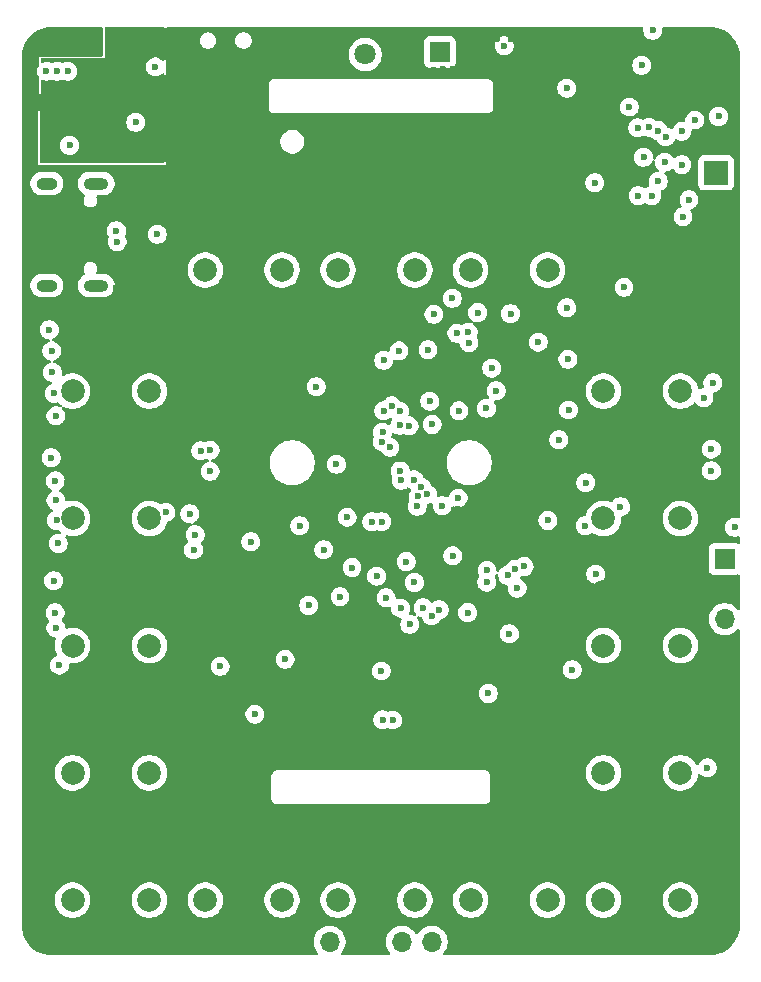
<source format=gbr>
%TF.GenerationSoftware,KiCad,Pcbnew,9.0.0*%
%TF.CreationDate,2025-07-21T17:32:05-04:00*%
%TF.ProjectId,shipwreckedpcb,73686970-7772-4656-936b-65647063622e,rev?*%
%TF.SameCoordinates,Original*%
%TF.FileFunction,Copper,L3,Inr*%
%TF.FilePolarity,Positive*%
%FSLAX46Y46*%
G04 Gerber Fmt 4.6, Leading zero omitted, Abs format (unit mm)*
G04 Created by KiCad (PCBNEW 9.0.0) date 2025-07-21 17:32:05*
%MOMM*%
%LPD*%
G01*
G04 APERTURE LIST*
%TA.AperFunction,ComponentPad*%
%ADD10C,2.000000*%
%TD*%
%TA.AperFunction,ComponentPad*%
%ADD11R,1.700000X1.700000*%
%TD*%
%TA.AperFunction,ComponentPad*%
%ADD12R,1.800000X1.800000*%
%TD*%
%TA.AperFunction,ComponentPad*%
%ADD13C,1.800000*%
%TD*%
%TA.AperFunction,ComponentPad*%
%ADD14O,1.700000X1.700000*%
%TD*%
%TA.AperFunction,ComponentPad*%
%ADD15R,2.000000X2.000000*%
%TD*%
%TA.AperFunction,HeatsinkPad*%
%ADD16O,1.800000X1.000000*%
%TD*%
%TA.AperFunction,HeatsinkPad*%
%ADD17O,2.100000X1.000000*%
%TD*%
%TA.AperFunction,ComponentPad*%
%ADD18C,0.600000*%
%TD*%
%TA.AperFunction,ViaPad*%
%ADD19C,0.600000*%
%TD*%
G04 APERTURE END LIST*
D10*
%TO.N,Earth*%
%TO.C,SW5*%
X165909524Y-132100000D03*
X172409524Y-132100000D03*
%TO.N,/BUTT_3*%
X165909524Y-136600001D03*
X172409525Y-136600000D03*
%TD*%
%TO.N,Earth*%
%TO.C,SW7*%
X165909524Y-89000000D03*
X172409524Y-89000000D03*
%TO.N,/BUTT_5*%
X165909524Y-93500001D03*
X172409525Y-93500000D03*
%TD*%
%TO.N,Earth*%
%TO.C,SW13*%
X165909524Y-99775000D03*
X172409524Y-99775000D03*
%TO.N,/BUTT_11*%
X165909524Y-104275000D03*
X172409524Y-104275000D03*
%TD*%
%TO.N,Earth*%
%TO.C,SW18*%
X120959524Y-99775000D03*
X127459524Y-99775000D03*
%TO.N,/BUTT_16*%
X120959524Y-104275000D03*
X127459524Y-104275000D03*
%TD*%
D11*
%TO.N,Net-(AE1-A)*%
%TO.C,AE1*%
X152050000Y-64800000D03*
%TD*%
D10*
%TO.N,Earth*%
%TO.C,SW16*%
X154672024Y-78750000D03*
X161172024Y-78750000D03*
%TO.N,/BUTT_14*%
X154672024Y-83250000D03*
X161172024Y-83250000D03*
%TD*%
%TO.N,Earth*%
%TO.C,SW14*%
X165909524Y-121325000D03*
X172409524Y-121325000D03*
%TO.N,/BUTT_12*%
X165909524Y-125825000D03*
X172409524Y-125825000D03*
%TD*%
D12*
%TO.N,Earth*%
%TO.C,D5*%
X148275000Y-65000000D03*
D13*
%TO.N,Net-(D5-A)*%
X145735000Y-65000000D03*
%TD*%
D10*
%TO.N,Earth*%
%TO.C,SW9*%
X120959524Y-89000000D03*
X127459524Y-89000000D03*
%TO.N,/BUTT_7*%
X120959524Y-93500001D03*
X127459525Y-93500000D03*
%TD*%
%TO.N,Earth*%
%TO.C,SW6*%
X165909524Y-110550000D03*
X172409524Y-110550000D03*
%TO.N,/BUTT_4*%
X165909524Y-115050000D03*
X172409524Y-115050000D03*
%TD*%
%TO.N,Earth*%
%TO.C,SW4*%
X143434524Y-132100000D03*
X149934524Y-132100000D03*
%TO.N,/BUTT_2*%
X143434524Y-136600000D03*
X149934524Y-136600000D03*
%TD*%
D11*
%TO.N,Earth*%
%TO.C,J9*%
X140184853Y-140125000D03*
D14*
%TO.N,/B2B_RX*%
X142724853Y-140125000D03*
%TO.N,Earth*%
X145264853Y-140125000D03*
%TD*%
D11*
%TO.N,Earth*%
%TO.C,J8*%
X153915147Y-140125000D03*
D14*
%TO.N,/B2B_TX*%
X151375147Y-140125000D03*
%TO.N,/B2B_DCT*%
X148835147Y-140125000D03*
%TD*%
D11*
%TO.N,/RP_SWCLK*%
%TO.C,J5*%
X176175000Y-107725000D03*
D14*
%TO.N,Earth*%
X176175000Y-110265000D03*
%TO.N,/RP_SWDIO*%
X176175000Y-112805000D03*
%TD*%
D15*
%TO.N,/GPIO28_ADC2_BUZZER*%
%TO.C,BZ1*%
X175450000Y-75000000D03*
D10*
%TO.N,Earth*%
X175450000Y-85000000D03*
%TD*%
%TO.N,Earth*%
%TO.C,SW17*%
X120959524Y-121325000D03*
X127459524Y-121325000D03*
%TO.N,/BUTT_15*%
X120959524Y-125825000D03*
X127459524Y-125825000D03*
%TD*%
%TO.N,Earth*%
%TO.C,SW11*%
X154672024Y-132100000D03*
X161172024Y-132100000D03*
%TO.N,/BUTT_9*%
X154672024Y-136600000D03*
X161172024Y-136600000D03*
%TD*%
%TO.N,Earth*%
%TO.C,SW8*%
X143434524Y-78750000D03*
X149934524Y-78750000D03*
%TO.N,/BUTT_6*%
X143434524Y-83250000D03*
X149934524Y-83250000D03*
%TD*%
%TO.N,Earth*%
%TO.C,SW3*%
X120959524Y-132100000D03*
X127459524Y-132100000D03*
%TO.N,/BUTT_1*%
X120959524Y-136600001D03*
X127459525Y-136600000D03*
%TD*%
%TO.N,Earth*%
%TO.C,SW10*%
X120959524Y-110550000D03*
X127459524Y-110550000D03*
%TO.N,/BUTT_8*%
X120959524Y-115050000D03*
X127459524Y-115050000D03*
%TD*%
%TO.N,Earth*%
%TO.C,SW15*%
X132197024Y-78750000D03*
X138697024Y-78750000D03*
%TO.N,/BUTT_13*%
X132197024Y-83250000D03*
X138697024Y-83250000D03*
%TD*%
%TO.N,Earth*%
%TO.C,SW12*%
X132197024Y-132100000D03*
X138697024Y-132100000D03*
%TO.N,/BUTT_10*%
X132197024Y-136600000D03*
X138697024Y-136600000D03*
%TD*%
D16*
%TO.N,Net-(J1-SHIELD)*%
%TO.C,J1*%
X118785000Y-84570000D03*
D17*
X122965000Y-84570000D03*
D16*
X118785000Y-75930000D03*
D17*
X122965000Y-75930000D03*
%TD*%
D18*
%TO.N,Earth*%
%TO.C,U4*%
X125650000Y-68500000D03*
X124150000Y-68500000D03*
X124900000Y-69000000D03*
X125650000Y-69500000D03*
X124150000Y-69500000D03*
%TD*%
D19*
%TO.N,Earth*%
X145813889Y-71150000D03*
X139300000Y-66050000D03*
X121700000Y-140550000D03*
X176284722Y-130550000D03*
X132750000Y-118950000D03*
X140750000Y-130100000D03*
X156750000Y-66900000D03*
X117850000Y-138223611D03*
X143047222Y-66050000D03*
X117850000Y-132602778D03*
X147687500Y-71150000D03*
X117350000Y-77300000D03*
X160450000Y-125050000D03*
X119700000Y-108250000D03*
X157863889Y-71900000D03*
X170391667Y-139950000D03*
X122650000Y-64150000D03*
X150300000Y-64000000D03*
X165150000Y-63000000D03*
X130650000Y-120450000D03*
X130050000Y-89850000D03*
X168600000Y-63050000D03*
X157879167Y-73650000D03*
X137005555Y-87850000D03*
X158500000Y-97450000D03*
X147702778Y-73250000D03*
X163484722Y-71900000D03*
X124900000Y-85900000D03*
X127800000Y-70200000D03*
X158100000Y-63650000D03*
X131752778Y-73000000D03*
X175450000Y-82000000D03*
X161000000Y-120100000D03*
X117850000Y-125108333D03*
X117600000Y-118300000D03*
X161600000Y-126700000D03*
X164150000Y-66100000D03*
X139284722Y-63950000D03*
X163550000Y-65550000D03*
X135484722Y-70900000D03*
X125447222Y-140550000D03*
X163349000Y-115600000D03*
X153500000Y-63250000D03*
X175100000Y-91100000D03*
X146750000Y-86950000D03*
X158400000Y-66150000D03*
X151600000Y-66300000D03*
X123573611Y-140550000D03*
X117850000Y-136350000D03*
X152402778Y-78500000D03*
X161600000Y-69100000D03*
X167750000Y-63050000D03*
X126250000Y-76850000D03*
X166644445Y-139950000D03*
X176350000Y-129050000D03*
X129194445Y-140550000D03*
X135650000Y-110500000D03*
X154100000Y-66750000D03*
X156900000Y-63650000D03*
X161000000Y-116050000D03*
X132750000Y-122308333D03*
X135131944Y-87850000D03*
X174700000Y-127800000D03*
X155100000Y-66750000D03*
X176850000Y-64800000D03*
X143326388Y-90450000D03*
X172100000Y-64350000D03*
X175950000Y-97362500D03*
X135500000Y-73000000D03*
X151450000Y-73250000D03*
X167650000Y-67500000D03*
X141076389Y-78650000D03*
X156050000Y-66750000D03*
X162897222Y-139950000D03*
X117350000Y-79173611D03*
X131737500Y-70900000D03*
X153750000Y-64250000D03*
X138900000Y-110100000D03*
X174300000Y-63250000D03*
X148400000Y-113500000D03*
X148500735Y-105199265D03*
X161950000Y-66650000D03*
X140950000Y-113200000D03*
X138600000Y-106750000D03*
X130650000Y-124197222D03*
X138879166Y-87850000D03*
X162750000Y-69100000D03*
X140750000Y-131900000D03*
X134700000Y-122323611D03*
X139250000Y-90500000D03*
X140737499Y-85750000D03*
X141061111Y-76550000D03*
X136990277Y-85750000D03*
X158400000Y-65500000D03*
X117850000Y-126981944D03*
X153600000Y-103500000D03*
X161500000Y-124650000D03*
X119600000Y-97350000D03*
X168518056Y-139950000D03*
X117850000Y-134476389D03*
X163050000Y-103500000D03*
X123100000Y-73550000D03*
X164750000Y-66650000D03*
X130650000Y-126070833D03*
X142934722Y-76550000D03*
X117350000Y-81047222D03*
X119826389Y-140550000D03*
X139150000Y-95950000D03*
X143200000Y-115150000D03*
X134700000Y-124197222D03*
X176300000Y-138300000D03*
X153150000Y-66250000D03*
X117850000Y-128855555D03*
X162950000Y-111750000D03*
X174550000Y-120650000D03*
X144484722Y-85750000D03*
X135800000Y-139900000D03*
X164350000Y-84900000D03*
X160100000Y-117050000D03*
X157550000Y-69000000D03*
X129863889Y-70900000D03*
X164770833Y-139950000D03*
X159737500Y-71900000D03*
X142200000Y-99000000D03*
X157250000Y-104400000D03*
X144500000Y-87850000D03*
X172265278Y-139950000D03*
X165350000Y-67200000D03*
X151600000Y-63150000D03*
X132750000Y-124181944D03*
X117350000Y-82920833D03*
X134200000Y-90250000D03*
X142700000Y-113150000D03*
X151850000Y-129800000D03*
X157276389Y-139950000D03*
X162250000Y-93950000D03*
X145829167Y-73250000D03*
X134700000Y-120450000D03*
X132750000Y-126055555D03*
X120450000Y-101250000D03*
X134150000Y-100150000D03*
X139550000Y-119100000D03*
X133611111Y-70900000D03*
X144400000Y-72550000D03*
X139550000Y-114650000D03*
X135100000Y-115400000D03*
X174138889Y-139950000D03*
X117850000Y-130729167D03*
X161300000Y-63200000D03*
X163150000Y-97600000D03*
X160600000Y-69100000D03*
X136688889Y-140550000D03*
X159000000Y-63700000D03*
X133750000Y-76600000D03*
X162300000Y-89600000D03*
X132941667Y-140550000D03*
X156134722Y-76400000D03*
X176300000Y-134600000D03*
X151850000Y-131600000D03*
X149561111Y-71150000D03*
X130650000Y-118965278D03*
X154500000Y-64200000D03*
X135550000Y-76600000D03*
X166650000Y-67500000D03*
X154261111Y-76400000D03*
X174550000Y-118750000D03*
X137250000Y-100100000D03*
X130050000Y-88050000D03*
X176300000Y-71300000D03*
X127320833Y-140550000D03*
X176300000Y-136500000D03*
X159150000Y-139950000D03*
X130650000Y-122323611D03*
X131068056Y-140550000D03*
X150250000Y-64900000D03*
X161050000Y-122100000D03*
X160050000Y-128050000D03*
X160800000Y-66650000D03*
X160050000Y-63600000D03*
X141173611Y-66050000D03*
X161023611Y-139950000D03*
X122050000Y-70250000D03*
X155400000Y-64250000D03*
X124650000Y-84750000D03*
X120776389Y-64150000D03*
X166550000Y-71500000D03*
X159250000Y-125000000D03*
X150300000Y-65750000D03*
X176300000Y-132650000D03*
X152350000Y-66250000D03*
X170300000Y-80000000D03*
X148650000Y-99275000D03*
X126550000Y-80350000D03*
X117850000Y-121361111D03*
X129879167Y-73000000D03*
X175450000Y-77800000D03*
X174534722Y-114700000D03*
X150700000Y-63200000D03*
X149576389Y-73250000D03*
X159650000Y-69100000D03*
X145200000Y-90450000D03*
X133400000Y-86200000D03*
X133850000Y-110500000D03*
X119050000Y-86500000D03*
X139187500Y-76550000D03*
X161611111Y-71900000D03*
X132750000Y-120434722D03*
X175050000Y-101400000D03*
X134815278Y-140550000D03*
X120500000Y-70250000D03*
X133626389Y-73000000D03*
X159752778Y-73650000D03*
X175950000Y-63400000D03*
X175800000Y-67550000D03*
X162400000Y-63500000D03*
X158700000Y-69100000D03*
X150900000Y-66300000D03*
X149824264Y-121324266D03*
X161626389Y-73650000D03*
X118950000Y-70200000D03*
X174550000Y-116800000D03*
X151434722Y-71150000D03*
X160950000Y-118000000D03*
X117850000Y-123234722D03*
X174650000Y-73100000D03*
X161850000Y-123400000D03*
X139450000Y-113150000D03*
X118902778Y-64150000D03*
X175450000Y-80000000D03*
X140950000Y-95950000D03*
X123100000Y-85900000D03*
X170600000Y-83850000D03*
X142626388Y-87850000D03*
X152387500Y-76400000D03*
X134700000Y-118965278D03*
X135116666Y-85750000D03*
X152550000Y-63150000D03*
X163500000Y-73650000D03*
X124500000Y-73550000D03*
X142611110Y-85750000D03*
X156250000Y-64100000D03*
%TO.N,/GPIO28_ADC2_BUZZER*%
X153600000Y-102550000D03*
X155250000Y-86850000D03*
X152250000Y-103200000D03*
X146695739Y-109167820D03*
X153500000Y-88600000D03*
%TO.N,+3V3*%
X174700000Y-125400000D03*
X119250000Y-91900000D03*
X162950000Y-95100000D03*
X132600000Y-100300000D03*
X143600000Y-110900000D03*
X168850000Y-76950000D03*
X170550000Y-75750000D03*
X119650000Y-66425000D03*
X175650000Y-70250000D03*
X154400000Y-112250000D03*
X157500000Y-64250000D03*
X120550000Y-66425000D03*
X151550000Y-87000000D03*
X162800000Y-86450000D03*
X119000000Y-88300000D03*
X169136765Y-65913235D03*
X143300000Y-99700000D03*
X120700000Y-72700000D03*
X128870897Y-103753999D03*
X118750000Y-66425000D03*
X140950000Y-111650000D03*
X170000000Y-76950000D03*
X163274000Y-117100000D03*
X167650000Y-84700000D03*
X162900000Y-90800000D03*
X147100000Y-117200000D03*
X119200000Y-90100000D03*
X153150000Y-107450000D03*
X147505000Y-111004771D03*
X142225000Y-106926473D03*
X148700000Y-100250000D03*
%TO.N,Net-(D4-A)*%
X138950000Y-116200000D03*
X156150000Y-119100000D03*
%TO.N,+BATT*%
X126300000Y-70750000D03*
X127975000Y-66050000D03*
%TO.N,+5V*%
X165175000Y-75850000D03*
X128125000Y-80225000D03*
%TO.N,/RGB_DIN*%
X151050000Y-90000000D03*
X161200000Y-104450000D03*
%TO.N,/SX_XTA*%
X168100000Y-69450000D03*
X170080864Y-62949999D03*
%TO.N,/SX_DIO2*%
X162800000Y-67850000D03*
X173650000Y-70550000D03*
%TO.N,/SX_BUSY*%
X172550000Y-71500000D03*
X149208588Y-107935278D03*
%TO.N,/SX_DIO1*%
X169300000Y-73700000D03*
X149905000Y-109704203D03*
%TO.N,/USB_DM*%
X124725000Y-80850000D03*
X131801470Y-98550000D03*
%TO.N,/USB_DP*%
X124675000Y-79925000D03*
X132600000Y-98500000D03*
%TO.N,/SPI_MOSI*%
X175175000Y-92800000D03*
X151350000Y-112500000D03*
X148050000Y-121350000D03*
X170536226Y-71437697D03*
%TO.N,/SPI_CLK*%
X174413945Y-94075000D03*
X172550000Y-74324265D03*
X152000000Y-112000000D03*
X147213343Y-121318328D03*
X169762500Y-71162500D03*
X162124448Y-97627522D03*
%TO.N,/GPIO13*%
X119350000Y-109550000D03*
X151004608Y-102240104D03*
%TO.N,/GPIO6*%
X147184251Y-97799847D03*
X119400000Y-93700000D03*
%TO.N,/GPIO10*%
X119550000Y-102751000D03*
X150495296Y-101623172D03*
%TO.N,/GPIO11*%
X150225558Y-102421987D03*
X119600000Y-104450000D03*
%TO.N,/GPIO7*%
X147838480Y-98260264D03*
X119550000Y-95600000D03*
%TO.N,/GPIO12*%
X119750000Y-106400000D03*
X150142500Y-103244581D03*
%TO.N,/GPIO29_ADC3*%
X133450000Y-116800000D03*
X119850000Y-116700000D03*
%TO.N,/GPIO8*%
X119150000Y-99150000D03*
X148775000Y-101048000D03*
%TO.N,/GPIO9*%
X119500000Y-101100000D03*
X149883451Y-101023172D03*
%TO.N,/GPIO15*%
X119550000Y-113550000D03*
X147129944Y-104550000D03*
%TO.N,/GPIO14*%
X119475735Y-112274265D03*
X146300000Y-104550000D03*
%TO.N,/SPI_MISO*%
X173150000Y-77302347D03*
X150650000Y-111850000D03*
X171175735Y-71975735D03*
X177009288Y-105027858D03*
%TO.N,/I2C_SDA*%
X147992243Y-94751000D03*
X154450000Y-88500000D03*
X175049000Y-98412500D03*
%TO.N,/I2C_SCL*%
X154525000Y-89423530D03*
X147300000Y-90900000D03*
X147300000Y-95152000D03*
X175050000Y-100250000D03*
%TO.N,/RP_SWCLK*%
X156049081Y-108674713D03*
%TO.N,/RP_SWDIO*%
X156031049Y-109667480D03*
%TO.N,/IO_A0*%
X160400000Y-89350000D03*
X158038235Y-86938235D03*
%TO.N,/BUTT_1*%
X157795265Y-109100856D03*
%TO.N,/BUTT_2*%
X158409413Y-108588190D03*
%TO.N,/BUTT_3*%
X159184500Y-108350000D03*
%TO.N,/BUTT_4*%
X164400000Y-101250000D03*
X155999735Y-94948263D03*
%TO.N,/BUTT_5*%
X156824265Y-93475735D03*
%TO.N,/BUTT_6*%
X156450000Y-91550000D03*
X153100000Y-85650000D03*
%TO.N,/BUTT_7*%
X149449265Y-96450735D03*
X148600000Y-90100000D03*
%TO.N,/BUTT_8*%
X148648528Y-96400000D03*
X148654361Y-95200000D03*
%TO.N,/B2B_DCT*%
X149500000Y-113250000D03*
X144620029Y-108437264D03*
X157950000Y-114050000D03*
%TO.N,/BUTT_9*%
X164350000Y-104900000D03*
X151401666Y-96326001D03*
%TO.N,/BUTT_11*%
X151200182Y-94351655D03*
%TO.N,/BUTT_12*%
X167350000Y-103300000D03*
X165249265Y-108999265D03*
X153675000Y-95173527D03*
%TO.N,/BUTT_13*%
X141600000Y-93125000D03*
%TO.N,/SX_NSS*%
X148725000Y-111873528D03*
X168800000Y-71200000D03*
X172642185Y-78742185D03*
X171080331Y-74119669D03*
%TO.N,/QSPI_SCLK*%
X140180864Y-104899999D03*
X131350000Y-105650000D03*
%TO.N,/B2B_TX*%
X158600000Y-110184372D03*
%TO.N,/QSPI_SD3*%
X130869944Y-103889376D03*
X144200920Y-104168676D03*
%TO.N,/QSPI_SD0*%
X136054704Y-106255695D03*
X131200000Y-106950000D03*
%TO.N,/B2B_RX*%
X136400000Y-120850000D03*
X147200000Y-97000000D03*
%TD*%
%TA.AperFunction,Conductor*%
%TO.N,Earth*%
G36*
X123468039Y-62670185D02*
G01*
X123513794Y-62722989D01*
X123525000Y-62774500D01*
X123525000Y-65051000D01*
X123505315Y-65118039D01*
X123452511Y-65163794D01*
X123401000Y-65175000D01*
X118100000Y-65175000D01*
X118100000Y-65919316D01*
X118080315Y-65986355D01*
X118079103Y-65988206D01*
X118040608Y-66045817D01*
X118040602Y-66045828D01*
X117980264Y-66191498D01*
X117980261Y-66191510D01*
X117949500Y-66346153D01*
X117949500Y-66503846D01*
X117980261Y-66658489D01*
X117980264Y-66658501D01*
X118040602Y-66804172D01*
X118040606Y-66804179D01*
X118079102Y-66861793D01*
X118099980Y-66928468D01*
X118100000Y-66930683D01*
X118100000Y-68375000D01*
X118250000Y-68375000D01*
X118250000Y-67269927D01*
X118269685Y-67202888D01*
X118322489Y-67157133D01*
X118391647Y-67147189D01*
X118421450Y-67155365D01*
X118516503Y-67194737D01*
X118671153Y-67225499D01*
X118671156Y-67225500D01*
X118671158Y-67225500D01*
X118828844Y-67225500D01*
X118828845Y-67225499D01*
X118983497Y-67194737D01*
X119114182Y-67140606D01*
X119129172Y-67134397D01*
X119129172Y-67134396D01*
X119129179Y-67134394D01*
X119131110Y-67133103D01*
X119132276Y-67132737D01*
X119134546Y-67131525D01*
X119134776Y-67131955D01*
X119197786Y-67112226D01*
X119265166Y-67130710D01*
X119268850Y-67133077D01*
X119270821Y-67134394D01*
X119270824Y-67134395D01*
X119270827Y-67134397D01*
X119416498Y-67194735D01*
X119416503Y-67194737D01*
X119571153Y-67225499D01*
X119571156Y-67225500D01*
X119571158Y-67225500D01*
X119728844Y-67225500D01*
X119728845Y-67225499D01*
X119883497Y-67194737D01*
X120014182Y-67140606D01*
X120029172Y-67134397D01*
X120029172Y-67134396D01*
X120029179Y-67134394D01*
X120031110Y-67133103D01*
X120032276Y-67132737D01*
X120034546Y-67131525D01*
X120034776Y-67131955D01*
X120097786Y-67112226D01*
X120165166Y-67130710D01*
X120168850Y-67133077D01*
X120170821Y-67134394D01*
X120170824Y-67134395D01*
X120170827Y-67134397D01*
X120316498Y-67194735D01*
X120316503Y-67194737D01*
X120471153Y-67225499D01*
X120471156Y-67225500D01*
X120471158Y-67225500D01*
X120628844Y-67225500D01*
X120628845Y-67225499D01*
X120783497Y-67194737D01*
X120914182Y-67140606D01*
X120929172Y-67134397D01*
X120929172Y-67134396D01*
X120929179Y-67134394D01*
X121060289Y-67046789D01*
X121171789Y-66935289D01*
X121259394Y-66804179D01*
X121319737Y-66658497D01*
X121350500Y-66503842D01*
X121350500Y-66346158D01*
X121350500Y-66346155D01*
X121350499Y-66346153D01*
X121339811Y-66292420D01*
X121319737Y-66191503D01*
X121301194Y-66146736D01*
X121259397Y-66045827D01*
X121259390Y-66045814D01*
X121171789Y-65914711D01*
X121171786Y-65914707D01*
X121060292Y-65803213D01*
X121060288Y-65803210D01*
X120929185Y-65715609D01*
X120929172Y-65715602D01*
X120783501Y-65655264D01*
X120783489Y-65655261D01*
X120628845Y-65624500D01*
X120628842Y-65624500D01*
X120471158Y-65624500D01*
X120471155Y-65624500D01*
X120316510Y-65655261D01*
X120316498Y-65655264D01*
X120170822Y-65715604D01*
X120170820Y-65715605D01*
X120168885Y-65716899D01*
X120167717Y-65717264D01*
X120165451Y-65718476D01*
X120165221Y-65718045D01*
X120102206Y-65737773D01*
X120034827Y-65719285D01*
X120031115Y-65716899D01*
X120029179Y-65715605D01*
X120029177Y-65715604D01*
X119883501Y-65655264D01*
X119883489Y-65655261D01*
X119728845Y-65624500D01*
X119728842Y-65624500D01*
X119571158Y-65624500D01*
X119571155Y-65624500D01*
X119416510Y-65655261D01*
X119416498Y-65655264D01*
X119270822Y-65715604D01*
X119270820Y-65715605D01*
X119268885Y-65716899D01*
X119267717Y-65717264D01*
X119265451Y-65718476D01*
X119265221Y-65718045D01*
X119202206Y-65737773D01*
X119134827Y-65719285D01*
X119131115Y-65716899D01*
X119129179Y-65715605D01*
X119129177Y-65715604D01*
X118983501Y-65655264D01*
X118983489Y-65655261D01*
X118828845Y-65624500D01*
X118828842Y-65624500D01*
X118671158Y-65624500D01*
X118671155Y-65624500D01*
X118516510Y-65655261D01*
X118516507Y-65655262D01*
X118516506Y-65655262D01*
X118516503Y-65655263D01*
X118457427Y-65679733D01*
X118421452Y-65694634D01*
X118351982Y-65702102D01*
X118289503Y-65670826D01*
X118253851Y-65610737D01*
X118250000Y-65580072D01*
X118250000Y-65449000D01*
X118269685Y-65381961D01*
X118322489Y-65336206D01*
X118374000Y-65325000D01*
X123725000Y-65325000D01*
X123725000Y-62774500D01*
X123744685Y-62707461D01*
X123797489Y-62661706D01*
X123849000Y-62650500D01*
X128626000Y-62650500D01*
X128693039Y-62670185D01*
X128738794Y-62722989D01*
X128750000Y-62774500D01*
X128750000Y-65393559D01*
X128730315Y-65460598D01*
X128677511Y-65506353D01*
X128608353Y-65516297D01*
X128544797Y-65487272D01*
X128538319Y-65481240D01*
X128485292Y-65428213D01*
X128485288Y-65428210D01*
X128354185Y-65340609D01*
X128354172Y-65340602D01*
X128208501Y-65280264D01*
X128208489Y-65280261D01*
X128053845Y-65249500D01*
X128053842Y-65249500D01*
X127896158Y-65249500D01*
X127896155Y-65249500D01*
X127741510Y-65280261D01*
X127741498Y-65280264D01*
X127595827Y-65340602D01*
X127595814Y-65340609D01*
X127464711Y-65428210D01*
X127464707Y-65428213D01*
X127353213Y-65539707D01*
X127353210Y-65539711D01*
X127265609Y-65670814D01*
X127265603Y-65670826D01*
X127205264Y-65816498D01*
X127205261Y-65816510D01*
X127174500Y-65971153D01*
X127174500Y-66128846D01*
X127205261Y-66283489D01*
X127205264Y-66283501D01*
X127265602Y-66429172D01*
X127265609Y-66429185D01*
X127353210Y-66560288D01*
X127353213Y-66560292D01*
X127464707Y-66671786D01*
X127464711Y-66671789D01*
X127595814Y-66759390D01*
X127595827Y-66759397D01*
X127741498Y-66819735D01*
X127741503Y-66819737D01*
X127896153Y-66850499D01*
X127896156Y-66850500D01*
X127896158Y-66850500D01*
X128053844Y-66850500D01*
X128053845Y-66850499D01*
X128208497Y-66819737D01*
X128354179Y-66759394D01*
X128485289Y-66671789D01*
X128498589Y-66658489D01*
X128538319Y-66618760D01*
X128599642Y-66585275D01*
X128669334Y-66590259D01*
X128725267Y-66632131D01*
X128749684Y-66697595D01*
X128750000Y-66706441D01*
X128750000Y-74076000D01*
X128730315Y-74143039D01*
X128677511Y-74188794D01*
X128626000Y-74200000D01*
X118324000Y-74200000D01*
X118256961Y-74180315D01*
X118211206Y-74127511D01*
X118200000Y-74076000D01*
X118200000Y-72621153D01*
X119899500Y-72621153D01*
X119899500Y-72778846D01*
X119930261Y-72933489D01*
X119930264Y-72933501D01*
X119990602Y-73079172D01*
X119990609Y-73079185D01*
X120078210Y-73210288D01*
X120078213Y-73210292D01*
X120189707Y-73321786D01*
X120189711Y-73321789D01*
X120320814Y-73409390D01*
X120320827Y-73409397D01*
X120458683Y-73466498D01*
X120466503Y-73469737D01*
X120607997Y-73497882D01*
X120621153Y-73500499D01*
X120621156Y-73500500D01*
X120621158Y-73500500D01*
X120778844Y-73500500D01*
X120778845Y-73500499D01*
X120933497Y-73469737D01*
X121079179Y-73409394D01*
X121210289Y-73321789D01*
X121321789Y-73210289D01*
X121409394Y-73079179D01*
X121469737Y-72933497D01*
X121500500Y-72778842D01*
X121500500Y-72621158D01*
X121500500Y-72621155D01*
X121500499Y-72621153D01*
X121495798Y-72597521D01*
X121469737Y-72466503D01*
X121469735Y-72466498D01*
X121409397Y-72320827D01*
X121409390Y-72320814D01*
X121321789Y-72189711D01*
X121321786Y-72189707D01*
X121210292Y-72078213D01*
X121210288Y-72078210D01*
X121079185Y-71990609D01*
X121079172Y-71990602D01*
X120933501Y-71930264D01*
X120933489Y-71930261D01*
X120778845Y-71899500D01*
X120778842Y-71899500D01*
X120621158Y-71899500D01*
X120621155Y-71899500D01*
X120466510Y-71930261D01*
X120466498Y-71930264D01*
X120320827Y-71990602D01*
X120320814Y-71990609D01*
X120189711Y-72078210D01*
X120189707Y-72078213D01*
X120078213Y-72189707D01*
X120078210Y-72189711D01*
X119990609Y-72320814D01*
X119990602Y-72320827D01*
X119930264Y-72466498D01*
X119930261Y-72466510D01*
X119899500Y-72621153D01*
X118200000Y-72621153D01*
X118200000Y-70671153D01*
X125499500Y-70671153D01*
X125499500Y-70828846D01*
X125530261Y-70983489D01*
X125530264Y-70983501D01*
X125590602Y-71129172D01*
X125590609Y-71129185D01*
X125678210Y-71260288D01*
X125678213Y-71260292D01*
X125789707Y-71371786D01*
X125789711Y-71371789D01*
X125920814Y-71459390D01*
X125920827Y-71459397D01*
X126029729Y-71504505D01*
X126066503Y-71519737D01*
X126221153Y-71550499D01*
X126221156Y-71550500D01*
X126221158Y-71550500D01*
X126378844Y-71550500D01*
X126378845Y-71550499D01*
X126533497Y-71519737D01*
X126679179Y-71459394D01*
X126810289Y-71371789D01*
X126921789Y-71260289D01*
X127009394Y-71129179D01*
X127012719Y-71121153D01*
X127038660Y-71058524D01*
X127069737Y-70983497D01*
X127100500Y-70828842D01*
X127100500Y-70671158D01*
X127100500Y-70671155D01*
X127100499Y-70671153D01*
X127092148Y-70629172D01*
X127069737Y-70516503D01*
X127060427Y-70494026D01*
X127009397Y-70370827D01*
X127009390Y-70370814D01*
X126921789Y-70239711D01*
X126921786Y-70239707D01*
X126810292Y-70128213D01*
X126810288Y-70128210D01*
X126679185Y-70040609D01*
X126679172Y-70040602D01*
X126533501Y-69980264D01*
X126533489Y-69980261D01*
X126378845Y-69949500D01*
X126378842Y-69949500D01*
X126221158Y-69949500D01*
X126221155Y-69949500D01*
X126066510Y-69980261D01*
X126066498Y-69980264D01*
X125920827Y-70040602D01*
X125920814Y-70040609D01*
X125789711Y-70128210D01*
X125789707Y-70128213D01*
X125678213Y-70239707D01*
X125678210Y-70239711D01*
X125590609Y-70370814D01*
X125590602Y-70370827D01*
X125530264Y-70516498D01*
X125530261Y-70516510D01*
X125499500Y-70671153D01*
X118200000Y-70671153D01*
X118200000Y-69800000D01*
X118050000Y-69800000D01*
X118050000Y-74350000D01*
X128900000Y-74350000D01*
X128900000Y-72300469D01*
X138544500Y-72300469D01*
X138544500Y-72499530D01*
X138583331Y-72694744D01*
X138583333Y-72694752D01*
X138659505Y-72878647D01*
X138659510Y-72878657D01*
X138770093Y-73044155D01*
X138770096Y-73044159D01*
X138910840Y-73184903D01*
X138910844Y-73184906D01*
X139076342Y-73295489D01*
X139076346Y-73295491D01*
X139076349Y-73295493D01*
X139260248Y-73371667D01*
X139449894Y-73409390D01*
X139455469Y-73410499D01*
X139455472Y-73410500D01*
X139455474Y-73410500D01*
X139654528Y-73410500D01*
X139654529Y-73410499D01*
X139849752Y-73371667D01*
X140033651Y-73295493D01*
X140199156Y-73184906D01*
X140339906Y-73044156D01*
X140450493Y-72878651D01*
X140526667Y-72694752D01*
X140565500Y-72499526D01*
X140565500Y-72300474D01*
X140565500Y-72300471D01*
X140565499Y-72300469D01*
X140548841Y-72216726D01*
X140526667Y-72105248D01*
X140450493Y-71921349D01*
X140450491Y-71921346D01*
X140450489Y-71921342D01*
X140339906Y-71755844D01*
X140339903Y-71755840D01*
X140199159Y-71615096D01*
X140199155Y-71615093D01*
X140033657Y-71504510D01*
X140033647Y-71504505D01*
X139849752Y-71428333D01*
X139849744Y-71428331D01*
X139654529Y-71389500D01*
X139654526Y-71389500D01*
X139455474Y-71389500D01*
X139455471Y-71389500D01*
X139260255Y-71428331D01*
X139260247Y-71428333D01*
X139076352Y-71504505D01*
X139076342Y-71504510D01*
X138910844Y-71615093D01*
X138910840Y-71615096D01*
X138770096Y-71755840D01*
X138770093Y-71755844D01*
X138659510Y-71921342D01*
X138659505Y-71921352D01*
X138583333Y-72105247D01*
X138583331Y-72105255D01*
X138544500Y-72300469D01*
X128900000Y-72300469D01*
X128900000Y-71121153D01*
X167999500Y-71121153D01*
X167999500Y-71278846D01*
X168030261Y-71433489D01*
X168030264Y-71433501D01*
X168090602Y-71579172D01*
X168090609Y-71579185D01*
X168178210Y-71710288D01*
X168178213Y-71710292D01*
X168289707Y-71821786D01*
X168289711Y-71821789D01*
X168420814Y-71909390D01*
X168420827Y-71909397D01*
X168550236Y-71962999D01*
X168566503Y-71969737D01*
X168694755Y-71995248D01*
X168721153Y-72000499D01*
X168721156Y-72000500D01*
X168721158Y-72000500D01*
X168878844Y-72000500D01*
X168878845Y-72000499D01*
X169033497Y-71969737D01*
X169179179Y-71909394D01*
X169240418Y-71868474D01*
X169307095Y-71847596D01*
X169374475Y-71866080D01*
X169378198Y-71868472D01*
X169383313Y-71871889D01*
X169383316Y-71871891D01*
X169383321Y-71871894D01*
X169383323Y-71871895D01*
X169383327Y-71871897D01*
X169502724Y-71921352D01*
X169529003Y-71932237D01*
X169675177Y-71961313D01*
X169683653Y-71962999D01*
X169683656Y-71963000D01*
X169683658Y-71963000D01*
X169841340Y-71963000D01*
X169841342Y-71963000D01*
X169849821Y-71961313D01*
X169919410Y-71967536D01*
X169961697Y-71995246D01*
X170024144Y-72057693D01*
X170025938Y-72059487D01*
X170157040Y-72147087D01*
X170157053Y-72147094D01*
X170216770Y-72171829D01*
X170302729Y-72207434D01*
X170349452Y-72216727D01*
X170411360Y-72249110D01*
X170439821Y-72290890D01*
X170466341Y-72354914D01*
X170466344Y-72354920D01*
X170553945Y-72486023D01*
X170553948Y-72486027D01*
X170665442Y-72597521D01*
X170665446Y-72597524D01*
X170796549Y-72685125D01*
X170796562Y-72685132D01*
X170942233Y-72745470D01*
X170942238Y-72745472D01*
X171096888Y-72776234D01*
X171096891Y-72776235D01*
X171096893Y-72776235D01*
X171254579Y-72776235D01*
X171254580Y-72776234D01*
X171409232Y-72745472D01*
X171554914Y-72685129D01*
X171686024Y-72597524D01*
X171797524Y-72486024D01*
X171885129Y-72354914D01*
X171936449Y-72231014D01*
X171980287Y-72176616D01*
X172046581Y-72154550D01*
X172114280Y-72171829D01*
X172119883Y-72175358D01*
X172170821Y-72209394D01*
X172170823Y-72209395D01*
X172170827Y-72209397D01*
X172316498Y-72269735D01*
X172316503Y-72269737D01*
X172422846Y-72290890D01*
X172471153Y-72300499D01*
X172471156Y-72300500D01*
X172471158Y-72300500D01*
X172628844Y-72300500D01*
X172628845Y-72300499D01*
X172783497Y-72269737D01*
X172929179Y-72209394D01*
X173060289Y-72121789D01*
X173171789Y-72010289D01*
X173259394Y-71879179D01*
X173319737Y-71733497D01*
X173350500Y-71578842D01*
X173350500Y-71457702D01*
X173370185Y-71390663D01*
X173422989Y-71344908D01*
X173492147Y-71334964D01*
X173498667Y-71336080D01*
X173555435Y-71347372D01*
X173571157Y-71350500D01*
X173571158Y-71350500D01*
X173728844Y-71350500D01*
X173728845Y-71350499D01*
X173883497Y-71319737D01*
X174029179Y-71259394D01*
X174160289Y-71171789D01*
X174271789Y-71060289D01*
X174359394Y-70929179D01*
X174419737Y-70783497D01*
X174450500Y-70628842D01*
X174450500Y-70471158D01*
X174450500Y-70471155D01*
X174450499Y-70471153D01*
X174430543Y-70370827D01*
X174419737Y-70316503D01*
X174392398Y-70250500D01*
X174376666Y-70212518D01*
X174359532Y-70171153D01*
X174849500Y-70171153D01*
X174849500Y-70328846D01*
X174880261Y-70483489D01*
X174880264Y-70483501D01*
X174940602Y-70629172D01*
X174940609Y-70629185D01*
X175028210Y-70760288D01*
X175028213Y-70760292D01*
X175139707Y-70871786D01*
X175139711Y-70871789D01*
X175270814Y-70959390D01*
X175270827Y-70959397D01*
X175344013Y-70989711D01*
X175416503Y-71019737D01*
X175571153Y-71050499D01*
X175571156Y-71050500D01*
X175571158Y-71050500D01*
X175728844Y-71050500D01*
X175728845Y-71050499D01*
X175883497Y-71019737D01*
X176029179Y-70959394D01*
X176160289Y-70871789D01*
X176271789Y-70760289D01*
X176359394Y-70629179D01*
X176419737Y-70483497D01*
X176450500Y-70328842D01*
X176450500Y-70171158D01*
X176450500Y-70171155D01*
X176450499Y-70171153D01*
X176430734Y-70071789D01*
X176419737Y-70016503D01*
X176419735Y-70016498D01*
X176359397Y-69870827D01*
X176359390Y-69870814D01*
X176271789Y-69739711D01*
X176271786Y-69739707D01*
X176160292Y-69628213D01*
X176160288Y-69628210D01*
X176029185Y-69540609D01*
X176029172Y-69540602D01*
X175883501Y-69480264D01*
X175883489Y-69480261D01*
X175728845Y-69449500D01*
X175728842Y-69449500D01*
X175571158Y-69449500D01*
X175571155Y-69449500D01*
X175416510Y-69480261D01*
X175416498Y-69480264D01*
X175270827Y-69540602D01*
X175270814Y-69540609D01*
X175139711Y-69628210D01*
X175139707Y-69628213D01*
X175028213Y-69739707D01*
X175028210Y-69739711D01*
X174940609Y-69870814D01*
X174940602Y-69870827D01*
X174880264Y-70016498D01*
X174880261Y-70016510D01*
X174849500Y-70171153D01*
X174359532Y-70171153D01*
X174359395Y-70170823D01*
X174359390Y-70170814D01*
X174271789Y-70039711D01*
X174271786Y-70039707D01*
X174160292Y-69928213D01*
X174160288Y-69928210D01*
X174029185Y-69840609D01*
X174029172Y-69840602D01*
X173883501Y-69780264D01*
X173883489Y-69780261D01*
X173728845Y-69749500D01*
X173728842Y-69749500D01*
X173571158Y-69749500D01*
X173571155Y-69749500D01*
X173416510Y-69780261D01*
X173416498Y-69780264D01*
X173270827Y-69840602D01*
X173270814Y-69840609D01*
X173139711Y-69928210D01*
X173139707Y-69928213D01*
X173028213Y-70039707D01*
X173028210Y-70039711D01*
X172940609Y-70170814D01*
X172940602Y-70170827D01*
X172880264Y-70316498D01*
X172880261Y-70316510D01*
X172849500Y-70471153D01*
X172849500Y-70592297D01*
X172829815Y-70659336D01*
X172777011Y-70705091D01*
X172707853Y-70715035D01*
X172701309Y-70713914D01*
X172628845Y-70699500D01*
X172628842Y-70699500D01*
X172471158Y-70699500D01*
X172471155Y-70699500D01*
X172316510Y-70730261D01*
X172316498Y-70730264D01*
X172170827Y-70790602D01*
X172170814Y-70790609D01*
X172039711Y-70878210D01*
X172039707Y-70878213D01*
X171928213Y-70989707D01*
X171928210Y-70989711D01*
X171840609Y-71120814D01*
X171840604Y-71120823D01*
X171789287Y-71244716D01*
X171745446Y-71299119D01*
X171679152Y-71321184D01*
X171611453Y-71303905D01*
X171605835Y-71300365D01*
X171554920Y-71266344D01*
X171554907Y-71266337D01*
X171409236Y-71205999D01*
X171409226Y-71205996D01*
X171362507Y-71196703D01*
X171300596Y-71164317D01*
X171272138Y-71122538D01*
X171245623Y-71058524D01*
X171245616Y-71058511D01*
X171158015Y-70927408D01*
X171158012Y-70927404D01*
X171046518Y-70815910D01*
X171046514Y-70815907D01*
X170915411Y-70728306D01*
X170915398Y-70728299D01*
X170769727Y-70667961D01*
X170769715Y-70667958D01*
X170615071Y-70637197D01*
X170615068Y-70637197D01*
X170457384Y-70637197D01*
X170457380Y-70637197D01*
X170448894Y-70638885D01*
X170379303Y-70632655D01*
X170337027Y-70604949D01*
X170272789Y-70540711D01*
X170272788Y-70540710D01*
X170272787Y-70540709D01*
X170141685Y-70453109D01*
X170141672Y-70453102D01*
X169996001Y-70392764D01*
X169995989Y-70392761D01*
X169841345Y-70362000D01*
X169841342Y-70362000D01*
X169683658Y-70362000D01*
X169683655Y-70362000D01*
X169529010Y-70392761D01*
X169528998Y-70392764D01*
X169383328Y-70453102D01*
X169383312Y-70453111D01*
X169322077Y-70494026D01*
X169255399Y-70514903D01*
X169188019Y-70496417D01*
X169184302Y-70494029D01*
X169179182Y-70490608D01*
X169179181Y-70490607D01*
X169179179Y-70490606D01*
X169179176Y-70490604D01*
X169179171Y-70490602D01*
X169033501Y-70430264D01*
X169033489Y-70430261D01*
X168878845Y-70399500D01*
X168878842Y-70399500D01*
X168721158Y-70399500D01*
X168721155Y-70399500D01*
X168566510Y-70430261D01*
X168566498Y-70430264D01*
X168420827Y-70490602D01*
X168420814Y-70490609D01*
X168289711Y-70578210D01*
X168289707Y-70578213D01*
X168178213Y-70689707D01*
X168178210Y-70689711D01*
X168090609Y-70820814D01*
X168090602Y-70820827D01*
X168030264Y-70966498D01*
X168030261Y-70966510D01*
X167999500Y-71121153D01*
X128900000Y-71121153D01*
X128900000Y-67509108D01*
X137549500Y-67509108D01*
X137549500Y-69540891D01*
X137583608Y-69668187D01*
X137592450Y-69683501D01*
X137649500Y-69782314D01*
X137742686Y-69875500D01*
X137856814Y-69941392D01*
X137984108Y-69975500D01*
X137984110Y-69975500D01*
X156115890Y-69975500D01*
X156115892Y-69975500D01*
X156243186Y-69941392D01*
X156357314Y-69875500D01*
X156450500Y-69782314D01*
X156516392Y-69668186D01*
X156550500Y-69540892D01*
X156550500Y-69371153D01*
X167299500Y-69371153D01*
X167299500Y-69528846D01*
X167330261Y-69683489D01*
X167330264Y-69683501D01*
X167390602Y-69829172D01*
X167390609Y-69829185D01*
X167478210Y-69960288D01*
X167478213Y-69960292D01*
X167589707Y-70071786D01*
X167589711Y-70071789D01*
X167720814Y-70159390D01*
X167720827Y-70159397D01*
X167866498Y-70219735D01*
X167866503Y-70219737D01*
X168021153Y-70250499D01*
X168021156Y-70250500D01*
X168021158Y-70250500D01*
X168178844Y-70250500D01*
X168178845Y-70250499D01*
X168333497Y-70219737D01*
X168451592Y-70170821D01*
X168479172Y-70159397D01*
X168479172Y-70159396D01*
X168479179Y-70159394D01*
X168610289Y-70071789D01*
X168721789Y-69960289D01*
X168809394Y-69829179D01*
X168869737Y-69683497D01*
X168900500Y-69528842D01*
X168900500Y-69371158D01*
X168900500Y-69371155D01*
X168900499Y-69371153D01*
X168869738Y-69216510D01*
X168869737Y-69216503D01*
X168869735Y-69216498D01*
X168809397Y-69070827D01*
X168809390Y-69070814D01*
X168721789Y-68939711D01*
X168721786Y-68939707D01*
X168610292Y-68828213D01*
X168610288Y-68828210D01*
X168479185Y-68740609D01*
X168479172Y-68740602D01*
X168333501Y-68680264D01*
X168333489Y-68680261D01*
X168178845Y-68649500D01*
X168178842Y-68649500D01*
X168021158Y-68649500D01*
X168021155Y-68649500D01*
X167866510Y-68680261D01*
X167866498Y-68680264D01*
X167720827Y-68740602D01*
X167720814Y-68740609D01*
X167589711Y-68828210D01*
X167589707Y-68828213D01*
X167478213Y-68939707D01*
X167478210Y-68939711D01*
X167390609Y-69070814D01*
X167390602Y-69070827D01*
X167330264Y-69216498D01*
X167330261Y-69216510D01*
X167299500Y-69371153D01*
X156550500Y-69371153D01*
X156550500Y-67771153D01*
X161999500Y-67771153D01*
X161999500Y-67928846D01*
X162030261Y-68083489D01*
X162030264Y-68083501D01*
X162090602Y-68229172D01*
X162090609Y-68229185D01*
X162178210Y-68360288D01*
X162178213Y-68360292D01*
X162289707Y-68471786D01*
X162289711Y-68471789D01*
X162420814Y-68559390D01*
X162420827Y-68559397D01*
X162566498Y-68619735D01*
X162566503Y-68619737D01*
X162716131Y-68649500D01*
X162721153Y-68650499D01*
X162721156Y-68650500D01*
X162721158Y-68650500D01*
X162878844Y-68650500D01*
X162878845Y-68650499D01*
X163033497Y-68619737D01*
X163179179Y-68559394D01*
X163310289Y-68471789D01*
X163421789Y-68360289D01*
X163509394Y-68229179D01*
X163569737Y-68083497D01*
X163600500Y-67928842D01*
X163600500Y-67771158D01*
X163600500Y-67771155D01*
X163600499Y-67771153D01*
X163569738Y-67616510D01*
X163569737Y-67616503D01*
X163525253Y-67509108D01*
X163509397Y-67470827D01*
X163509390Y-67470814D01*
X163421789Y-67339711D01*
X163421786Y-67339707D01*
X163310292Y-67228213D01*
X163310288Y-67228210D01*
X163179185Y-67140609D01*
X163179172Y-67140602D01*
X163033501Y-67080264D01*
X163033489Y-67080261D01*
X162878845Y-67049500D01*
X162878842Y-67049500D01*
X162721158Y-67049500D01*
X162721155Y-67049500D01*
X162566510Y-67080261D01*
X162566498Y-67080264D01*
X162420827Y-67140602D01*
X162420814Y-67140609D01*
X162289711Y-67228210D01*
X162289707Y-67228213D01*
X162178213Y-67339707D01*
X162178210Y-67339711D01*
X162090609Y-67470814D01*
X162090602Y-67470827D01*
X162030264Y-67616498D01*
X162030261Y-67616510D01*
X161999500Y-67771153D01*
X156550500Y-67771153D01*
X156550500Y-67509108D01*
X156516392Y-67381814D01*
X156450500Y-67267686D01*
X156357314Y-67174500D01*
X156283624Y-67131955D01*
X156243187Y-67108608D01*
X156162812Y-67087072D01*
X156115892Y-67074500D01*
X138115892Y-67074500D01*
X137984108Y-67074500D01*
X137856812Y-67108608D01*
X137742686Y-67174500D01*
X137742683Y-67174502D01*
X137649502Y-67267683D01*
X137649500Y-67267686D01*
X137583608Y-67381812D01*
X137549500Y-67509108D01*
X128900000Y-67509108D01*
X128900000Y-64889778D01*
X144334500Y-64889778D01*
X144334500Y-65110222D01*
X144339771Y-65143499D01*
X144368985Y-65327952D01*
X144437103Y-65537603D01*
X144437104Y-65537606D01*
X144474367Y-65610737D01*
X144529044Y-65718045D01*
X144537187Y-65734025D01*
X144666752Y-65912358D01*
X144666756Y-65912363D01*
X144822636Y-66068243D01*
X144822641Y-66068247D01*
X144935854Y-66150500D01*
X145000978Y-66197815D01*
X145129375Y-66263237D01*
X145197393Y-66297895D01*
X145197396Y-66297896D01*
X145302221Y-66331955D01*
X145407049Y-66366015D01*
X145624778Y-66400500D01*
X145624779Y-66400500D01*
X145845221Y-66400500D01*
X145845222Y-66400500D01*
X146062951Y-66366015D01*
X146272606Y-66297895D01*
X146469022Y-66197815D01*
X146647365Y-66068242D01*
X146803242Y-65912365D01*
X146932815Y-65734022D01*
X147032895Y-65537606D01*
X147034047Y-65534062D01*
X147039819Y-65516297D01*
X147101015Y-65327951D01*
X147135500Y-65110222D01*
X147135500Y-64889778D01*
X147101015Y-64672049D01*
X147059625Y-64544663D01*
X147032896Y-64462396D01*
X147032895Y-64462393D01*
X146964846Y-64328842D01*
X146932815Y-64265978D01*
X146863925Y-64171158D01*
X146803247Y-64087641D01*
X146803243Y-64087636D01*
X146647363Y-63931756D01*
X146647358Y-63931752D01*
X146606593Y-63902135D01*
X150699500Y-63902135D01*
X150699500Y-65697870D01*
X150699501Y-65697876D01*
X150705908Y-65757483D01*
X150756202Y-65892328D01*
X150756206Y-65892335D01*
X150842452Y-66007544D01*
X150842455Y-66007547D01*
X150957664Y-66093793D01*
X150957671Y-66093797D01*
X151092517Y-66144091D01*
X151092516Y-66144091D01*
X151099444Y-66144835D01*
X151152127Y-66150500D01*
X152947872Y-66150499D01*
X153007483Y-66144091D01*
X153142331Y-66093796D01*
X153257546Y-66007546D01*
X153343796Y-65892331D01*
X153362210Y-65842961D01*
X153365408Y-65834388D01*
X168336265Y-65834388D01*
X168336265Y-65992081D01*
X168367026Y-66146724D01*
X168367029Y-66146736D01*
X168427367Y-66292407D01*
X168427374Y-66292420D01*
X168514975Y-66423523D01*
X168514978Y-66423527D01*
X168626472Y-66535021D01*
X168626476Y-66535024D01*
X168757579Y-66622625D01*
X168757592Y-66622632D01*
X168903263Y-66682970D01*
X168903268Y-66682972D01*
X169021254Y-66706441D01*
X169057918Y-66713734D01*
X169057921Y-66713735D01*
X169057923Y-66713735D01*
X169215609Y-66713735D01*
X169215610Y-66713734D01*
X169370262Y-66682972D01*
X169515944Y-66622629D01*
X169647054Y-66535024D01*
X169758554Y-66423524D01*
X169846159Y-66292414D01*
X169906502Y-66146732D01*
X169937265Y-65992077D01*
X169937265Y-65834393D01*
X169937265Y-65834390D01*
X169937264Y-65834388D01*
X169923049Y-65762927D01*
X169906502Y-65679738D01*
X169902811Y-65670826D01*
X169846162Y-65534062D01*
X169846155Y-65534049D01*
X169758554Y-65402946D01*
X169758551Y-65402942D01*
X169647057Y-65291448D01*
X169647053Y-65291445D01*
X169515950Y-65203844D01*
X169515937Y-65203837D01*
X169370266Y-65143499D01*
X169370254Y-65143496D01*
X169215610Y-65112735D01*
X169215607Y-65112735D01*
X169057923Y-65112735D01*
X169057920Y-65112735D01*
X168903275Y-65143496D01*
X168903263Y-65143499D01*
X168757592Y-65203837D01*
X168757579Y-65203844D01*
X168626476Y-65291445D01*
X168626472Y-65291448D01*
X168514978Y-65402942D01*
X168514975Y-65402946D01*
X168427374Y-65534049D01*
X168427367Y-65534062D01*
X168367029Y-65679733D01*
X168367026Y-65679745D01*
X168336265Y-65834388D01*
X153365408Y-65834388D01*
X153383840Y-65784968D01*
X153387766Y-65774439D01*
X153394091Y-65757483D01*
X153400500Y-65697873D01*
X153400499Y-64171153D01*
X156699500Y-64171153D01*
X156699500Y-64328846D01*
X156730261Y-64483489D01*
X156730264Y-64483501D01*
X156790602Y-64629172D01*
X156790609Y-64629185D01*
X156878210Y-64760288D01*
X156878213Y-64760292D01*
X156989707Y-64871786D01*
X156989711Y-64871789D01*
X157120814Y-64959390D01*
X157120827Y-64959397D01*
X157266498Y-65019735D01*
X157266503Y-65019737D01*
X157421153Y-65050499D01*
X157421156Y-65050500D01*
X157421158Y-65050500D01*
X157578844Y-65050500D01*
X157578845Y-65050499D01*
X157733497Y-65019737D01*
X157879179Y-64959394D01*
X158010289Y-64871789D01*
X158121789Y-64760289D01*
X158209394Y-64629179D01*
X158269737Y-64483497D01*
X158300500Y-64328842D01*
X158300500Y-64171158D01*
X158300500Y-64171155D01*
X158300499Y-64171153D01*
X158269738Y-64016510D01*
X158269737Y-64016503D01*
X158260939Y-63995263D01*
X158209397Y-63870827D01*
X158209390Y-63870814D01*
X158121789Y-63739711D01*
X158121786Y-63739707D01*
X158010292Y-63628213D01*
X158010288Y-63628210D01*
X157879185Y-63540609D01*
X157879172Y-63540602D01*
X157733501Y-63480264D01*
X157733489Y-63480261D01*
X157578845Y-63449500D01*
X157578842Y-63449500D01*
X157421158Y-63449500D01*
X157421155Y-63449500D01*
X157266510Y-63480261D01*
X157266498Y-63480264D01*
X157120827Y-63540602D01*
X157120814Y-63540609D01*
X156989711Y-63628210D01*
X156989707Y-63628213D01*
X156878213Y-63739707D01*
X156878210Y-63739711D01*
X156790609Y-63870814D01*
X156790602Y-63870827D01*
X156730264Y-64016498D01*
X156730261Y-64016510D01*
X156699500Y-64171153D01*
X153400499Y-64171153D01*
X153400499Y-63902128D01*
X153394091Y-63842517D01*
X153355745Y-63739707D01*
X153343797Y-63707671D01*
X153343793Y-63707664D01*
X153257547Y-63592455D01*
X153257544Y-63592452D01*
X153142335Y-63506206D01*
X153142328Y-63506202D01*
X153007482Y-63455908D01*
X153007483Y-63455908D01*
X152947883Y-63449501D01*
X152947881Y-63449500D01*
X152947873Y-63449500D01*
X152947864Y-63449500D01*
X151152129Y-63449500D01*
X151152123Y-63449501D01*
X151092516Y-63455908D01*
X150957671Y-63506202D01*
X150957664Y-63506206D01*
X150842455Y-63592452D01*
X150842452Y-63592455D01*
X150756206Y-63707664D01*
X150756202Y-63707671D01*
X150705908Y-63842517D01*
X150702865Y-63870827D01*
X150699501Y-63902123D01*
X150699500Y-63902135D01*
X146606593Y-63902135D01*
X146469025Y-63802187D01*
X146469024Y-63802186D01*
X146469022Y-63802185D01*
X146367582Y-63750498D01*
X146272606Y-63702104D01*
X146272603Y-63702103D01*
X146062952Y-63633985D01*
X145947296Y-63615667D01*
X145845222Y-63599500D01*
X145624778Y-63599500D01*
X145552201Y-63610995D01*
X145407047Y-63633985D01*
X145197396Y-63702103D01*
X145197393Y-63702104D01*
X145000974Y-63802187D01*
X144822641Y-63931752D01*
X144822636Y-63931756D01*
X144666756Y-64087636D01*
X144666752Y-64087641D01*
X144537187Y-64265974D01*
X144437104Y-64462393D01*
X144437103Y-64462396D01*
X144368985Y-64672047D01*
X144342172Y-64841340D01*
X144334500Y-64889778D01*
X128900000Y-64889778D01*
X128900000Y-63888995D01*
X131724499Y-63888995D01*
X131751418Y-64024322D01*
X131751421Y-64024332D01*
X131804221Y-64151804D01*
X131804228Y-64151817D01*
X131880885Y-64266541D01*
X131880888Y-64266545D01*
X131978454Y-64364111D01*
X131978458Y-64364114D01*
X132093182Y-64440771D01*
X132093195Y-64440778D01*
X132196310Y-64483489D01*
X132220672Y-64493580D01*
X132220676Y-64493580D01*
X132220677Y-64493581D01*
X132356004Y-64520500D01*
X132356007Y-64520500D01*
X132493995Y-64520500D01*
X132585041Y-64502389D01*
X132629328Y-64493580D01*
X132756811Y-64440775D01*
X132871542Y-64364114D01*
X132969114Y-64266542D01*
X133045775Y-64151811D01*
X133098580Y-64024328D01*
X133109527Y-63969295D01*
X133125500Y-63888995D01*
X134724499Y-63888995D01*
X134751418Y-64024322D01*
X134751421Y-64024332D01*
X134804221Y-64151804D01*
X134804228Y-64151817D01*
X134880885Y-64266541D01*
X134880888Y-64266545D01*
X134978454Y-64364111D01*
X134978458Y-64364114D01*
X135093182Y-64440771D01*
X135093195Y-64440778D01*
X135196310Y-64483489D01*
X135220672Y-64493580D01*
X135220676Y-64493580D01*
X135220677Y-64493581D01*
X135356004Y-64520500D01*
X135356007Y-64520500D01*
X135493995Y-64520500D01*
X135585041Y-64502389D01*
X135629328Y-64493580D01*
X135756811Y-64440775D01*
X135871542Y-64364114D01*
X135969114Y-64266542D01*
X136045775Y-64151811D01*
X136098580Y-64024328D01*
X136109527Y-63969295D01*
X136125500Y-63888995D01*
X136125500Y-63751004D01*
X136098581Y-63615677D01*
X136098580Y-63615676D01*
X136098580Y-63615672D01*
X136080403Y-63571788D01*
X136045778Y-63488195D01*
X136045771Y-63488182D01*
X135969114Y-63373458D01*
X135969111Y-63373454D01*
X135871545Y-63275888D01*
X135871541Y-63275885D01*
X135756817Y-63199228D01*
X135756804Y-63199221D01*
X135629332Y-63146421D01*
X135629322Y-63146418D01*
X135493995Y-63119500D01*
X135493993Y-63119500D01*
X135356007Y-63119500D01*
X135356005Y-63119500D01*
X135220677Y-63146418D01*
X135220667Y-63146421D01*
X135093195Y-63199221D01*
X135093182Y-63199228D01*
X134978458Y-63275885D01*
X134978454Y-63275888D01*
X134880888Y-63373454D01*
X134880885Y-63373458D01*
X134804228Y-63488182D01*
X134804221Y-63488195D01*
X134751421Y-63615667D01*
X134751418Y-63615677D01*
X134724500Y-63751004D01*
X134724500Y-63751007D01*
X134724500Y-63888993D01*
X134724500Y-63888995D01*
X134724499Y-63888995D01*
X133125500Y-63888995D01*
X133125500Y-63751004D01*
X133098581Y-63615677D01*
X133098580Y-63615676D01*
X133098580Y-63615672D01*
X133080403Y-63571788D01*
X133045778Y-63488195D01*
X133045771Y-63488182D01*
X132969114Y-63373458D01*
X132969111Y-63373454D01*
X132871545Y-63275888D01*
X132871541Y-63275885D01*
X132756817Y-63199228D01*
X132756804Y-63199221D01*
X132629332Y-63146421D01*
X132629322Y-63146418D01*
X132493995Y-63119500D01*
X132493993Y-63119500D01*
X132356007Y-63119500D01*
X132356005Y-63119500D01*
X132220677Y-63146418D01*
X132220667Y-63146421D01*
X132093195Y-63199221D01*
X132093182Y-63199228D01*
X131978458Y-63275885D01*
X131978454Y-63275888D01*
X131880888Y-63373454D01*
X131880885Y-63373458D01*
X131804228Y-63488182D01*
X131804221Y-63488195D01*
X131751421Y-63615667D01*
X131751418Y-63615677D01*
X131724500Y-63751004D01*
X131724500Y-63751007D01*
X131724500Y-63888993D01*
X131724500Y-63888995D01*
X131724499Y-63888995D01*
X128900000Y-63888995D01*
X128900000Y-62774500D01*
X128919685Y-62707461D01*
X128972489Y-62661706D01*
X129024000Y-62650500D01*
X169173161Y-62650500D01*
X169240200Y-62670185D01*
X169285955Y-62722989D01*
X169295899Y-62792147D01*
X169294778Y-62798692D01*
X169280364Y-62871154D01*
X169280364Y-63028845D01*
X169311125Y-63183488D01*
X169311128Y-63183500D01*
X169371466Y-63329171D01*
X169371473Y-63329184D01*
X169459074Y-63460287D01*
X169459077Y-63460291D01*
X169570571Y-63571785D01*
X169570575Y-63571788D01*
X169701678Y-63659389D01*
X169701691Y-63659396D01*
X169818222Y-63707664D01*
X169847367Y-63719736D01*
X170002017Y-63750498D01*
X170002020Y-63750499D01*
X170002022Y-63750499D01*
X170159708Y-63750499D01*
X170159709Y-63750498D01*
X170314361Y-63719736D01*
X170460043Y-63659393D01*
X170591153Y-63571788D01*
X170702653Y-63460288D01*
X170790258Y-63329178D01*
X170850601Y-63183496D01*
X170881364Y-63028841D01*
X170881364Y-62871157D01*
X170881364Y-62871154D01*
X170866950Y-62798692D01*
X170873177Y-62729100D01*
X170916040Y-62673923D01*
X170981930Y-62650678D01*
X170988567Y-62650500D01*
X174884108Y-62650500D01*
X174946249Y-62650500D01*
X174953736Y-62650726D01*
X175243796Y-62668271D01*
X175258657Y-62670075D01*
X175279651Y-62673923D01*
X175540798Y-62721780D01*
X175555335Y-62725363D01*
X175829172Y-62810695D01*
X175843163Y-62816000D01*
X176104743Y-62933727D01*
X176117989Y-62940680D01*
X176363465Y-63089075D01*
X176375776Y-63097573D01*
X176505521Y-63199221D01*
X176601573Y-63274473D01*
X176612781Y-63284403D01*
X176815596Y-63487218D01*
X176825526Y-63498426D01*
X176989453Y-63707664D01*
X177002422Y-63724217D01*
X177010926Y-63736537D01*
X177128938Y-63931752D01*
X177159316Y-63982004D01*
X177166275Y-63995263D01*
X177283997Y-64256831D01*
X177289306Y-64270832D01*
X177374635Y-64544663D01*
X177378219Y-64559201D01*
X177429923Y-64841340D01*
X177431728Y-64856205D01*
X177449274Y-65146263D01*
X177449500Y-65153750D01*
X177449500Y-104158166D01*
X177429815Y-104225205D01*
X177377011Y-104270960D01*
X177307853Y-104280904D01*
X177278048Y-104272727D01*
X177242789Y-104258122D01*
X177242777Y-104258119D01*
X177088133Y-104227358D01*
X177088130Y-104227358D01*
X176930446Y-104227358D01*
X176930443Y-104227358D01*
X176775798Y-104258119D01*
X176775786Y-104258122D01*
X176630115Y-104318460D01*
X176630102Y-104318467D01*
X176498999Y-104406068D01*
X176498995Y-104406071D01*
X176387501Y-104517565D01*
X176387498Y-104517569D01*
X176299897Y-104648672D01*
X176299890Y-104648685D01*
X176239552Y-104794356D01*
X176239549Y-104794368D01*
X176208788Y-104949011D01*
X176208788Y-105106704D01*
X176239549Y-105261347D01*
X176239552Y-105261359D01*
X176299890Y-105407030D01*
X176299897Y-105407043D01*
X176387498Y-105538146D01*
X176387501Y-105538150D01*
X176498995Y-105649644D01*
X176498999Y-105649647D01*
X176630102Y-105737248D01*
X176630115Y-105737255D01*
X176775786Y-105797593D01*
X176775791Y-105797595D01*
X176930441Y-105828357D01*
X176930444Y-105828358D01*
X176930446Y-105828358D01*
X177088132Y-105828358D01*
X177088133Y-105828357D01*
X177242785Y-105797595D01*
X177261558Y-105789818D01*
X177278048Y-105782989D01*
X177347517Y-105775520D01*
X177409996Y-105806795D01*
X177445648Y-105866884D01*
X177449500Y-105897550D01*
X177449500Y-106321684D01*
X177429815Y-106388723D01*
X177377011Y-106434478D01*
X177307853Y-106444422D01*
X177275840Y-106433767D01*
X177275641Y-106434303D01*
X177132482Y-106380908D01*
X177132483Y-106380908D01*
X177072883Y-106374501D01*
X177072881Y-106374500D01*
X177072873Y-106374500D01*
X177072864Y-106374500D01*
X175277129Y-106374500D01*
X175277123Y-106374501D01*
X175217516Y-106380908D01*
X175082671Y-106431202D01*
X175082664Y-106431206D01*
X174967455Y-106517452D01*
X174967452Y-106517455D01*
X174881206Y-106632664D01*
X174881202Y-106632671D01*
X174830908Y-106767517D01*
X174824501Y-106827116D01*
X174824500Y-106827135D01*
X174824500Y-108622870D01*
X174824501Y-108622876D01*
X174830908Y-108682483D01*
X174881202Y-108817328D01*
X174881206Y-108817335D01*
X174967452Y-108932544D01*
X174967455Y-108932547D01*
X175082664Y-109018793D01*
X175082671Y-109018797D01*
X175217517Y-109069091D01*
X175217516Y-109069091D01*
X175224444Y-109069835D01*
X175277127Y-109075500D01*
X177072872Y-109075499D01*
X177132483Y-109069091D01*
X177158493Y-109059390D01*
X177275641Y-109015697D01*
X177276229Y-109017275D01*
X177334338Y-109004630D01*
X177399804Y-109029043D01*
X177441679Y-109084974D01*
X177449500Y-109128315D01*
X177449500Y-111879956D01*
X177429815Y-111946995D01*
X177377011Y-111992750D01*
X177307853Y-112002694D01*
X177244297Y-111973669D01*
X177225183Y-111952842D01*
X177205111Y-111925216D01*
X177205105Y-111925209D01*
X177054786Y-111774890D01*
X176882820Y-111649951D01*
X176693414Y-111553444D01*
X176693413Y-111553443D01*
X176693412Y-111553443D01*
X176491243Y-111487754D01*
X176491241Y-111487753D01*
X176491240Y-111487753D01*
X176329957Y-111462208D01*
X176281287Y-111454500D01*
X176068713Y-111454500D01*
X176020042Y-111462208D01*
X175858760Y-111487753D01*
X175656585Y-111553444D01*
X175467179Y-111649951D01*
X175295213Y-111774890D01*
X175144890Y-111925213D01*
X175019951Y-112097179D01*
X174923444Y-112286585D01*
X174857753Y-112488760D01*
X174833282Y-112643263D01*
X174824500Y-112698713D01*
X174824500Y-112911287D01*
X174827181Y-112928211D01*
X174844840Y-113039711D01*
X174857754Y-113121243D01*
X174921200Y-113316510D01*
X174923444Y-113323414D01*
X175019951Y-113512820D01*
X175144890Y-113684786D01*
X175295213Y-113835109D01*
X175467179Y-113960048D01*
X175467181Y-113960049D01*
X175467184Y-113960051D01*
X175656588Y-114056557D01*
X175858757Y-114122246D01*
X176068713Y-114155500D01*
X176068714Y-114155500D01*
X176281286Y-114155500D01*
X176281287Y-114155500D01*
X176491243Y-114122246D01*
X176693412Y-114056557D01*
X176882816Y-113960051D01*
X176957923Y-113905483D01*
X177054786Y-113835109D01*
X177054788Y-113835106D01*
X177054792Y-113835104D01*
X177205104Y-113684792D01*
X177225181Y-113657157D01*
X177280511Y-113614492D01*
X177350124Y-113608513D01*
X177411920Y-113641118D01*
X177446277Y-113701957D01*
X177449500Y-113730043D01*
X177449500Y-138746249D01*
X177449274Y-138753736D01*
X177431728Y-139043794D01*
X177429923Y-139058659D01*
X177378219Y-139340798D01*
X177374635Y-139355336D01*
X177289306Y-139629167D01*
X177283997Y-139643168D01*
X177166275Y-139904736D01*
X177159316Y-139917995D01*
X177010928Y-140163459D01*
X177002422Y-140175782D01*
X176825526Y-140401573D01*
X176815596Y-140412781D01*
X176612781Y-140615596D01*
X176601573Y-140625526D01*
X176375782Y-140802422D01*
X176363459Y-140810928D01*
X176117995Y-140959316D01*
X176104736Y-140966275D01*
X175843168Y-141083997D01*
X175829167Y-141089306D01*
X175555336Y-141174635D01*
X175540798Y-141178219D01*
X175258659Y-141229923D01*
X175243794Y-141231728D01*
X174953736Y-141249274D01*
X174946249Y-141249500D01*
X152459905Y-141249500D01*
X152392866Y-141229815D01*
X152347111Y-141177011D01*
X152337167Y-141107853D01*
X152366192Y-141044297D01*
X152372224Y-141037819D01*
X152405251Y-141004792D01*
X152405253Y-141004788D01*
X152405256Y-141004786D01*
X152530195Y-140832820D01*
X152530194Y-140832820D01*
X152530198Y-140832816D01*
X152626704Y-140643412D01*
X152692393Y-140441243D01*
X152725647Y-140231287D01*
X152725647Y-140018713D01*
X152692393Y-139808757D01*
X152626704Y-139606588D01*
X152530198Y-139417184D01*
X152530196Y-139417181D01*
X152530195Y-139417179D01*
X152405256Y-139245213D01*
X152254933Y-139094890D01*
X152082967Y-138969951D01*
X151893561Y-138873444D01*
X151893560Y-138873443D01*
X151893559Y-138873443D01*
X151691390Y-138807754D01*
X151691388Y-138807753D01*
X151691387Y-138807753D01*
X151530104Y-138782208D01*
X151481434Y-138774500D01*
X151268860Y-138774500D01*
X151220189Y-138782208D01*
X151058907Y-138807753D01*
X150856732Y-138873444D01*
X150667326Y-138969951D01*
X150495360Y-139094890D01*
X150345037Y-139245213D01*
X150220096Y-139417182D01*
X150215631Y-139425946D01*
X150167656Y-139476742D01*
X150099835Y-139493536D01*
X150033700Y-139470998D01*
X149994663Y-139425946D01*
X149990197Y-139417182D01*
X149865256Y-139245213D01*
X149714933Y-139094890D01*
X149542967Y-138969951D01*
X149353561Y-138873444D01*
X149353560Y-138873443D01*
X149353559Y-138873443D01*
X149151390Y-138807754D01*
X149151388Y-138807753D01*
X149151387Y-138807753D01*
X148990104Y-138782208D01*
X148941434Y-138774500D01*
X148728860Y-138774500D01*
X148680189Y-138782208D01*
X148518907Y-138807753D01*
X148316732Y-138873444D01*
X148127326Y-138969951D01*
X147955360Y-139094890D01*
X147805037Y-139245213D01*
X147680098Y-139417179D01*
X147583591Y-139606585D01*
X147517900Y-139808760D01*
X147484647Y-140018713D01*
X147484647Y-140231286D01*
X147512552Y-140407475D01*
X147517901Y-140441243D01*
X147577778Y-140625526D01*
X147583591Y-140643414D01*
X147680098Y-140832820D01*
X147805037Y-141004786D01*
X147838070Y-141037819D01*
X147871555Y-141099142D01*
X147866571Y-141168834D01*
X147824699Y-141224767D01*
X147759235Y-141249184D01*
X147750389Y-141249500D01*
X143809611Y-141249500D01*
X143742572Y-141229815D01*
X143696817Y-141177011D01*
X143686873Y-141107853D01*
X143715898Y-141044297D01*
X143721930Y-141037819D01*
X143754957Y-141004792D01*
X143754959Y-141004788D01*
X143754962Y-141004786D01*
X143879901Y-140832820D01*
X143879900Y-140832820D01*
X143879904Y-140832816D01*
X143976410Y-140643412D01*
X144042099Y-140441243D01*
X144075353Y-140231287D01*
X144075353Y-140018713D01*
X144042099Y-139808757D01*
X143976410Y-139606588D01*
X143879904Y-139417184D01*
X143879902Y-139417181D01*
X143879901Y-139417179D01*
X143754962Y-139245213D01*
X143604639Y-139094890D01*
X143432673Y-138969951D01*
X143243267Y-138873444D01*
X143243266Y-138873443D01*
X143243265Y-138873443D01*
X143041096Y-138807754D01*
X143041094Y-138807753D01*
X143041093Y-138807753D01*
X142879810Y-138782208D01*
X142831140Y-138774500D01*
X142618566Y-138774500D01*
X142569895Y-138782208D01*
X142408613Y-138807753D01*
X142206438Y-138873444D01*
X142017032Y-138969951D01*
X141845066Y-139094890D01*
X141694743Y-139245213D01*
X141569804Y-139417179D01*
X141473297Y-139606585D01*
X141407606Y-139808760D01*
X141374353Y-140018713D01*
X141374353Y-140231286D01*
X141402258Y-140407475D01*
X141407607Y-140441243D01*
X141467484Y-140625526D01*
X141473297Y-140643414D01*
X141569804Y-140832820D01*
X141694743Y-141004786D01*
X141727776Y-141037819D01*
X141761261Y-141099142D01*
X141756277Y-141168834D01*
X141714405Y-141224767D01*
X141648941Y-141249184D01*
X141640095Y-141249500D01*
X119153751Y-141249500D01*
X119146264Y-141249274D01*
X118856205Y-141231728D01*
X118841340Y-141229923D01*
X118559201Y-141178219D01*
X118544663Y-141174635D01*
X118270832Y-141089306D01*
X118256831Y-141083997D01*
X117995263Y-140966275D01*
X117982004Y-140959316D01*
X117772747Y-140832816D01*
X117736537Y-140810926D01*
X117724217Y-140802422D01*
X117498426Y-140625526D01*
X117487218Y-140615596D01*
X117284403Y-140412781D01*
X117274473Y-140401573D01*
X117097573Y-140175776D01*
X117089075Y-140163465D01*
X116940680Y-139917989D01*
X116933727Y-139904743D01*
X116816000Y-139643163D01*
X116810693Y-139629167D01*
X116803656Y-139606585D01*
X116725363Y-139355335D01*
X116721780Y-139340798D01*
X116670076Y-139058659D01*
X116668271Y-139043794D01*
X116650726Y-138753736D01*
X116650500Y-138746249D01*
X116650500Y-136481903D01*
X119459024Y-136481903D01*
X119459024Y-136718098D01*
X119495970Y-136951369D01*
X119568957Y-137175997D01*
X119676180Y-137386433D01*
X119676181Y-137386434D01*
X119815007Y-137577511D01*
X119982014Y-137744518D01*
X120173091Y-137883344D01*
X120272515Y-137934003D01*
X120383527Y-137990567D01*
X120383529Y-137990567D01*
X120383532Y-137990569D01*
X120503936Y-138029690D01*
X120608155Y-138063554D01*
X120841427Y-138100501D01*
X120841432Y-138100501D01*
X121077621Y-138100501D01*
X121310892Y-138063554D01*
X121310895Y-138063553D01*
X121535516Y-137990569D01*
X121745957Y-137883344D01*
X121937034Y-137744518D01*
X122104041Y-137577511D01*
X122242867Y-137386434D01*
X122350092Y-137175993D01*
X122423077Y-136951369D01*
X122423077Y-136951368D01*
X122460024Y-136718098D01*
X122460024Y-136481903D01*
X122460024Y-136481902D01*
X125959025Y-136481902D01*
X125959025Y-136718097D01*
X125995971Y-136951368D01*
X126068958Y-137175996D01*
X126176182Y-137386433D01*
X126315008Y-137577510D01*
X126482015Y-137744517D01*
X126673092Y-137883343D01*
X126772516Y-137934002D01*
X126883528Y-137990566D01*
X126883530Y-137990566D01*
X126883533Y-137990568D01*
X127003937Y-138029689D01*
X127108156Y-138063553D01*
X127341428Y-138100500D01*
X127341433Y-138100500D01*
X127577622Y-138100500D01*
X127810893Y-138063553D01*
X128035517Y-137990568D01*
X128245958Y-137883343D01*
X128437035Y-137744517D01*
X128604042Y-137577510D01*
X128742868Y-137386433D01*
X128850093Y-137175992D01*
X128923078Y-136951368D01*
X128960025Y-136718097D01*
X128960025Y-136481902D01*
X130696524Y-136481902D01*
X130696524Y-136718097D01*
X130733470Y-136951368D01*
X130806457Y-137175996D01*
X130913681Y-137386433D01*
X131052507Y-137577510D01*
X131219514Y-137744517D01*
X131410591Y-137883343D01*
X131510015Y-137934002D01*
X131621027Y-137990566D01*
X131621029Y-137990566D01*
X131621032Y-137990568D01*
X131741436Y-138029689D01*
X131845655Y-138063553D01*
X132078927Y-138100500D01*
X132078932Y-138100500D01*
X132315121Y-138100500D01*
X132548392Y-138063553D01*
X132773016Y-137990568D01*
X132983457Y-137883343D01*
X133174534Y-137744517D01*
X133341541Y-137577510D01*
X133480367Y-137386433D01*
X133587592Y-137175992D01*
X133660577Y-136951368D01*
X133697524Y-136718097D01*
X133697524Y-136481902D01*
X137196524Y-136481902D01*
X137196524Y-136718097D01*
X137233470Y-136951368D01*
X137306457Y-137175996D01*
X137413681Y-137386433D01*
X137552507Y-137577510D01*
X137719514Y-137744517D01*
X137910591Y-137883343D01*
X138010015Y-137934002D01*
X138121027Y-137990566D01*
X138121029Y-137990566D01*
X138121032Y-137990568D01*
X138241436Y-138029689D01*
X138345655Y-138063553D01*
X138578927Y-138100500D01*
X138578932Y-138100500D01*
X138815121Y-138100500D01*
X139048392Y-138063553D01*
X139273016Y-137990568D01*
X139483457Y-137883343D01*
X139674534Y-137744517D01*
X139841541Y-137577510D01*
X139980367Y-137386433D01*
X140087592Y-137175992D01*
X140160577Y-136951368D01*
X140197524Y-136718097D01*
X140197524Y-136481902D01*
X141934024Y-136481902D01*
X141934024Y-136718097D01*
X141970970Y-136951368D01*
X142043957Y-137175996D01*
X142151181Y-137386433D01*
X142290007Y-137577510D01*
X142457014Y-137744517D01*
X142648091Y-137883343D01*
X142747515Y-137934002D01*
X142858527Y-137990566D01*
X142858529Y-137990566D01*
X142858532Y-137990568D01*
X142978936Y-138029689D01*
X143083155Y-138063553D01*
X143316427Y-138100500D01*
X143316432Y-138100500D01*
X143552621Y-138100500D01*
X143785892Y-138063553D01*
X144010516Y-137990568D01*
X144220957Y-137883343D01*
X144412034Y-137744517D01*
X144579041Y-137577510D01*
X144717867Y-137386433D01*
X144825092Y-137175992D01*
X144898077Y-136951368D01*
X144935024Y-136718097D01*
X144935024Y-136481902D01*
X148434024Y-136481902D01*
X148434024Y-136718097D01*
X148470970Y-136951368D01*
X148543957Y-137175996D01*
X148651181Y-137386433D01*
X148790007Y-137577510D01*
X148957014Y-137744517D01*
X149148091Y-137883343D01*
X149247515Y-137934002D01*
X149358527Y-137990566D01*
X149358529Y-137990566D01*
X149358532Y-137990568D01*
X149478936Y-138029689D01*
X149583155Y-138063553D01*
X149816427Y-138100500D01*
X149816432Y-138100500D01*
X150052621Y-138100500D01*
X150285892Y-138063553D01*
X150510516Y-137990568D01*
X150720957Y-137883343D01*
X150912034Y-137744517D01*
X151079041Y-137577510D01*
X151217867Y-137386433D01*
X151325092Y-137175992D01*
X151398077Y-136951368D01*
X151435024Y-136718097D01*
X151435024Y-136481902D01*
X153171524Y-136481902D01*
X153171524Y-136718097D01*
X153208470Y-136951368D01*
X153281457Y-137175996D01*
X153388681Y-137386433D01*
X153527507Y-137577510D01*
X153694514Y-137744517D01*
X153885591Y-137883343D01*
X153985015Y-137934002D01*
X154096027Y-137990566D01*
X154096029Y-137990566D01*
X154096032Y-137990568D01*
X154216436Y-138029689D01*
X154320655Y-138063553D01*
X154553927Y-138100500D01*
X154553932Y-138100500D01*
X154790121Y-138100500D01*
X155023392Y-138063553D01*
X155248016Y-137990568D01*
X155458457Y-137883343D01*
X155649534Y-137744517D01*
X155816541Y-137577510D01*
X155955367Y-137386433D01*
X156062592Y-137175992D01*
X156135577Y-136951368D01*
X156172524Y-136718097D01*
X156172524Y-136481902D01*
X159671524Y-136481902D01*
X159671524Y-136718097D01*
X159708470Y-136951368D01*
X159781457Y-137175996D01*
X159888681Y-137386433D01*
X160027507Y-137577510D01*
X160194514Y-137744517D01*
X160385591Y-137883343D01*
X160485015Y-137934002D01*
X160596027Y-137990566D01*
X160596029Y-137990566D01*
X160596032Y-137990568D01*
X160716436Y-138029689D01*
X160820655Y-138063553D01*
X161053927Y-138100500D01*
X161053932Y-138100500D01*
X161290121Y-138100500D01*
X161523392Y-138063553D01*
X161748016Y-137990568D01*
X161958457Y-137883343D01*
X162149534Y-137744517D01*
X162316541Y-137577510D01*
X162455367Y-137386433D01*
X162562592Y-137175992D01*
X162635577Y-136951368D01*
X162672524Y-136718097D01*
X162672524Y-136481903D01*
X164409024Y-136481903D01*
X164409024Y-136718098D01*
X164445970Y-136951369D01*
X164518957Y-137175997D01*
X164626180Y-137386433D01*
X164626181Y-137386434D01*
X164765007Y-137577511D01*
X164932014Y-137744518D01*
X165123091Y-137883344D01*
X165222515Y-137934003D01*
X165333527Y-137990567D01*
X165333529Y-137990567D01*
X165333532Y-137990569D01*
X165453936Y-138029690D01*
X165558155Y-138063554D01*
X165791427Y-138100501D01*
X165791432Y-138100501D01*
X166027621Y-138100501D01*
X166260892Y-138063554D01*
X166260895Y-138063553D01*
X166485516Y-137990569D01*
X166695957Y-137883344D01*
X166887034Y-137744518D01*
X167054041Y-137577511D01*
X167192867Y-137386434D01*
X167300092Y-137175993D01*
X167373077Y-136951369D01*
X167373077Y-136951368D01*
X167410024Y-136718098D01*
X167410024Y-136481903D01*
X167410024Y-136481902D01*
X170909025Y-136481902D01*
X170909025Y-136718097D01*
X170945971Y-136951368D01*
X171018958Y-137175996D01*
X171126182Y-137386433D01*
X171265008Y-137577510D01*
X171432015Y-137744517D01*
X171623092Y-137883343D01*
X171722516Y-137934002D01*
X171833528Y-137990566D01*
X171833530Y-137990566D01*
X171833533Y-137990568D01*
X171953937Y-138029689D01*
X172058156Y-138063553D01*
X172291428Y-138100500D01*
X172291433Y-138100500D01*
X172527622Y-138100500D01*
X172760893Y-138063553D01*
X172985517Y-137990568D01*
X173195958Y-137883343D01*
X173387035Y-137744517D01*
X173554042Y-137577510D01*
X173692868Y-137386433D01*
X173800093Y-137175992D01*
X173873078Y-136951368D01*
X173910025Y-136718097D01*
X173910025Y-136481902D01*
X173873078Y-136248631D01*
X173800091Y-136024003D01*
X173743527Y-135912991D01*
X173692868Y-135813567D01*
X173554042Y-135622490D01*
X173387035Y-135455483D01*
X173195958Y-135316657D01*
X172985521Y-135209433D01*
X172760893Y-135136446D01*
X172527622Y-135099500D01*
X172527617Y-135099500D01*
X172291433Y-135099500D01*
X172291428Y-135099500D01*
X172058156Y-135136446D01*
X171833528Y-135209433D01*
X171623091Y-135316657D01*
X171514075Y-135395862D01*
X171432015Y-135455483D01*
X171432013Y-135455485D01*
X171432012Y-135455485D01*
X171265010Y-135622487D01*
X171265010Y-135622488D01*
X171265008Y-135622490D01*
X171205387Y-135704550D01*
X171126182Y-135813566D01*
X171018958Y-136024003D01*
X170945971Y-136248631D01*
X170909025Y-136481902D01*
X167410024Y-136481902D01*
X167373077Y-136248632D01*
X167300090Y-136024004D01*
X167192866Y-135813567D01*
X167054041Y-135622491D01*
X166887034Y-135455484D01*
X166695957Y-135316658D01*
X166695955Y-135316657D01*
X166485520Y-135209434D01*
X166260892Y-135136447D01*
X166027621Y-135099501D01*
X166027616Y-135099501D01*
X165791432Y-135099501D01*
X165791427Y-135099501D01*
X165558155Y-135136447D01*
X165333527Y-135209434D01*
X165123090Y-135316658D01*
X165014074Y-135395863D01*
X164932014Y-135455484D01*
X164932012Y-135455486D01*
X164932011Y-135455486D01*
X164765009Y-135622488D01*
X164765009Y-135622489D01*
X164765007Y-135622491D01*
X164705386Y-135704551D01*
X164626181Y-135813567D01*
X164518957Y-136024004D01*
X164445970Y-136248632D01*
X164409024Y-136481903D01*
X162672524Y-136481903D01*
X162672524Y-136481902D01*
X162635577Y-136248631D01*
X162562590Y-136024003D01*
X162506026Y-135912991D01*
X162455367Y-135813567D01*
X162316541Y-135622490D01*
X162149534Y-135455483D01*
X161958457Y-135316657D01*
X161748020Y-135209433D01*
X161523392Y-135136446D01*
X161290121Y-135099500D01*
X161290116Y-135099500D01*
X161053932Y-135099500D01*
X161053927Y-135099500D01*
X160820655Y-135136446D01*
X160596027Y-135209433D01*
X160385590Y-135316657D01*
X160276574Y-135395862D01*
X160194514Y-135455483D01*
X160194512Y-135455485D01*
X160194511Y-135455485D01*
X160027509Y-135622487D01*
X160027509Y-135622488D01*
X160027507Y-135622490D01*
X159967886Y-135704550D01*
X159888681Y-135813566D01*
X159781457Y-136024003D01*
X159708470Y-136248631D01*
X159671524Y-136481902D01*
X156172524Y-136481902D01*
X156135577Y-136248631D01*
X156062590Y-136024003D01*
X156006026Y-135912991D01*
X155955367Y-135813567D01*
X155816541Y-135622490D01*
X155649534Y-135455483D01*
X155458457Y-135316657D01*
X155248020Y-135209433D01*
X155023392Y-135136446D01*
X154790121Y-135099500D01*
X154790116Y-135099500D01*
X154553932Y-135099500D01*
X154553927Y-135099500D01*
X154320655Y-135136446D01*
X154096027Y-135209433D01*
X153885590Y-135316657D01*
X153776574Y-135395862D01*
X153694514Y-135455483D01*
X153694512Y-135455485D01*
X153694511Y-135455485D01*
X153527509Y-135622487D01*
X153527509Y-135622488D01*
X153527507Y-135622490D01*
X153467886Y-135704550D01*
X153388681Y-135813566D01*
X153281457Y-136024003D01*
X153208470Y-136248631D01*
X153171524Y-136481902D01*
X151435024Y-136481902D01*
X151398077Y-136248631D01*
X151325090Y-136024003D01*
X151268526Y-135912991D01*
X151217867Y-135813567D01*
X151079041Y-135622490D01*
X150912034Y-135455483D01*
X150720957Y-135316657D01*
X150510520Y-135209433D01*
X150285892Y-135136446D01*
X150052621Y-135099500D01*
X150052616Y-135099500D01*
X149816432Y-135099500D01*
X149816427Y-135099500D01*
X149583155Y-135136446D01*
X149358527Y-135209433D01*
X149148090Y-135316657D01*
X149039074Y-135395862D01*
X148957014Y-135455483D01*
X148957012Y-135455485D01*
X148957011Y-135455485D01*
X148790009Y-135622487D01*
X148790009Y-135622488D01*
X148790007Y-135622490D01*
X148730386Y-135704550D01*
X148651181Y-135813566D01*
X148543957Y-136024003D01*
X148470970Y-136248631D01*
X148434024Y-136481902D01*
X144935024Y-136481902D01*
X144898077Y-136248631D01*
X144825090Y-136024003D01*
X144768526Y-135912991D01*
X144717867Y-135813567D01*
X144579041Y-135622490D01*
X144412034Y-135455483D01*
X144220957Y-135316657D01*
X144010520Y-135209433D01*
X143785892Y-135136446D01*
X143552621Y-135099500D01*
X143552616Y-135099500D01*
X143316432Y-135099500D01*
X143316427Y-135099500D01*
X143083155Y-135136446D01*
X142858527Y-135209433D01*
X142648090Y-135316657D01*
X142539074Y-135395862D01*
X142457014Y-135455483D01*
X142457012Y-135455485D01*
X142457011Y-135455485D01*
X142290009Y-135622487D01*
X142290009Y-135622488D01*
X142290007Y-135622490D01*
X142230386Y-135704550D01*
X142151181Y-135813566D01*
X142043957Y-136024003D01*
X141970970Y-136248631D01*
X141934024Y-136481902D01*
X140197524Y-136481902D01*
X140160577Y-136248631D01*
X140087590Y-136024003D01*
X140031026Y-135912991D01*
X139980367Y-135813567D01*
X139841541Y-135622490D01*
X139674534Y-135455483D01*
X139483457Y-135316657D01*
X139273020Y-135209433D01*
X139048392Y-135136446D01*
X138815121Y-135099500D01*
X138815116Y-135099500D01*
X138578932Y-135099500D01*
X138578927Y-135099500D01*
X138345655Y-135136446D01*
X138121027Y-135209433D01*
X137910590Y-135316657D01*
X137801574Y-135395862D01*
X137719514Y-135455483D01*
X137719512Y-135455485D01*
X137719511Y-135455485D01*
X137552509Y-135622487D01*
X137552509Y-135622488D01*
X137552507Y-135622490D01*
X137492886Y-135704550D01*
X137413681Y-135813566D01*
X137306457Y-136024003D01*
X137233470Y-136248631D01*
X137196524Y-136481902D01*
X133697524Y-136481902D01*
X133660577Y-136248631D01*
X133587590Y-136024003D01*
X133531026Y-135912991D01*
X133480367Y-135813567D01*
X133341541Y-135622490D01*
X133174534Y-135455483D01*
X132983457Y-135316657D01*
X132773020Y-135209433D01*
X132548392Y-135136446D01*
X132315121Y-135099500D01*
X132315116Y-135099500D01*
X132078932Y-135099500D01*
X132078927Y-135099500D01*
X131845655Y-135136446D01*
X131621027Y-135209433D01*
X131410590Y-135316657D01*
X131301574Y-135395862D01*
X131219514Y-135455483D01*
X131219512Y-135455485D01*
X131219511Y-135455485D01*
X131052509Y-135622487D01*
X131052509Y-135622488D01*
X131052507Y-135622490D01*
X130992886Y-135704550D01*
X130913681Y-135813566D01*
X130806457Y-136024003D01*
X130733470Y-136248631D01*
X130696524Y-136481902D01*
X128960025Y-136481902D01*
X128923078Y-136248631D01*
X128850091Y-136024003D01*
X128793527Y-135912991D01*
X128742868Y-135813567D01*
X128604042Y-135622490D01*
X128437035Y-135455483D01*
X128245958Y-135316657D01*
X128035521Y-135209433D01*
X127810893Y-135136446D01*
X127577622Y-135099500D01*
X127577617Y-135099500D01*
X127341433Y-135099500D01*
X127341428Y-135099500D01*
X127108156Y-135136446D01*
X126883528Y-135209433D01*
X126673091Y-135316657D01*
X126564075Y-135395862D01*
X126482015Y-135455483D01*
X126482013Y-135455485D01*
X126482012Y-135455485D01*
X126315010Y-135622487D01*
X126315010Y-135622488D01*
X126315008Y-135622490D01*
X126255387Y-135704550D01*
X126176182Y-135813566D01*
X126068958Y-136024003D01*
X125995971Y-136248631D01*
X125959025Y-136481902D01*
X122460024Y-136481902D01*
X122423077Y-136248632D01*
X122350090Y-136024004D01*
X122242866Y-135813567D01*
X122104041Y-135622491D01*
X121937034Y-135455484D01*
X121745957Y-135316658D01*
X121745955Y-135316657D01*
X121535520Y-135209434D01*
X121310892Y-135136447D01*
X121077621Y-135099501D01*
X121077616Y-135099501D01*
X120841432Y-135099501D01*
X120841427Y-135099501D01*
X120608155Y-135136447D01*
X120383527Y-135209434D01*
X120173090Y-135316658D01*
X120064074Y-135395863D01*
X119982014Y-135455484D01*
X119982012Y-135455486D01*
X119982011Y-135455486D01*
X119815009Y-135622488D01*
X119815009Y-135622489D01*
X119815007Y-135622491D01*
X119755386Y-135704551D01*
X119676181Y-135813567D01*
X119568957Y-136024004D01*
X119495970Y-136248632D01*
X119459024Y-136481903D01*
X116650500Y-136481903D01*
X116650500Y-125706902D01*
X119459024Y-125706902D01*
X119459024Y-125943097D01*
X119495970Y-126176368D01*
X119568957Y-126400996D01*
X119670610Y-126600500D01*
X119676181Y-126611433D01*
X119815007Y-126802510D01*
X119982014Y-126969517D01*
X120173091Y-127108343D01*
X120272515Y-127159002D01*
X120383527Y-127215566D01*
X120383529Y-127215566D01*
X120383532Y-127215568D01*
X120503936Y-127254689D01*
X120608155Y-127288553D01*
X120841427Y-127325500D01*
X120841432Y-127325500D01*
X121077621Y-127325500D01*
X121310892Y-127288553D01*
X121535516Y-127215568D01*
X121745957Y-127108343D01*
X121937034Y-126969517D01*
X122104041Y-126802510D01*
X122242867Y-126611433D01*
X122350092Y-126400992D01*
X122423077Y-126176368D01*
X122433685Y-126109390D01*
X122460024Y-125943097D01*
X122460024Y-125706902D01*
X125959024Y-125706902D01*
X125959024Y-125943097D01*
X125995970Y-126176368D01*
X126068957Y-126400996D01*
X126170610Y-126600500D01*
X126176181Y-126611433D01*
X126315007Y-126802510D01*
X126482014Y-126969517D01*
X126673091Y-127108343D01*
X126772515Y-127159002D01*
X126883527Y-127215566D01*
X126883529Y-127215566D01*
X126883532Y-127215568D01*
X127003936Y-127254689D01*
X127108155Y-127288553D01*
X127341427Y-127325500D01*
X127341432Y-127325500D01*
X127577621Y-127325500D01*
X127810892Y-127288553D01*
X128035516Y-127215568D01*
X128245957Y-127108343D01*
X128437034Y-126969517D01*
X128604041Y-126802510D01*
X128742867Y-126611433D01*
X128850092Y-126400992D01*
X128923077Y-126176368D01*
X128933685Y-126109394D01*
X128945609Y-126034108D01*
X137799500Y-126034108D01*
X137799500Y-128065891D01*
X137833608Y-128193187D01*
X137866554Y-128250250D01*
X137899500Y-128307314D01*
X137992686Y-128400500D01*
X138106814Y-128466392D01*
X138234108Y-128500500D01*
X138234110Y-128500500D01*
X155865890Y-128500500D01*
X155865892Y-128500500D01*
X155993186Y-128466392D01*
X156107314Y-128400500D01*
X156200500Y-128307314D01*
X156266392Y-128193186D01*
X156300500Y-128065892D01*
X156300500Y-126034108D01*
X156266392Y-125906814D01*
X156200500Y-125792686D01*
X156114716Y-125706902D01*
X164409024Y-125706902D01*
X164409024Y-125943097D01*
X164445970Y-126176368D01*
X164518957Y-126400996D01*
X164620610Y-126600500D01*
X164626181Y-126611433D01*
X164765007Y-126802510D01*
X164932014Y-126969517D01*
X165123091Y-127108343D01*
X165222515Y-127159002D01*
X165333527Y-127215566D01*
X165333529Y-127215566D01*
X165333532Y-127215568D01*
X165453936Y-127254689D01*
X165558155Y-127288553D01*
X165791427Y-127325500D01*
X165791432Y-127325500D01*
X166027621Y-127325500D01*
X166260892Y-127288553D01*
X166485516Y-127215568D01*
X166695957Y-127108343D01*
X166887034Y-126969517D01*
X167054041Y-126802510D01*
X167192867Y-126611433D01*
X167300092Y-126400992D01*
X167373077Y-126176368D01*
X167383685Y-126109390D01*
X167410024Y-125943097D01*
X167410024Y-125706902D01*
X170909024Y-125706902D01*
X170909024Y-125943097D01*
X170945970Y-126176368D01*
X171018957Y-126400996D01*
X171120610Y-126600500D01*
X171126181Y-126611433D01*
X171265007Y-126802510D01*
X171432014Y-126969517D01*
X171623091Y-127108343D01*
X171722515Y-127159002D01*
X171833527Y-127215566D01*
X171833529Y-127215566D01*
X171833532Y-127215568D01*
X171953936Y-127254689D01*
X172058155Y-127288553D01*
X172291427Y-127325500D01*
X172291432Y-127325500D01*
X172527621Y-127325500D01*
X172760892Y-127288553D01*
X172985516Y-127215568D01*
X173195957Y-127108343D01*
X173387034Y-126969517D01*
X173554041Y-126802510D01*
X173692867Y-126611433D01*
X173800092Y-126400992D01*
X173873077Y-126176368D01*
X173883685Y-126109390D01*
X173899435Y-126009951D01*
X173929364Y-125946816D01*
X173988676Y-125909885D01*
X174058538Y-125910883D01*
X174109589Y-125941668D01*
X174189707Y-126021786D01*
X174189711Y-126021789D01*
X174320814Y-126109390D01*
X174320827Y-126109397D01*
X174466498Y-126169735D01*
X174466503Y-126169737D01*
X174621153Y-126200499D01*
X174621156Y-126200500D01*
X174621158Y-126200500D01*
X174778844Y-126200500D01*
X174778845Y-126200499D01*
X174933497Y-126169737D01*
X175079179Y-126109394D01*
X175210289Y-126021789D01*
X175321789Y-125910289D01*
X175409394Y-125779179D01*
X175469737Y-125633497D01*
X175500500Y-125478842D01*
X175500500Y-125321158D01*
X175500500Y-125321155D01*
X175500499Y-125321153D01*
X175486147Y-125249003D01*
X175469737Y-125166503D01*
X175447687Y-125113268D01*
X175409397Y-125020827D01*
X175409390Y-125020814D01*
X175321789Y-124889711D01*
X175321786Y-124889707D01*
X175210292Y-124778213D01*
X175210288Y-124778210D01*
X175079185Y-124690609D01*
X175079172Y-124690602D01*
X174933501Y-124630264D01*
X174933489Y-124630261D01*
X174778845Y-124599500D01*
X174778842Y-124599500D01*
X174621158Y-124599500D01*
X174621155Y-124599500D01*
X174466510Y-124630261D01*
X174466498Y-124630264D01*
X174320827Y-124690602D01*
X174320814Y-124690609D01*
X174189711Y-124778210D01*
X174189707Y-124778213D01*
X174078213Y-124889707D01*
X174078210Y-124889711D01*
X173990609Y-125020814D01*
X173990604Y-125020824D01*
X173955975Y-125104427D01*
X173912134Y-125158830D01*
X173845840Y-125180895D01*
X173778140Y-125163616D01*
X173730929Y-125113268D01*
X173692868Y-125038568D01*
X173672012Y-125009863D01*
X173554041Y-124847490D01*
X173387034Y-124680483D01*
X173195957Y-124541657D01*
X172985520Y-124434433D01*
X172760892Y-124361446D01*
X172527621Y-124324500D01*
X172527616Y-124324500D01*
X172291432Y-124324500D01*
X172291427Y-124324500D01*
X172058155Y-124361446D01*
X171833527Y-124434433D01*
X171623090Y-124541657D01*
X171543477Y-124599500D01*
X171432014Y-124680483D01*
X171432012Y-124680485D01*
X171432011Y-124680485D01*
X171265009Y-124847487D01*
X171265009Y-124847488D01*
X171265007Y-124847490D01*
X171234332Y-124889711D01*
X171126181Y-125038566D01*
X171018957Y-125249003D01*
X170945970Y-125473631D01*
X170909024Y-125706902D01*
X167410024Y-125706902D01*
X167373077Y-125473631D01*
X167300090Y-125249003D01*
X167226424Y-125104427D01*
X167192867Y-125038567D01*
X167054041Y-124847490D01*
X166887034Y-124680483D01*
X166695957Y-124541657D01*
X166485520Y-124434433D01*
X166260892Y-124361446D01*
X166027621Y-124324500D01*
X166027616Y-124324500D01*
X165791432Y-124324500D01*
X165791427Y-124324500D01*
X165558155Y-124361446D01*
X165333527Y-124434433D01*
X165123090Y-124541657D01*
X165043477Y-124599500D01*
X164932014Y-124680483D01*
X164932012Y-124680485D01*
X164932011Y-124680485D01*
X164765009Y-124847487D01*
X164765009Y-124847488D01*
X164765007Y-124847490D01*
X164734332Y-124889711D01*
X164626181Y-125038566D01*
X164518957Y-125249003D01*
X164445970Y-125473631D01*
X164409024Y-125706902D01*
X156114716Y-125706902D01*
X156107314Y-125699500D01*
X156050250Y-125666554D01*
X155993187Y-125633608D01*
X155929539Y-125616554D01*
X155865892Y-125599500D01*
X138365892Y-125599500D01*
X138234108Y-125599500D01*
X138106812Y-125633608D01*
X137992686Y-125699500D01*
X137992683Y-125699502D01*
X137899502Y-125792683D01*
X137899500Y-125792686D01*
X137833608Y-125906812D01*
X137799500Y-126034108D01*
X128945609Y-126034108D01*
X128949969Y-126006583D01*
X128960024Y-125943097D01*
X128960024Y-125706902D01*
X128923077Y-125473631D01*
X128850090Y-125249003D01*
X128776424Y-125104427D01*
X128742867Y-125038567D01*
X128604041Y-124847490D01*
X128437034Y-124680483D01*
X128245957Y-124541657D01*
X128035520Y-124434433D01*
X127810892Y-124361446D01*
X127577621Y-124324500D01*
X127577616Y-124324500D01*
X127341432Y-124324500D01*
X127341427Y-124324500D01*
X127108155Y-124361446D01*
X126883527Y-124434433D01*
X126673090Y-124541657D01*
X126593477Y-124599500D01*
X126482014Y-124680483D01*
X126482012Y-124680485D01*
X126482011Y-124680485D01*
X126315009Y-124847487D01*
X126315009Y-124847488D01*
X126315007Y-124847490D01*
X126284332Y-124889711D01*
X126176181Y-125038566D01*
X126068957Y-125249003D01*
X125995970Y-125473631D01*
X125959024Y-125706902D01*
X122460024Y-125706902D01*
X122423077Y-125473631D01*
X122350090Y-125249003D01*
X122276424Y-125104427D01*
X122242867Y-125038567D01*
X122104041Y-124847490D01*
X121937034Y-124680483D01*
X121745957Y-124541657D01*
X121535520Y-124434433D01*
X121310892Y-124361446D01*
X121077621Y-124324500D01*
X121077616Y-124324500D01*
X120841432Y-124324500D01*
X120841427Y-124324500D01*
X120608155Y-124361446D01*
X120383527Y-124434433D01*
X120173090Y-124541657D01*
X120093477Y-124599500D01*
X119982014Y-124680483D01*
X119982012Y-124680485D01*
X119982011Y-124680485D01*
X119815009Y-124847487D01*
X119815009Y-124847488D01*
X119815007Y-124847490D01*
X119784332Y-124889711D01*
X119676181Y-125038566D01*
X119568957Y-125249003D01*
X119495970Y-125473631D01*
X119459024Y-125706902D01*
X116650500Y-125706902D01*
X116650500Y-120771153D01*
X135599500Y-120771153D01*
X135599500Y-120928846D01*
X135630261Y-121083489D01*
X135630264Y-121083501D01*
X135690602Y-121229172D01*
X135690609Y-121229185D01*
X135778210Y-121360288D01*
X135778213Y-121360292D01*
X135889707Y-121471786D01*
X135889711Y-121471789D01*
X136020814Y-121559390D01*
X136020827Y-121559397D01*
X136166498Y-121619735D01*
X136166503Y-121619737D01*
X136321153Y-121650499D01*
X136321156Y-121650500D01*
X136321158Y-121650500D01*
X136478844Y-121650500D01*
X136478845Y-121650499D01*
X136633497Y-121619737D01*
X136779179Y-121559394D01*
X136910289Y-121471789D01*
X137021789Y-121360289D01*
X137102510Y-121239481D01*
X146412843Y-121239481D01*
X146412843Y-121397174D01*
X146443604Y-121551817D01*
X146443607Y-121551829D01*
X146503945Y-121697500D01*
X146503952Y-121697513D01*
X146591553Y-121828616D01*
X146591556Y-121828620D01*
X146703050Y-121940114D01*
X146703054Y-121940117D01*
X146834157Y-122027718D01*
X146834170Y-122027725D01*
X146979841Y-122088063D01*
X146979846Y-122088065D01*
X147134496Y-122118827D01*
X147134499Y-122118828D01*
X147134501Y-122118828D01*
X147292187Y-122118828D01*
X147292188Y-122118827D01*
X147446840Y-122088065D01*
X147550362Y-122045184D01*
X147619831Y-122037716D01*
X147666708Y-122056646D01*
X147670816Y-122059391D01*
X147670827Y-122059397D01*
X147814306Y-122118827D01*
X147816503Y-122119737D01*
X147971153Y-122150499D01*
X147971156Y-122150500D01*
X147971158Y-122150500D01*
X148128844Y-122150500D01*
X148128845Y-122150499D01*
X148283497Y-122119737D01*
X148429179Y-122059394D01*
X148560289Y-121971789D01*
X148671789Y-121860289D01*
X148759394Y-121729179D01*
X148819737Y-121583497D01*
X148850500Y-121428842D01*
X148850500Y-121271158D01*
X148850500Y-121271155D01*
X148850499Y-121271153D01*
X148819738Y-121116510D01*
X148819737Y-121116503D01*
X148806062Y-121083489D01*
X148759397Y-120970827D01*
X148759390Y-120970814D01*
X148671789Y-120839711D01*
X148671786Y-120839707D01*
X148560292Y-120728213D01*
X148560288Y-120728210D01*
X148429185Y-120640609D01*
X148429172Y-120640602D01*
X148283501Y-120580264D01*
X148283489Y-120580261D01*
X148128845Y-120549500D01*
X148128842Y-120549500D01*
X147971158Y-120549500D01*
X147971155Y-120549500D01*
X147816510Y-120580261D01*
X147816503Y-120580263D01*
X147712979Y-120623143D01*
X147643510Y-120630611D01*
X147596642Y-120611686D01*
X147592532Y-120608940D01*
X147592525Y-120608936D01*
X147592522Y-120608934D01*
X147592518Y-120608932D01*
X147592514Y-120608930D01*
X147446844Y-120548592D01*
X147446832Y-120548589D01*
X147292188Y-120517828D01*
X147292185Y-120517828D01*
X147134501Y-120517828D01*
X147134498Y-120517828D01*
X146979853Y-120548589D01*
X146979841Y-120548592D01*
X146834170Y-120608930D01*
X146834157Y-120608937D01*
X146703054Y-120696538D01*
X146703050Y-120696541D01*
X146591556Y-120808035D01*
X146591553Y-120808039D01*
X146503952Y-120939142D01*
X146503945Y-120939155D01*
X146443607Y-121084826D01*
X146443604Y-121084838D01*
X146412843Y-121239481D01*
X137102510Y-121239481D01*
X137109394Y-121229179D01*
X137169737Y-121083497D01*
X137200500Y-120928842D01*
X137200500Y-120771158D01*
X137200500Y-120771155D01*
X137200499Y-120771153D01*
X137191957Y-120728210D01*
X137169737Y-120616503D01*
X137166600Y-120608930D01*
X137109397Y-120470827D01*
X137109390Y-120470814D01*
X137021789Y-120339711D01*
X137021786Y-120339707D01*
X136910292Y-120228213D01*
X136910288Y-120228210D01*
X136779185Y-120140609D01*
X136779172Y-120140602D01*
X136633501Y-120080264D01*
X136633489Y-120080261D01*
X136478845Y-120049500D01*
X136478842Y-120049500D01*
X136321158Y-120049500D01*
X136321155Y-120049500D01*
X136166510Y-120080261D01*
X136166498Y-120080264D01*
X136020827Y-120140602D01*
X136020814Y-120140609D01*
X135889711Y-120228210D01*
X135889707Y-120228213D01*
X135778213Y-120339707D01*
X135778210Y-120339711D01*
X135690609Y-120470814D01*
X135690602Y-120470827D01*
X135630264Y-120616498D01*
X135630261Y-120616510D01*
X135599500Y-120771153D01*
X116650500Y-120771153D01*
X116650500Y-119021153D01*
X155349500Y-119021153D01*
X155349500Y-119178846D01*
X155380261Y-119333489D01*
X155380264Y-119333501D01*
X155440602Y-119479172D01*
X155440609Y-119479185D01*
X155528210Y-119610288D01*
X155528213Y-119610292D01*
X155639707Y-119721786D01*
X155639711Y-119721789D01*
X155770814Y-119809390D01*
X155770827Y-119809397D01*
X155916498Y-119869735D01*
X155916503Y-119869737D01*
X156071153Y-119900499D01*
X156071156Y-119900500D01*
X156071158Y-119900500D01*
X156228844Y-119900500D01*
X156228845Y-119900499D01*
X156383497Y-119869737D01*
X156529179Y-119809394D01*
X156660289Y-119721789D01*
X156771789Y-119610289D01*
X156859394Y-119479179D01*
X156919737Y-119333497D01*
X156950500Y-119178842D01*
X156950500Y-119021158D01*
X156950500Y-119021155D01*
X156950499Y-119021153D01*
X156919738Y-118866510D01*
X156919737Y-118866503D01*
X156919735Y-118866498D01*
X156859397Y-118720827D01*
X156859390Y-118720814D01*
X156771789Y-118589711D01*
X156771786Y-118589707D01*
X156660292Y-118478213D01*
X156660288Y-118478210D01*
X156529185Y-118390609D01*
X156529172Y-118390602D01*
X156383501Y-118330264D01*
X156383489Y-118330261D01*
X156228845Y-118299500D01*
X156228842Y-118299500D01*
X156071158Y-118299500D01*
X156071155Y-118299500D01*
X155916510Y-118330261D01*
X155916498Y-118330264D01*
X155770827Y-118390602D01*
X155770814Y-118390609D01*
X155639711Y-118478210D01*
X155639707Y-118478213D01*
X155528213Y-118589707D01*
X155528210Y-118589711D01*
X155440609Y-118720814D01*
X155440602Y-118720827D01*
X155380264Y-118866498D01*
X155380261Y-118866510D01*
X155349500Y-119021153D01*
X116650500Y-119021153D01*
X116650500Y-112195418D01*
X118675235Y-112195418D01*
X118675235Y-112353111D01*
X118705996Y-112507754D01*
X118705999Y-112507766D01*
X118766337Y-112653437D01*
X118766344Y-112653450D01*
X118853945Y-112784553D01*
X118853948Y-112784557D01*
X118930975Y-112861584D01*
X118964460Y-112922907D01*
X118959476Y-112992599D01*
X118930981Y-113036940D01*
X118928214Y-113039706D01*
X118928208Y-113039714D01*
X118840609Y-113170814D01*
X118840602Y-113170827D01*
X118780264Y-113316498D01*
X118780261Y-113316510D01*
X118749500Y-113471153D01*
X118749500Y-113628846D01*
X118780261Y-113783489D01*
X118780264Y-113783501D01*
X118840602Y-113929172D01*
X118840609Y-113929185D01*
X118928210Y-114060288D01*
X118928213Y-114060292D01*
X119039707Y-114171786D01*
X119039711Y-114171789D01*
X119170814Y-114259390D01*
X119170827Y-114259397D01*
X119316498Y-114319735D01*
X119316503Y-114319737D01*
X119384140Y-114333190D01*
X119463851Y-114349047D01*
X119525762Y-114381432D01*
X119560336Y-114442148D01*
X119557591Y-114508982D01*
X119495971Y-114698627D01*
X119495971Y-114698630D01*
X119459024Y-114931902D01*
X119459024Y-115168097D01*
X119495970Y-115401368D01*
X119568957Y-115625996D01*
X119644358Y-115773977D01*
X119657254Y-115842646D01*
X119630978Y-115907387D01*
X119581326Y-115944833D01*
X119470824Y-115990604D01*
X119470814Y-115990609D01*
X119339711Y-116078210D01*
X119339707Y-116078213D01*
X119228213Y-116189707D01*
X119228210Y-116189711D01*
X119140609Y-116320814D01*
X119140602Y-116320827D01*
X119080264Y-116466498D01*
X119080261Y-116466510D01*
X119049500Y-116621153D01*
X119049500Y-116778846D01*
X119080261Y-116933489D01*
X119080264Y-116933501D01*
X119140602Y-117079172D01*
X119140609Y-117079185D01*
X119228210Y-117210288D01*
X119228213Y-117210292D01*
X119339707Y-117321786D01*
X119339711Y-117321789D01*
X119470814Y-117409390D01*
X119470827Y-117409397D01*
X119616498Y-117469735D01*
X119616503Y-117469737D01*
X119771153Y-117500499D01*
X119771156Y-117500500D01*
X119771158Y-117500500D01*
X119928844Y-117500500D01*
X119928845Y-117500499D01*
X120083497Y-117469737D01*
X120229179Y-117409394D01*
X120360289Y-117321789D01*
X120471789Y-117210289D01*
X120559394Y-117079179D01*
X120619737Y-116933497D01*
X120650500Y-116778842D01*
X120650500Y-116721153D01*
X132649500Y-116721153D01*
X132649500Y-116878846D01*
X132680261Y-117033489D01*
X132680264Y-117033501D01*
X132740602Y-117179172D01*
X132740609Y-117179185D01*
X132828210Y-117310288D01*
X132828213Y-117310292D01*
X132939707Y-117421786D01*
X132939711Y-117421789D01*
X133070814Y-117509390D01*
X133070827Y-117509397D01*
X133216498Y-117569735D01*
X133216503Y-117569737D01*
X133371153Y-117600499D01*
X133371156Y-117600500D01*
X133371158Y-117600500D01*
X133528844Y-117600500D01*
X133528845Y-117600499D01*
X133683497Y-117569737D01*
X133829179Y-117509394D01*
X133960289Y-117421789D01*
X134071789Y-117310289D01*
X134159394Y-117179179D01*
X134183429Y-117121153D01*
X146299500Y-117121153D01*
X146299500Y-117278846D01*
X146330261Y-117433489D01*
X146330264Y-117433501D01*
X146390602Y-117579172D01*
X146390609Y-117579185D01*
X146478210Y-117710288D01*
X146478213Y-117710292D01*
X146589707Y-117821786D01*
X146589711Y-117821789D01*
X146720814Y-117909390D01*
X146720827Y-117909397D01*
X146866498Y-117969735D01*
X146866503Y-117969737D01*
X147021153Y-118000499D01*
X147021156Y-118000500D01*
X147021158Y-118000500D01*
X147178844Y-118000500D01*
X147178845Y-118000499D01*
X147333497Y-117969737D01*
X147479179Y-117909394D01*
X147610289Y-117821789D01*
X147721789Y-117710289D01*
X147809394Y-117579179D01*
X147869737Y-117433497D01*
X147900500Y-117278842D01*
X147900500Y-117121158D01*
X147900500Y-117121155D01*
X147884209Y-117039258D01*
X147884209Y-117039257D01*
X147880608Y-117021153D01*
X162473500Y-117021153D01*
X162473500Y-117178846D01*
X162504261Y-117333489D01*
X162504264Y-117333501D01*
X162564602Y-117479172D01*
X162564609Y-117479185D01*
X162652210Y-117610288D01*
X162652213Y-117610292D01*
X162763707Y-117721786D01*
X162763711Y-117721789D01*
X162894814Y-117809390D01*
X162894827Y-117809397D01*
X163040498Y-117869735D01*
X163040503Y-117869737D01*
X163195153Y-117900499D01*
X163195156Y-117900500D01*
X163195158Y-117900500D01*
X163352844Y-117900500D01*
X163352845Y-117900499D01*
X163507497Y-117869737D01*
X163653179Y-117809394D01*
X163784289Y-117721789D01*
X163895789Y-117610289D01*
X163983394Y-117479179D01*
X164043737Y-117333497D01*
X164074500Y-117178842D01*
X164074500Y-117021158D01*
X164074500Y-117021155D01*
X164074499Y-117021153D01*
X164052269Y-116909397D01*
X164043737Y-116866503D01*
X163983534Y-116721158D01*
X163983397Y-116720827D01*
X163983390Y-116720814D01*
X163895789Y-116589711D01*
X163895786Y-116589707D01*
X163784292Y-116478213D01*
X163784288Y-116478210D01*
X163653185Y-116390609D01*
X163653172Y-116390602D01*
X163507501Y-116330264D01*
X163507489Y-116330261D01*
X163352845Y-116299500D01*
X163352842Y-116299500D01*
X163195158Y-116299500D01*
X163195155Y-116299500D01*
X163040510Y-116330261D01*
X163040498Y-116330264D01*
X162894827Y-116390602D01*
X162894814Y-116390609D01*
X162763711Y-116478210D01*
X162763707Y-116478213D01*
X162652213Y-116589707D01*
X162652210Y-116589711D01*
X162564609Y-116720814D01*
X162564602Y-116720827D01*
X162504264Y-116866498D01*
X162504261Y-116866510D01*
X162473500Y-117021153D01*
X147880608Y-117021153D01*
X147869738Y-116966510D01*
X147869737Y-116966503D01*
X147809794Y-116821786D01*
X147809397Y-116820827D01*
X147809390Y-116820814D01*
X147721789Y-116689711D01*
X147721786Y-116689707D01*
X147610292Y-116578213D01*
X147610288Y-116578210D01*
X147479185Y-116490609D01*
X147479172Y-116490602D01*
X147333501Y-116430264D01*
X147333489Y-116430261D01*
X147178845Y-116399500D01*
X147178842Y-116399500D01*
X147021158Y-116399500D01*
X147021155Y-116399500D01*
X146866510Y-116430261D01*
X146866498Y-116430264D01*
X146720827Y-116490602D01*
X146720814Y-116490609D01*
X146589711Y-116578210D01*
X146589707Y-116578213D01*
X146478213Y-116689707D01*
X146478210Y-116689711D01*
X146390609Y-116820814D01*
X146390602Y-116820827D01*
X146330264Y-116966498D01*
X146330261Y-116966510D01*
X146299500Y-117121153D01*
X134183429Y-117121153D01*
X134219737Y-117033497D01*
X134250500Y-116878842D01*
X134250500Y-116721158D01*
X134250500Y-116721155D01*
X134250499Y-116721153D01*
X134239418Y-116665444D01*
X134219737Y-116566503D01*
X134213999Y-116552650D01*
X134159397Y-116420827D01*
X134159390Y-116420814D01*
X134071789Y-116289711D01*
X134071786Y-116289707D01*
X133960292Y-116178213D01*
X133960288Y-116178210D01*
X133874897Y-116121153D01*
X138149500Y-116121153D01*
X138149500Y-116278846D01*
X138180261Y-116433489D01*
X138180264Y-116433501D01*
X138240602Y-116579172D01*
X138240609Y-116579185D01*
X138328210Y-116710288D01*
X138328213Y-116710292D01*
X138439707Y-116821786D01*
X138439711Y-116821789D01*
X138570814Y-116909390D01*
X138570827Y-116909397D01*
X138708683Y-116966498D01*
X138716503Y-116969737D01*
X138871153Y-117000499D01*
X138871156Y-117000500D01*
X138871158Y-117000500D01*
X139028844Y-117000500D01*
X139028845Y-117000499D01*
X139039179Y-116998443D01*
X139064287Y-116993450D01*
X139064292Y-116993449D01*
X139149800Y-116976439D01*
X139183497Y-116969737D01*
X139329179Y-116909394D01*
X139460289Y-116821789D01*
X139571789Y-116710289D01*
X139659394Y-116579179D01*
X139719737Y-116433497D01*
X139750500Y-116278842D01*
X139750500Y-116121158D01*
X139750500Y-116121155D01*
X139750499Y-116121153D01*
X139732419Y-116030261D01*
X139719737Y-115966503D01*
X139704726Y-115930263D01*
X139659397Y-115820827D01*
X139659390Y-115820814D01*
X139571789Y-115689711D01*
X139571786Y-115689707D01*
X139460292Y-115578213D01*
X139460288Y-115578210D01*
X139329185Y-115490609D01*
X139329172Y-115490602D01*
X139183501Y-115430264D01*
X139183489Y-115430261D01*
X139028845Y-115399500D01*
X139028842Y-115399500D01*
X138871158Y-115399500D01*
X138871155Y-115399500D01*
X138716510Y-115430261D01*
X138716498Y-115430264D01*
X138570827Y-115490602D01*
X138570814Y-115490609D01*
X138439711Y-115578210D01*
X138439707Y-115578213D01*
X138328213Y-115689707D01*
X138328210Y-115689711D01*
X138240609Y-115820814D01*
X138240602Y-115820827D01*
X138180264Y-115966498D01*
X138180261Y-115966510D01*
X138149500Y-116121153D01*
X133874897Y-116121153D01*
X133829185Y-116090609D01*
X133829172Y-116090602D01*
X133683501Y-116030264D01*
X133683489Y-116030261D01*
X133528845Y-115999500D01*
X133528842Y-115999500D01*
X133371158Y-115999500D01*
X133371155Y-115999500D01*
X133216510Y-116030261D01*
X133216498Y-116030264D01*
X133070827Y-116090602D01*
X133070814Y-116090609D01*
X132939711Y-116178210D01*
X132939707Y-116178213D01*
X132828213Y-116289707D01*
X132828210Y-116289711D01*
X132740609Y-116420814D01*
X132740602Y-116420827D01*
X132680264Y-116566498D01*
X132680261Y-116566510D01*
X132649500Y-116721153D01*
X120650500Y-116721153D01*
X120650500Y-116665444D01*
X120670185Y-116598405D01*
X120722989Y-116552650D01*
X120792147Y-116542706D01*
X120793852Y-116542964D01*
X120841432Y-116550500D01*
X120841433Y-116550500D01*
X121077621Y-116550500D01*
X121310892Y-116513553D01*
X121535516Y-116440568D01*
X121745957Y-116333343D01*
X121937034Y-116194517D01*
X122104041Y-116027510D01*
X122242867Y-115836433D01*
X122350092Y-115625992D01*
X122423077Y-115401368D01*
X122423373Y-115399500D01*
X122460024Y-115168097D01*
X122460024Y-114931902D01*
X125959024Y-114931902D01*
X125959024Y-115168097D01*
X125995970Y-115401368D01*
X126068957Y-115625996D01*
X126101420Y-115689707D01*
X126176181Y-115836433D01*
X126315007Y-116027510D01*
X126482014Y-116194517D01*
X126673091Y-116333343D01*
X126772515Y-116384002D01*
X126883527Y-116440566D01*
X126883529Y-116440566D01*
X126883532Y-116440568D01*
X126963373Y-116466510D01*
X127108155Y-116513553D01*
X127341427Y-116550500D01*
X127341432Y-116550500D01*
X127577621Y-116550500D01*
X127810892Y-116513553D01*
X128035516Y-116440568D01*
X128245957Y-116333343D01*
X128437034Y-116194517D01*
X128604041Y-116027510D01*
X128742867Y-115836433D01*
X128850092Y-115625992D01*
X128923077Y-115401368D01*
X128923373Y-115399500D01*
X128960024Y-115168097D01*
X128960024Y-114931902D01*
X164409024Y-114931902D01*
X164409024Y-115168097D01*
X164445970Y-115401368D01*
X164518957Y-115625996D01*
X164551420Y-115689707D01*
X164626181Y-115836433D01*
X164765007Y-116027510D01*
X164932014Y-116194517D01*
X165123091Y-116333343D01*
X165222515Y-116384002D01*
X165333527Y-116440566D01*
X165333529Y-116440566D01*
X165333532Y-116440568D01*
X165413373Y-116466510D01*
X165558155Y-116513553D01*
X165791427Y-116550500D01*
X165791432Y-116550500D01*
X166027621Y-116550500D01*
X166260892Y-116513553D01*
X166485516Y-116440568D01*
X166695957Y-116333343D01*
X166887034Y-116194517D01*
X167054041Y-116027510D01*
X167192867Y-115836433D01*
X167300092Y-115625992D01*
X167373077Y-115401368D01*
X167373373Y-115399500D01*
X167410024Y-115168097D01*
X167410024Y-114931902D01*
X170909024Y-114931902D01*
X170909024Y-115168097D01*
X170945970Y-115401368D01*
X171018957Y-115625996D01*
X171051420Y-115689707D01*
X171126181Y-115836433D01*
X171265007Y-116027510D01*
X171432014Y-116194517D01*
X171623091Y-116333343D01*
X171722515Y-116384002D01*
X171833527Y-116440566D01*
X171833529Y-116440566D01*
X171833532Y-116440568D01*
X171913373Y-116466510D01*
X172058155Y-116513553D01*
X172291427Y-116550500D01*
X172291432Y-116550500D01*
X172527621Y-116550500D01*
X172760892Y-116513553D01*
X172985516Y-116440568D01*
X173195957Y-116333343D01*
X173387034Y-116194517D01*
X173554041Y-116027510D01*
X173692867Y-115836433D01*
X173800092Y-115625992D01*
X173873077Y-115401368D01*
X173873373Y-115399500D01*
X173910024Y-115168097D01*
X173910024Y-114931902D01*
X173873077Y-114698631D01*
X173800090Y-114474003D01*
X173743526Y-114362991D01*
X173692867Y-114263567D01*
X173554041Y-114072490D01*
X173387034Y-113905483D01*
X173195957Y-113766657D01*
X173183457Y-113760288D01*
X172985520Y-113659433D01*
X172760892Y-113586446D01*
X172527621Y-113549500D01*
X172527616Y-113549500D01*
X172291432Y-113549500D01*
X172291427Y-113549500D01*
X172058155Y-113586446D01*
X171833527Y-113659433D01*
X171623090Y-113766657D01*
X171599907Y-113783501D01*
X171432014Y-113905483D01*
X171432012Y-113905485D01*
X171432011Y-113905485D01*
X171265009Y-114072487D01*
X171265009Y-114072488D01*
X171265007Y-114072490D01*
X171228857Y-114122246D01*
X171126181Y-114263566D01*
X171018957Y-114474003D01*
X170945970Y-114698631D01*
X170909024Y-114931902D01*
X167410024Y-114931902D01*
X167373077Y-114698631D01*
X167300090Y-114474003D01*
X167243526Y-114362991D01*
X167192867Y-114263567D01*
X167054041Y-114072490D01*
X166887034Y-113905483D01*
X166695957Y-113766657D01*
X166683457Y-113760288D01*
X166485520Y-113659433D01*
X166260892Y-113586446D01*
X166027621Y-113549500D01*
X166027616Y-113549500D01*
X165791432Y-113549500D01*
X165791427Y-113549500D01*
X165558155Y-113586446D01*
X165333527Y-113659433D01*
X165123090Y-113766657D01*
X165099907Y-113783501D01*
X164932014Y-113905483D01*
X164932012Y-113905485D01*
X164932011Y-113905485D01*
X164765009Y-114072487D01*
X164765009Y-114072488D01*
X164765007Y-114072490D01*
X164728857Y-114122246D01*
X164626181Y-114263566D01*
X164518957Y-114474003D01*
X164445970Y-114698631D01*
X164409024Y-114931902D01*
X128960024Y-114931902D01*
X128923077Y-114698631D01*
X128850090Y-114474003D01*
X128793526Y-114362991D01*
X128742867Y-114263567D01*
X128604041Y-114072490D01*
X128437034Y-113905483D01*
X128245957Y-113766657D01*
X128233457Y-113760288D01*
X128035520Y-113659433D01*
X127810892Y-113586446D01*
X127577621Y-113549500D01*
X127577616Y-113549500D01*
X127341432Y-113549500D01*
X127341427Y-113549500D01*
X127108155Y-113586446D01*
X126883527Y-113659433D01*
X126673090Y-113766657D01*
X126649907Y-113783501D01*
X126482014Y-113905483D01*
X126482012Y-113905485D01*
X126482011Y-113905485D01*
X126315009Y-114072487D01*
X126315009Y-114072488D01*
X126315007Y-114072490D01*
X126278857Y-114122246D01*
X126176181Y-114263566D01*
X126068957Y-114474003D01*
X125995970Y-114698631D01*
X125959024Y-114931902D01*
X122460024Y-114931902D01*
X122423077Y-114698631D01*
X122350090Y-114474003D01*
X122293526Y-114362991D01*
X122242867Y-114263567D01*
X122104041Y-114072490D01*
X121937034Y-113905483D01*
X121745957Y-113766657D01*
X121733457Y-113760288D01*
X121535520Y-113659433D01*
X121310892Y-113586446D01*
X121077621Y-113549500D01*
X121077616Y-113549500D01*
X120841432Y-113549500D01*
X120841427Y-113549500D01*
X120608154Y-113586447D01*
X120608151Y-113586447D01*
X120512818Y-113617423D01*
X120442976Y-113619418D01*
X120383144Y-113583337D01*
X120352316Y-113520636D01*
X120350500Y-113499492D01*
X120350500Y-113471155D01*
X120350499Y-113471153D01*
X120324531Y-113340606D01*
X120319737Y-113316503D01*
X120319735Y-113316498D01*
X120259397Y-113170827D01*
X120259390Y-113170814D01*
X120171789Y-113039711D01*
X120171786Y-113039707D01*
X120094759Y-112962680D01*
X120061274Y-112901357D01*
X120066258Y-112831665D01*
X120094763Y-112787314D01*
X120097524Y-112784554D01*
X120185129Y-112653444D01*
X120245472Y-112507762D01*
X120276235Y-112353107D01*
X120276235Y-112195423D01*
X120276235Y-112195420D01*
X120276234Y-112195418D01*
X120245473Y-112040775D01*
X120245472Y-112040768D01*
X120235419Y-112016498D01*
X120185132Y-111895092D01*
X120185125Y-111895079D01*
X120097524Y-111763976D01*
X120097521Y-111763972D01*
X119986027Y-111652478D01*
X119986023Y-111652475D01*
X119864317Y-111571153D01*
X140149500Y-111571153D01*
X140149500Y-111728846D01*
X140180261Y-111883489D01*
X140180264Y-111883501D01*
X140240602Y-112029172D01*
X140240609Y-112029185D01*
X140328210Y-112160288D01*
X140328213Y-112160292D01*
X140439707Y-112271786D01*
X140439711Y-112271789D01*
X140570814Y-112359390D01*
X140570827Y-112359397D01*
X140716498Y-112419735D01*
X140716503Y-112419737D01*
X140866131Y-112449500D01*
X140871153Y-112450499D01*
X140871156Y-112450500D01*
X140871158Y-112450500D01*
X141028844Y-112450500D01*
X141028845Y-112450499D01*
X141183497Y-112419737D01*
X141329179Y-112359394D01*
X141460289Y-112271789D01*
X141571789Y-112160289D01*
X141659394Y-112029179D01*
X141719737Y-111883497D01*
X141750500Y-111728842D01*
X141750500Y-111571158D01*
X141750500Y-111571155D01*
X141750499Y-111571153D01*
X141739341Y-111515059D01*
X141719737Y-111416503D01*
X141701805Y-111373210D01*
X141659397Y-111270827D01*
X141659390Y-111270814D01*
X141571789Y-111139711D01*
X141571786Y-111139707D01*
X141460292Y-111028213D01*
X141460288Y-111028210D01*
X141329185Y-110940609D01*
X141329173Y-110940602D01*
X141302674Y-110929627D01*
X141183501Y-110880264D01*
X141183489Y-110880261D01*
X141028845Y-110849500D01*
X141028842Y-110849500D01*
X140871158Y-110849500D01*
X140871155Y-110849500D01*
X140716510Y-110880261D01*
X140716498Y-110880264D01*
X140570827Y-110940602D01*
X140570814Y-110940609D01*
X140439711Y-111028210D01*
X140439707Y-111028213D01*
X140328213Y-111139707D01*
X140328210Y-111139711D01*
X140240609Y-111270814D01*
X140240602Y-111270827D01*
X140180264Y-111416498D01*
X140180261Y-111416510D01*
X140149500Y-111571153D01*
X119864317Y-111571153D01*
X119854920Y-111564874D01*
X119854907Y-111564867D01*
X119709236Y-111504529D01*
X119709224Y-111504526D01*
X119554580Y-111473765D01*
X119554577Y-111473765D01*
X119396893Y-111473765D01*
X119396890Y-111473765D01*
X119242245Y-111504526D01*
X119242233Y-111504529D01*
X119096562Y-111564867D01*
X119096549Y-111564874D01*
X118965446Y-111652475D01*
X118965442Y-111652478D01*
X118853948Y-111763972D01*
X118853945Y-111763976D01*
X118766344Y-111895079D01*
X118766337Y-111895092D01*
X118705999Y-112040763D01*
X118705996Y-112040775D01*
X118675235Y-112195418D01*
X116650500Y-112195418D01*
X116650500Y-110821153D01*
X142799500Y-110821153D01*
X142799500Y-110978846D01*
X142830261Y-111133489D01*
X142830264Y-111133501D01*
X142890602Y-111279172D01*
X142890609Y-111279185D01*
X142978210Y-111410288D01*
X142978213Y-111410292D01*
X143089707Y-111521786D01*
X143089711Y-111521789D01*
X143220814Y-111609390D01*
X143220827Y-111609397D01*
X143366498Y-111669735D01*
X143366503Y-111669737D01*
X143521153Y-111700499D01*
X143521156Y-111700500D01*
X143521158Y-111700500D01*
X143678844Y-111700500D01*
X143678845Y-111700499D01*
X143833497Y-111669737D01*
X143951592Y-111620821D01*
X143979172Y-111609397D01*
X143979172Y-111609396D01*
X143979179Y-111609394D01*
X144110289Y-111521789D01*
X144221789Y-111410289D01*
X144309394Y-111279179D01*
X144312854Y-111270827D01*
X144329655Y-111230264D01*
X144369737Y-111133497D01*
X144400500Y-110978842D01*
X144400500Y-110925924D01*
X146704500Y-110925924D01*
X146704500Y-111083617D01*
X146735261Y-111238260D01*
X146735264Y-111238272D01*
X146795602Y-111383943D01*
X146795609Y-111383956D01*
X146883210Y-111515059D01*
X146883213Y-111515063D01*
X146994707Y-111626557D01*
X146994711Y-111626560D01*
X147125814Y-111714161D01*
X147125827Y-111714168D01*
X147246076Y-111763976D01*
X147271503Y-111774508D01*
X147426153Y-111805270D01*
X147426156Y-111805271D01*
X147426158Y-111805271D01*
X147583844Y-111805271D01*
X147583845Y-111805270D01*
X147738497Y-111774508D01*
X147753047Y-111768480D01*
X147822517Y-111761012D01*
X147884996Y-111792287D01*
X147920648Y-111852376D01*
X147924500Y-111883042D01*
X147924500Y-111952374D01*
X147955261Y-112107017D01*
X147955264Y-112107029D01*
X148015602Y-112252700D01*
X148015609Y-112252713D01*
X148103210Y-112383816D01*
X148103213Y-112383820D01*
X148214707Y-112495314D01*
X148214711Y-112495317D01*
X148345814Y-112582918D01*
X148345827Y-112582925D01*
X148476544Y-112637069D01*
X148491503Y-112643265D01*
X148601707Y-112665186D01*
X148646153Y-112674027D01*
X148646156Y-112674028D01*
X148690111Y-112674028D01*
X148757150Y-112693713D01*
X148802905Y-112746517D01*
X148812849Y-112815675D01*
X148793211Y-112866922D01*
X148790608Y-112870816D01*
X148790602Y-112870827D01*
X148730264Y-113016498D01*
X148730261Y-113016510D01*
X148699500Y-113171153D01*
X148699500Y-113328846D01*
X148730261Y-113483489D01*
X148730264Y-113483501D01*
X148790602Y-113629172D01*
X148790609Y-113629185D01*
X148878210Y-113760288D01*
X148878213Y-113760292D01*
X148989707Y-113871786D01*
X148989711Y-113871789D01*
X149120814Y-113959390D01*
X149120827Y-113959397D01*
X149266498Y-114019735D01*
X149266503Y-114019737D01*
X149421153Y-114050499D01*
X149421156Y-114050500D01*
X149421158Y-114050500D01*
X149578844Y-114050500D01*
X149578845Y-114050499D01*
X149733497Y-114019737D01*
X149850790Y-113971153D01*
X157149500Y-113971153D01*
X157149500Y-114128846D01*
X157180261Y-114283489D01*
X157180264Y-114283501D01*
X157240602Y-114429172D01*
X157240609Y-114429185D01*
X157328210Y-114560288D01*
X157328213Y-114560292D01*
X157439707Y-114671786D01*
X157439711Y-114671789D01*
X157570814Y-114759390D01*
X157570827Y-114759397D01*
X157698971Y-114812475D01*
X157716503Y-114819737D01*
X157871153Y-114850499D01*
X157871156Y-114850500D01*
X157871158Y-114850500D01*
X158028844Y-114850500D01*
X158028845Y-114850499D01*
X158183497Y-114819737D01*
X158192166Y-114816146D01*
X158201030Y-114812475D01*
X158329172Y-114759397D01*
X158329172Y-114759396D01*
X158329179Y-114759394D01*
X158460289Y-114671789D01*
X158571789Y-114560289D01*
X158659394Y-114429179D01*
X158719737Y-114283497D01*
X158750500Y-114128842D01*
X158750500Y-113971158D01*
X158750500Y-113971155D01*
X158750499Y-113971153D01*
X158730734Y-113871788D01*
X158719737Y-113816503D01*
X158696452Y-113760288D01*
X158659397Y-113670827D01*
X158659390Y-113670814D01*
X158571789Y-113539711D01*
X158571786Y-113539707D01*
X158460292Y-113428213D01*
X158460288Y-113428210D01*
X158329185Y-113340609D01*
X158329172Y-113340602D01*
X158183501Y-113280264D01*
X158183489Y-113280261D01*
X158028845Y-113249500D01*
X158028842Y-113249500D01*
X157871158Y-113249500D01*
X157871155Y-113249500D01*
X157716510Y-113280261D01*
X157716498Y-113280264D01*
X157570827Y-113340602D01*
X157570814Y-113340609D01*
X157439711Y-113428210D01*
X157439707Y-113428213D01*
X157328213Y-113539707D01*
X157328210Y-113539711D01*
X157240609Y-113670814D01*
X157240602Y-113670827D01*
X157180264Y-113816498D01*
X157180261Y-113816510D01*
X157149500Y-113971153D01*
X149850790Y-113971153D01*
X149879179Y-113959394D01*
X150010289Y-113871789D01*
X150121789Y-113760289D01*
X150209394Y-113629179D01*
X150214264Y-113617423D01*
X150242398Y-113549500D01*
X150269737Y-113483497D01*
X150300500Y-113328842D01*
X150300500Y-113171158D01*
X150300500Y-113171155D01*
X150300499Y-113171153D01*
X150274353Y-113039711D01*
X150269737Y-113016503D01*
X150230969Y-112922907D01*
X150209397Y-112870827D01*
X150209395Y-112870823D01*
X150209394Y-112870821D01*
X150125267Y-112744917D01*
X150116280Y-112716216D01*
X150104982Y-112688334D01*
X150105946Y-112683212D01*
X150104390Y-112678241D01*
X150112347Y-112649233D01*
X150117916Y-112619672D01*
X150121495Y-112615886D01*
X150122874Y-112610861D01*
X150145252Y-112590759D01*
X150165918Y-112568902D01*
X150170976Y-112567652D01*
X150174853Y-112564170D01*
X150204547Y-112559358D01*
X150233748Y-112552144D01*
X150240219Y-112553577D01*
X150243823Y-112552994D01*
X150268432Y-112558677D01*
X150272174Y-112559954D01*
X150416503Y-112619737D01*
X150490266Y-112634409D01*
X150498057Y-112637069D01*
X150520143Y-112652656D01*
X150544096Y-112665186D01*
X150548261Y-112672501D01*
X150555142Y-112677357D01*
X150565295Y-112702413D01*
X150578671Y-112725901D01*
X150579612Y-112730227D01*
X150580261Y-112733491D01*
X150580263Y-112733499D01*
X150640602Y-112879172D01*
X150640609Y-112879185D01*
X150728210Y-113010288D01*
X150728213Y-113010292D01*
X150839707Y-113121786D01*
X150839711Y-113121789D01*
X150970814Y-113209390D01*
X150970827Y-113209397D01*
X151116498Y-113269735D01*
X151116503Y-113269737D01*
X151271153Y-113300499D01*
X151271156Y-113300500D01*
X151271158Y-113300500D01*
X151428844Y-113300500D01*
X151428845Y-113300499D01*
X151583497Y-113269737D01*
X151729179Y-113209394D01*
X151860289Y-113121789D01*
X151971789Y-113010289D01*
X152059394Y-112879179D01*
X152067799Y-112858886D01*
X152111636Y-112804484D01*
X152158163Y-112784721D01*
X152233497Y-112769737D01*
X152379179Y-112709394D01*
X152510289Y-112621789D01*
X152621789Y-112510289D01*
X152709394Y-112379179D01*
X152769737Y-112233497D01*
X152782138Y-112171153D01*
X153599500Y-112171153D01*
X153599500Y-112328846D01*
X153630261Y-112483489D01*
X153630264Y-112483501D01*
X153690602Y-112629172D01*
X153690609Y-112629185D01*
X153778210Y-112760288D01*
X153778213Y-112760292D01*
X153889707Y-112871786D01*
X153889711Y-112871789D01*
X154020814Y-112959390D01*
X154020827Y-112959397D01*
X154158683Y-113016498D01*
X154166503Y-113019737D01*
X154321153Y-113050499D01*
X154321156Y-113050500D01*
X154321158Y-113050500D01*
X154478844Y-113050500D01*
X154478845Y-113050499D01*
X154633497Y-113019737D01*
X154779179Y-112959394D01*
X154910289Y-112871789D01*
X155021789Y-112760289D01*
X155109394Y-112629179D01*
X155169737Y-112483497D01*
X155200500Y-112328842D01*
X155200500Y-112171158D01*
X155200500Y-112171155D01*
X155200499Y-112171153D01*
X155187741Y-112107017D01*
X155169737Y-112016503D01*
X155143174Y-111952374D01*
X155109397Y-111870827D01*
X155109390Y-111870814D01*
X155021789Y-111739711D01*
X155021786Y-111739707D01*
X154910292Y-111628213D01*
X154910288Y-111628210D01*
X154779185Y-111540609D01*
X154779172Y-111540602D01*
X154633501Y-111480264D01*
X154633489Y-111480261D01*
X154478845Y-111449500D01*
X154478842Y-111449500D01*
X154321158Y-111449500D01*
X154321155Y-111449500D01*
X154166510Y-111480261D01*
X154166498Y-111480264D01*
X154020827Y-111540602D01*
X154020814Y-111540609D01*
X153889711Y-111628210D01*
X153889707Y-111628213D01*
X153778213Y-111739707D01*
X153778210Y-111739711D01*
X153690609Y-111870814D01*
X153690602Y-111870827D01*
X153630264Y-112016498D01*
X153630261Y-112016510D01*
X153599500Y-112171153D01*
X152782138Y-112171153D01*
X152783261Y-112165506D01*
X152788161Y-112140875D01*
X152788161Y-112140874D01*
X152800500Y-112078844D01*
X152800500Y-111921155D01*
X152800499Y-111921153D01*
X152795314Y-111895086D01*
X152769737Y-111766503D01*
X152767463Y-111761012D01*
X152709397Y-111620827D01*
X152709390Y-111620814D01*
X152621789Y-111489711D01*
X152621786Y-111489707D01*
X152510292Y-111378213D01*
X152510288Y-111378210D01*
X152379185Y-111290609D01*
X152379172Y-111290602D01*
X152233501Y-111230264D01*
X152233489Y-111230261D01*
X152078845Y-111199500D01*
X152078842Y-111199500D01*
X151921158Y-111199500D01*
X151921155Y-111199500D01*
X151766510Y-111230261D01*
X151766498Y-111230264D01*
X151620827Y-111290602D01*
X151620814Y-111290609D01*
X151489711Y-111378210D01*
X151489710Y-111378210D01*
X151481333Y-111386588D01*
X151420008Y-111420070D01*
X151350317Y-111415083D01*
X151294385Y-111373210D01*
X151290552Y-111367792D01*
X151271790Y-111339712D01*
X151271786Y-111339707D01*
X151160292Y-111228213D01*
X151160288Y-111228210D01*
X151029185Y-111140609D01*
X151029172Y-111140602D01*
X150883501Y-111080264D01*
X150883489Y-111080261D01*
X150728845Y-111049500D01*
X150728842Y-111049500D01*
X150571158Y-111049500D01*
X150571155Y-111049500D01*
X150416510Y-111080261D01*
X150416498Y-111080264D01*
X150270827Y-111140602D01*
X150270814Y-111140609D01*
X150139711Y-111228210D01*
X150139707Y-111228213D01*
X150028213Y-111339707D01*
X150028210Y-111339711D01*
X149940609Y-111470814D01*
X149940602Y-111470827D01*
X149880264Y-111616498D01*
X149880261Y-111616510D01*
X149849500Y-111771153D01*
X149849500Y-111928846D01*
X149880261Y-112083489D01*
X149880264Y-112083501D01*
X149940602Y-112229172D01*
X149940609Y-112229185D01*
X150024731Y-112355081D01*
X150045609Y-112421758D01*
X150027125Y-112489138D01*
X149975146Y-112535829D01*
X149906176Y-112547005D01*
X149874177Y-112538533D01*
X149733501Y-112480264D01*
X149733489Y-112480261D01*
X149578845Y-112449500D01*
X149578842Y-112449500D01*
X149534889Y-112449500D01*
X149467850Y-112429815D01*
X149422095Y-112377011D01*
X149412151Y-112307853D01*
X149431789Y-112256606D01*
X149434391Y-112252711D01*
X149434394Y-112252707D01*
X149494737Y-112107025D01*
X149525500Y-111952370D01*
X149525500Y-111794686D01*
X149525500Y-111794683D01*
X149525499Y-111794681D01*
X149521562Y-111774890D01*
X149494737Y-111640031D01*
X149484994Y-111616510D01*
X149434397Y-111494355D01*
X149434390Y-111494342D01*
X149346789Y-111363239D01*
X149346786Y-111363235D01*
X149235292Y-111251741D01*
X149235288Y-111251738D01*
X149104185Y-111164137D01*
X149104172Y-111164130D01*
X148958501Y-111103792D01*
X148958489Y-111103789D01*
X148803845Y-111073028D01*
X148803842Y-111073028D01*
X148646158Y-111073028D01*
X148646155Y-111073028D01*
X148491510Y-111103789D01*
X148491499Y-111103792D01*
X148476948Y-111109819D01*
X148407478Y-111117285D01*
X148345000Y-111086007D01*
X148309350Y-111025917D01*
X148305500Y-110995256D01*
X148305500Y-110925926D01*
X148305499Y-110925924D01*
X148299102Y-110893766D01*
X148274737Y-110771274D01*
X148274735Y-110771269D01*
X148214397Y-110625598D01*
X148214390Y-110625585D01*
X148126789Y-110494482D01*
X148126786Y-110494478D01*
X148015292Y-110382984D01*
X148015288Y-110382981D01*
X147884185Y-110295380D01*
X147884172Y-110295373D01*
X147738501Y-110235035D01*
X147738489Y-110235032D01*
X147583845Y-110204271D01*
X147583842Y-110204271D01*
X147426158Y-110204271D01*
X147426155Y-110204271D01*
X147271510Y-110235032D01*
X147271498Y-110235035D01*
X147125827Y-110295373D01*
X147125814Y-110295380D01*
X146994711Y-110382981D01*
X146994707Y-110382984D01*
X146883213Y-110494478D01*
X146883210Y-110494482D01*
X146795609Y-110625585D01*
X146795602Y-110625598D01*
X146735264Y-110771269D01*
X146735261Y-110771281D01*
X146704500Y-110925924D01*
X144400500Y-110925924D01*
X144400500Y-110821158D01*
X144400500Y-110821155D01*
X144400499Y-110821153D01*
X144390576Y-110771269D01*
X144369737Y-110666503D01*
X144352791Y-110625592D01*
X144309397Y-110520827D01*
X144309390Y-110520814D01*
X144221789Y-110389711D01*
X144221786Y-110389707D01*
X144110292Y-110278213D01*
X144110288Y-110278210D01*
X143979185Y-110190609D01*
X143979172Y-110190602D01*
X143833501Y-110130264D01*
X143833489Y-110130261D01*
X143678845Y-110099500D01*
X143678842Y-110099500D01*
X143521158Y-110099500D01*
X143521155Y-110099500D01*
X143366510Y-110130261D01*
X143366498Y-110130264D01*
X143220827Y-110190602D01*
X143220814Y-110190609D01*
X143089711Y-110278210D01*
X143089707Y-110278213D01*
X142978213Y-110389707D01*
X142978210Y-110389711D01*
X142890609Y-110520814D01*
X142890602Y-110520827D01*
X142830264Y-110666498D01*
X142830261Y-110666510D01*
X142799500Y-110821153D01*
X116650500Y-110821153D01*
X116650500Y-109471153D01*
X118549500Y-109471153D01*
X118549500Y-109628846D01*
X118580261Y-109783489D01*
X118580264Y-109783501D01*
X118640602Y-109929172D01*
X118640609Y-109929185D01*
X118728210Y-110060288D01*
X118728213Y-110060292D01*
X118839707Y-110171786D01*
X118839711Y-110171789D01*
X118970814Y-110259390D01*
X118970827Y-110259397D01*
X119116498Y-110319735D01*
X119116503Y-110319737D01*
X119271153Y-110350499D01*
X119271156Y-110350500D01*
X119271158Y-110350500D01*
X119428844Y-110350500D01*
X119428845Y-110350499D01*
X119583497Y-110319737D01*
X119729179Y-110259394D01*
X119860289Y-110171789D01*
X119971789Y-110060289D01*
X120059394Y-109929179D01*
X120119737Y-109783497D01*
X120150500Y-109628842D01*
X120150500Y-109471158D01*
X120150500Y-109471155D01*
X120150499Y-109471153D01*
X120136608Y-109401321D01*
X120119737Y-109316503D01*
X120108056Y-109288303D01*
X120059397Y-109170827D01*
X120059390Y-109170814D01*
X119971789Y-109039711D01*
X119971786Y-109039707D01*
X119860292Y-108928213D01*
X119860288Y-108928210D01*
X119729185Y-108840609D01*
X119729172Y-108840602D01*
X119583501Y-108780264D01*
X119583489Y-108780261D01*
X119428845Y-108749500D01*
X119428842Y-108749500D01*
X119271158Y-108749500D01*
X119271155Y-108749500D01*
X119116510Y-108780261D01*
X119116498Y-108780264D01*
X118970827Y-108840602D01*
X118970814Y-108840609D01*
X118839711Y-108928210D01*
X118839707Y-108928213D01*
X118728213Y-109039707D01*
X118728210Y-109039711D01*
X118640609Y-109170814D01*
X118640602Y-109170827D01*
X118580264Y-109316498D01*
X118580261Y-109316510D01*
X118549500Y-109471153D01*
X116650500Y-109471153D01*
X116650500Y-108358417D01*
X143819529Y-108358417D01*
X143819529Y-108516110D01*
X143850290Y-108670753D01*
X143850293Y-108670765D01*
X143910631Y-108816436D01*
X143910638Y-108816449D01*
X143998239Y-108947552D01*
X143998242Y-108947556D01*
X144109736Y-109059050D01*
X144109740Y-109059053D01*
X144240843Y-109146654D01*
X144240856Y-109146661D01*
X144332424Y-109184589D01*
X144386532Y-109207001D01*
X144516061Y-109232766D01*
X144541182Y-109237763D01*
X144541185Y-109237764D01*
X144541187Y-109237764D01*
X144698873Y-109237764D01*
X144698874Y-109237763D01*
X144853526Y-109207001D01*
X144999208Y-109146658D01*
X145085540Y-109088973D01*
X145895239Y-109088973D01*
X145895239Y-109246666D01*
X145926000Y-109401309D01*
X145926003Y-109401321D01*
X145986341Y-109546992D01*
X145986348Y-109547005D01*
X146073949Y-109678108D01*
X146073952Y-109678112D01*
X146185446Y-109789606D01*
X146185450Y-109789609D01*
X146316553Y-109877210D01*
X146316566Y-109877217D01*
X146442030Y-109929185D01*
X146462242Y-109937557D01*
X146616892Y-109968319D01*
X146616895Y-109968320D01*
X146616897Y-109968320D01*
X146774583Y-109968320D01*
X146774584Y-109968319D01*
X146929236Y-109937557D01*
X147074918Y-109877214D01*
X147206028Y-109789609D01*
X147317528Y-109678109D01*
X147352777Y-109625356D01*
X149104500Y-109625356D01*
X149104500Y-109783049D01*
X149135261Y-109937692D01*
X149135264Y-109937704D01*
X149195602Y-110083375D01*
X149195609Y-110083388D01*
X149283210Y-110214491D01*
X149283213Y-110214495D01*
X149394707Y-110325989D01*
X149394711Y-110325992D01*
X149525814Y-110413593D01*
X149525827Y-110413600D01*
X149657114Y-110467980D01*
X149671503Y-110473940D01*
X149826153Y-110504702D01*
X149826156Y-110504703D01*
X149826158Y-110504703D01*
X149983844Y-110504703D01*
X149983845Y-110504702D01*
X150138497Y-110473940D01*
X150273856Y-110417873D01*
X150284172Y-110413600D01*
X150284172Y-110413599D01*
X150284179Y-110413597D01*
X150415289Y-110325992D01*
X150526789Y-110214492D01*
X150614394Y-110083382D01*
X150674737Y-109937700D01*
X150705500Y-109783045D01*
X150705500Y-109625361D01*
X150705500Y-109625358D01*
X150701796Y-109606738D01*
X150701796Y-109606737D01*
X150698195Y-109588633D01*
X155230549Y-109588633D01*
X155230549Y-109746326D01*
X155261310Y-109900969D01*
X155261313Y-109900981D01*
X155321651Y-110046652D01*
X155321658Y-110046665D01*
X155409259Y-110177768D01*
X155409262Y-110177772D01*
X155520756Y-110289266D01*
X155520760Y-110289269D01*
X155651863Y-110376870D01*
X155651876Y-110376877D01*
X155750822Y-110417861D01*
X155797552Y-110437217D01*
X155952202Y-110467979D01*
X155952205Y-110467980D01*
X155952207Y-110467980D01*
X156109893Y-110467980D01*
X156109894Y-110467979D01*
X156264546Y-110437217D01*
X156410228Y-110376874D01*
X156541338Y-110289269D01*
X156652838Y-110177769D01*
X156740443Y-110046659D01*
X156800786Y-109900977D01*
X156831549Y-109746322D01*
X156831549Y-109588638D01*
X156831549Y-109588635D01*
X156813958Y-109500203D01*
X156800786Y-109433983D01*
X156740443Y-109288301D01*
X156717175Y-109253478D01*
X156711440Y-109235163D01*
X156701140Y-109218970D01*
X156701216Y-109202511D01*
X156696298Y-109186803D01*
X156701375Y-109168293D01*
X156701465Y-109149101D01*
X156713883Y-109122700D01*
X156714782Y-109119423D01*
X156716276Y-109117065D01*
X156716699Y-109116412D01*
X156758475Y-109053892D01*
X156760560Y-109048857D01*
X156766763Y-109039304D01*
X156784961Y-109023682D01*
X156800008Y-109004997D01*
X156810993Y-109001336D01*
X156819779Y-108993795D01*
X156843538Y-108990491D01*
X156866295Y-108982909D01*
X156877514Y-108985768D01*
X156888983Y-108984174D01*
X156910756Y-108994240D01*
X156934000Y-109000164D01*
X156941892Y-109008634D01*
X156952403Y-109013494D01*
X156965278Y-109033734D01*
X156981629Y-109051284D01*
X156984699Y-109064266D01*
X156989903Y-109072447D01*
X156989839Y-109086002D01*
X156994765Y-109106828D01*
X156994765Y-109179702D01*
X157023803Y-109325686D01*
X157023805Y-109325692D01*
X157025528Y-109334353D01*
X157037807Y-109363998D01*
X157037819Y-109364030D01*
X157085867Y-109480028D01*
X157085874Y-109480041D01*
X157173475Y-109611144D01*
X157173478Y-109611148D01*
X157284972Y-109722642D01*
X157284976Y-109722645D01*
X157416079Y-109810246D01*
X157416092Y-109810253D01*
X157561763Y-109870591D01*
X157561768Y-109870593D01*
X157643604Y-109886871D01*
X157713787Y-109900832D01*
X157775698Y-109933217D01*
X157810272Y-109993932D01*
X157811213Y-110046640D01*
X157799500Y-110105525D01*
X157799500Y-110263218D01*
X157830261Y-110417861D01*
X157830264Y-110417873D01*
X157890602Y-110563544D01*
X157890609Y-110563557D01*
X157978210Y-110694660D01*
X157978213Y-110694664D01*
X158089707Y-110806158D01*
X158089711Y-110806161D01*
X158220814Y-110893762D01*
X158220827Y-110893769D01*
X158366498Y-110954107D01*
X158366503Y-110954109D01*
X158521153Y-110984871D01*
X158521156Y-110984872D01*
X158521158Y-110984872D01*
X158678844Y-110984872D01*
X158678845Y-110984871D01*
X158833497Y-110954109D01*
X158979179Y-110893766D01*
X159110289Y-110806161D01*
X159221789Y-110694661D01*
X159309394Y-110563551D01*
X159369737Y-110417869D01*
X159400500Y-110263214D01*
X159400500Y-110105530D01*
X159400500Y-110105527D01*
X159400499Y-110105525D01*
X159396093Y-110083375D01*
X159369737Y-109950875D01*
X159369735Y-109950870D01*
X159309397Y-109805199D01*
X159309390Y-109805186D01*
X159221789Y-109674083D01*
X159221786Y-109674079D01*
X159110292Y-109562585D01*
X159110288Y-109562582D01*
X158979185Y-109474981D01*
X158979175Y-109474976D01*
X158911964Y-109447136D01*
X158909414Y-109445081D01*
X158906182Y-109444566D01*
X158882398Y-109423310D01*
X158857560Y-109403294D01*
X158856526Y-109400187D01*
X158854086Y-109398007D01*
X158845571Y-109367274D01*
X158835496Y-109337000D01*
X158836305Y-109333827D01*
X158835432Y-109330673D01*
X158844887Y-109300206D01*
X158852776Y-109269301D01*
X158855460Y-109266138D01*
X158856142Y-109263943D01*
X158864071Y-109255994D01*
X158879661Y-109237628D01*
X158884866Y-109233255D01*
X158919702Y-109209979D01*
X158957107Y-109172572D01*
X158961223Y-109169116D01*
X158988486Y-109157166D01*
X159014619Y-109142897D01*
X159021179Y-109142838D01*
X159025217Y-109141069D01*
X159035511Y-109142710D01*
X159065170Y-109142446D01*
X159105658Y-109150500D01*
X159263344Y-109150500D01*
X159263345Y-109150499D01*
X159417997Y-109119737D01*
X159563679Y-109059394D01*
X159694789Y-108971789D01*
X159746160Y-108920418D01*
X164448765Y-108920418D01*
X164448765Y-109078111D01*
X164479526Y-109232754D01*
X164479529Y-109232766D01*
X164539867Y-109378437D01*
X164539874Y-109378450D01*
X164627475Y-109509553D01*
X164627478Y-109509557D01*
X164738972Y-109621051D01*
X164738976Y-109621054D01*
X164870079Y-109708655D01*
X164870092Y-109708662D01*
X165015763Y-109769000D01*
X165015768Y-109769002D01*
X165119351Y-109789606D01*
X165170418Y-109799764D01*
X165170421Y-109799765D01*
X165170423Y-109799765D01*
X165328109Y-109799765D01*
X165328110Y-109799764D01*
X165482762Y-109769002D01*
X165628444Y-109708659D01*
X165759554Y-109621054D01*
X165871054Y-109509554D01*
X165958659Y-109378444D01*
X166019002Y-109232762D01*
X166049765Y-109078107D01*
X166049765Y-108920423D01*
X166049765Y-108920420D01*
X166049764Y-108920418D01*
X166037804Y-108860292D01*
X166019002Y-108765768D01*
X166006580Y-108735778D01*
X165958662Y-108620092D01*
X165958655Y-108620079D01*
X165871054Y-108488976D01*
X165871051Y-108488972D01*
X165759557Y-108377478D01*
X165759553Y-108377475D01*
X165628450Y-108289874D01*
X165628437Y-108289867D01*
X165482766Y-108229529D01*
X165482754Y-108229526D01*
X165328110Y-108198765D01*
X165328107Y-108198765D01*
X165170423Y-108198765D01*
X165170420Y-108198765D01*
X165015775Y-108229526D01*
X165015763Y-108229529D01*
X164870092Y-108289867D01*
X164870079Y-108289874D01*
X164738976Y-108377475D01*
X164738972Y-108377478D01*
X164627478Y-108488972D01*
X164627475Y-108488976D01*
X164539874Y-108620079D01*
X164539867Y-108620092D01*
X164479529Y-108765763D01*
X164479526Y-108765775D01*
X164448765Y-108920418D01*
X159746160Y-108920418D01*
X159806289Y-108860289D01*
X159809078Y-108856113D01*
X159816211Y-108845441D01*
X159816211Y-108845440D01*
X159893890Y-108729185D01*
X159893890Y-108729184D01*
X159893894Y-108729179D01*
X159954237Y-108583497D01*
X159985000Y-108428842D01*
X159985000Y-108271158D01*
X159985000Y-108271155D01*
X159984999Y-108271153D01*
X159972638Y-108209009D01*
X159954237Y-108116503D01*
X159911829Y-108014120D01*
X159893897Y-107970827D01*
X159893890Y-107970814D01*
X159806289Y-107839711D01*
X159806286Y-107839707D01*
X159694792Y-107728213D01*
X159694788Y-107728210D01*
X159563685Y-107640609D01*
X159563672Y-107640602D01*
X159418001Y-107580264D01*
X159417989Y-107580261D01*
X159263345Y-107549500D01*
X159263342Y-107549500D01*
X159105658Y-107549500D01*
X159105655Y-107549500D01*
X158951010Y-107580261D01*
X158950998Y-107580264D01*
X158805327Y-107640602D01*
X158805314Y-107640609D01*
X158674214Y-107728208D01*
X158674209Y-107728212D01*
X158640613Y-107761808D01*
X158579289Y-107795293D01*
X158528741Y-107795743D01*
X158488257Y-107787690D01*
X158488255Y-107787690D01*
X158330571Y-107787690D01*
X158330568Y-107787690D01*
X158175923Y-107818451D01*
X158175911Y-107818454D01*
X158030240Y-107878792D01*
X158030227Y-107878799D01*
X157899124Y-107966400D01*
X157899120Y-107966403D01*
X157787626Y-108077897D01*
X157787620Y-108077905D01*
X157700020Y-108209008D01*
X157700019Y-108209009D01*
X157682676Y-108250880D01*
X157638834Y-108305283D01*
X157592309Y-108325043D01*
X157561770Y-108331118D01*
X157561765Y-108331119D01*
X157416092Y-108391458D01*
X157416079Y-108391465D01*
X157284976Y-108479066D01*
X157284972Y-108479069D01*
X157173478Y-108590563D01*
X157173475Y-108590567D01*
X157085874Y-108721670D01*
X157083001Y-108727047D01*
X157080523Y-108725722D01*
X157044088Y-108770744D01*
X156977748Y-108792670D01*
X156910085Y-108775249D01*
X156862581Y-108724012D01*
X156849581Y-108668740D01*
X156849581Y-108595868D01*
X156849580Y-108595866D01*
X156841862Y-108557064D01*
X156818818Y-108441216D01*
X156798211Y-108391465D01*
X156758478Y-108295540D01*
X156758471Y-108295527D01*
X156670870Y-108164424D01*
X156670867Y-108164420D01*
X156559373Y-108052926D01*
X156559369Y-108052923D01*
X156428266Y-107965322D01*
X156428253Y-107965315D01*
X156282582Y-107904977D01*
X156282570Y-107904974D01*
X156127926Y-107874213D01*
X156127923Y-107874213D01*
X155970239Y-107874213D01*
X155970236Y-107874213D01*
X155815591Y-107904974D01*
X155815579Y-107904977D01*
X155669908Y-107965315D01*
X155669895Y-107965322D01*
X155538792Y-108052923D01*
X155538788Y-108052926D01*
X155427294Y-108164420D01*
X155427291Y-108164424D01*
X155339690Y-108295527D01*
X155339683Y-108295540D01*
X155279345Y-108441211D01*
X155279342Y-108441223D01*
X155248581Y-108595866D01*
X155248581Y-108753559D01*
X155279342Y-108908202D01*
X155279345Y-108908214D01*
X155339683Y-109053884D01*
X155339690Y-109053897D01*
X155362953Y-109088712D01*
X155383831Y-109155390D01*
X155365346Y-109222770D01*
X155362953Y-109226494D01*
X155321658Y-109288295D01*
X155321651Y-109288308D01*
X155261313Y-109433978D01*
X155261310Y-109433990D01*
X155230549Y-109588633D01*
X150698195Y-109588633D01*
X150676594Y-109480041D01*
X150674737Y-109470706D01*
X150647233Y-109404304D01*
X150614397Y-109325030D01*
X150614390Y-109325017D01*
X150526789Y-109193914D01*
X150526786Y-109193910D01*
X150415292Y-109082416D01*
X150415288Y-109082413D01*
X150284185Y-108994812D01*
X150284172Y-108994805D01*
X150138501Y-108934467D01*
X150138489Y-108934464D01*
X149983845Y-108903703D01*
X149983842Y-108903703D01*
X149826158Y-108903703D01*
X149826155Y-108903703D01*
X149671510Y-108934464D01*
X149671498Y-108934467D01*
X149525827Y-108994805D01*
X149525814Y-108994812D01*
X149394711Y-109082413D01*
X149394707Y-109082416D01*
X149283213Y-109193910D01*
X149283210Y-109193914D01*
X149195609Y-109325017D01*
X149195602Y-109325030D01*
X149135264Y-109470701D01*
X149135261Y-109470713D01*
X149104500Y-109625356D01*
X147352777Y-109625356D01*
X147394719Y-109562585D01*
X147402876Y-109550378D01*
X147405130Y-109547003D01*
X147405133Y-109546999D01*
X147465476Y-109401317D01*
X147496239Y-109246662D01*
X147496239Y-109088978D01*
X147496239Y-109088975D01*
X147496238Y-109088973D01*
X147490354Y-109059394D01*
X147465476Y-108934323D01*
X147462944Y-108928210D01*
X147405136Y-108788647D01*
X147405129Y-108788634D01*
X147317528Y-108657531D01*
X147317525Y-108657527D01*
X147206031Y-108546033D01*
X147206027Y-108546030D01*
X147074924Y-108458429D01*
X147074911Y-108458422D01*
X146929240Y-108398084D01*
X146929228Y-108398081D01*
X146774584Y-108367320D01*
X146774581Y-108367320D01*
X146616897Y-108367320D01*
X146616894Y-108367320D01*
X146462249Y-108398081D01*
X146462237Y-108398084D01*
X146316566Y-108458422D01*
X146316553Y-108458429D01*
X146185450Y-108546030D01*
X146185446Y-108546033D01*
X146073952Y-108657527D01*
X146073949Y-108657531D01*
X145986348Y-108788634D01*
X145986341Y-108788647D01*
X145926003Y-108934318D01*
X145926000Y-108934330D01*
X145895239Y-109088973D01*
X145085540Y-109088973D01*
X145130318Y-109059053D01*
X145160328Y-109029043D01*
X145194167Y-108995205D01*
X145241815Y-108947556D01*
X145241818Y-108947553D01*
X145329423Y-108816443D01*
X145389766Y-108670761D01*
X145420529Y-108516106D01*
X145420529Y-108358422D01*
X145420529Y-108358419D01*
X145420528Y-108358417D01*
X145411782Y-108314450D01*
X145389766Y-108203767D01*
X145373468Y-108164420D01*
X145329426Y-108058091D01*
X145329419Y-108058078D01*
X145241817Y-107926973D01*
X145171275Y-107856431D01*
X148408088Y-107856431D01*
X148408088Y-108014124D01*
X148438849Y-108168767D01*
X148438852Y-108168779D01*
X148499190Y-108314450D01*
X148499197Y-108314463D01*
X148586798Y-108445566D01*
X148586801Y-108445570D01*
X148698295Y-108557064D01*
X148698299Y-108557067D01*
X148829402Y-108644668D01*
X148829415Y-108644675D01*
X148975086Y-108705013D01*
X148975091Y-108705015D01*
X149085853Y-108727047D01*
X149129741Y-108735777D01*
X149129744Y-108735778D01*
X149129746Y-108735778D01*
X149287432Y-108735778D01*
X149287433Y-108735777D01*
X149442085Y-108705015D01*
X149587767Y-108644672D01*
X149718877Y-108557067D01*
X149830377Y-108445567D01*
X149917982Y-108314457D01*
X149978325Y-108168775D01*
X150009088Y-108014120D01*
X150009088Y-107856436D01*
X150009088Y-107856433D01*
X150009087Y-107856431D01*
X149988016Y-107750500D01*
X149978325Y-107701781D01*
X149976018Y-107696211D01*
X149917985Y-107556105D01*
X149917978Y-107556092D01*
X149836370Y-107433957D01*
X149830376Y-107424987D01*
X149776542Y-107371153D01*
X152349500Y-107371153D01*
X152349500Y-107528846D01*
X152380261Y-107683489D01*
X152380264Y-107683501D01*
X152440602Y-107829172D01*
X152440609Y-107829185D01*
X152528210Y-107960288D01*
X152528213Y-107960292D01*
X152639707Y-108071786D01*
X152639711Y-108071789D01*
X152770814Y-108159390D01*
X152770827Y-108159397D01*
X152890603Y-108209009D01*
X152916503Y-108219737D01*
X153071153Y-108250499D01*
X153071156Y-108250500D01*
X153071158Y-108250500D01*
X153228844Y-108250500D01*
X153228845Y-108250499D01*
X153383497Y-108219737D01*
X153496166Y-108173067D01*
X153529172Y-108159397D01*
X153529172Y-108159396D01*
X153529179Y-108159394D01*
X153660289Y-108071789D01*
X153771789Y-107960289D01*
X153859394Y-107829179D01*
X153919737Y-107683497D01*
X153950500Y-107528842D01*
X153950500Y-107371158D01*
X153950500Y-107371155D01*
X153950499Y-107371153D01*
X153939029Y-107313489D01*
X153919737Y-107216503D01*
X153919735Y-107216498D01*
X153859397Y-107070827D01*
X153859390Y-107070814D01*
X153771789Y-106939711D01*
X153771786Y-106939707D01*
X153660292Y-106828213D01*
X153660288Y-106828210D01*
X153529185Y-106740609D01*
X153529172Y-106740602D01*
X153383501Y-106680264D01*
X153383489Y-106680261D01*
X153228845Y-106649500D01*
X153228842Y-106649500D01*
X153071158Y-106649500D01*
X153071155Y-106649500D01*
X152916510Y-106680261D01*
X152916498Y-106680264D01*
X152770827Y-106740602D01*
X152770814Y-106740609D01*
X152639711Y-106828210D01*
X152639707Y-106828213D01*
X152528213Y-106939707D01*
X152528210Y-106939711D01*
X152440609Y-107070814D01*
X152440602Y-107070827D01*
X152380264Y-107216498D01*
X152380261Y-107216510D01*
X152349500Y-107371153D01*
X149776542Y-107371153D01*
X149718880Y-107313491D01*
X149718876Y-107313488D01*
X149587773Y-107225887D01*
X149587760Y-107225880D01*
X149442089Y-107165542D01*
X149442077Y-107165539D01*
X149287433Y-107134778D01*
X149287430Y-107134778D01*
X149129746Y-107134778D01*
X149129743Y-107134778D01*
X148975098Y-107165539D01*
X148975086Y-107165542D01*
X148829415Y-107225880D01*
X148829402Y-107225887D01*
X148698299Y-107313488D01*
X148698295Y-107313491D01*
X148586801Y-107424985D01*
X148586798Y-107424989D01*
X148499197Y-107556092D01*
X148499190Y-107556105D01*
X148438852Y-107701776D01*
X148438849Y-107701788D01*
X148408088Y-107856431D01*
X145171275Y-107856431D01*
X145130321Y-107815477D01*
X145130317Y-107815474D01*
X144999214Y-107727873D01*
X144999201Y-107727866D01*
X144853530Y-107667528D01*
X144853518Y-107667525D01*
X144698874Y-107636764D01*
X144698871Y-107636764D01*
X144541187Y-107636764D01*
X144541184Y-107636764D01*
X144386539Y-107667525D01*
X144386527Y-107667528D01*
X144240856Y-107727866D01*
X144240843Y-107727873D01*
X144109740Y-107815474D01*
X144109736Y-107815477D01*
X143998242Y-107926971D01*
X143998239Y-107926975D01*
X143910638Y-108058078D01*
X143910631Y-108058091D01*
X143850293Y-108203762D01*
X143850290Y-108203774D01*
X143819529Y-108358417D01*
X116650500Y-108358417D01*
X116650500Y-101021153D01*
X118699500Y-101021153D01*
X118699500Y-101178846D01*
X118730261Y-101333489D01*
X118730264Y-101333501D01*
X118790602Y-101479172D01*
X118790609Y-101479185D01*
X118878210Y-101610288D01*
X118878213Y-101610292D01*
X118989707Y-101721786D01*
X118989711Y-101721789D01*
X119120814Y-101809390D01*
X119120821Y-101809394D01*
X119151892Y-101822264D01*
X119206295Y-101866103D01*
X119228361Y-101932397D01*
X119211083Y-102000097D01*
X119173332Y-102039927D01*
X119039707Y-102129213D01*
X118928213Y-102240707D01*
X118928210Y-102240711D01*
X118840609Y-102371814D01*
X118840602Y-102371827D01*
X118780264Y-102517498D01*
X118780261Y-102517510D01*
X118749500Y-102672153D01*
X118749500Y-102829846D01*
X118780261Y-102984489D01*
X118780264Y-102984501D01*
X118840602Y-103130172D01*
X118840609Y-103130185D01*
X118928210Y-103261288D01*
X118928213Y-103261292D01*
X119039707Y-103372786D01*
X119039711Y-103372789D01*
X119170814Y-103460390D01*
X119170827Y-103460397D01*
X119257491Y-103496294D01*
X119311895Y-103540135D01*
X119333960Y-103606429D01*
X119316681Y-103674128D01*
X119265544Y-103721739D01*
X119257492Y-103725416D01*
X119220824Y-103740604D01*
X119220814Y-103740609D01*
X119089711Y-103828210D01*
X119089707Y-103828213D01*
X118978213Y-103939707D01*
X118978210Y-103939711D01*
X118890609Y-104070814D01*
X118890602Y-104070827D01*
X118830264Y-104216498D01*
X118830261Y-104216510D01*
X118799500Y-104371153D01*
X118799500Y-104528846D01*
X118830261Y-104683489D01*
X118830264Y-104683501D01*
X118890602Y-104829172D01*
X118890609Y-104829185D01*
X118978210Y-104960288D01*
X118978213Y-104960292D01*
X119089707Y-105071786D01*
X119089711Y-105071789D01*
X119220814Y-105159390D01*
X119220827Y-105159397D01*
X119366498Y-105219735D01*
X119366503Y-105219737D01*
X119521153Y-105250499D01*
X119521156Y-105250500D01*
X119521158Y-105250500D01*
X119678841Y-105250500D01*
X119678842Y-105250500D01*
X119725733Y-105241172D01*
X119733638Y-105241879D01*
X119741078Y-105239105D01*
X119767938Y-105244948D01*
X119795321Y-105247398D01*
X119803331Y-105252647D01*
X119809351Y-105253957D01*
X119837605Y-105275108D01*
X119955674Y-105393177D01*
X119989159Y-105454500D01*
X119984175Y-105524192D01*
X119942303Y-105580125D01*
X119876839Y-105604542D01*
X119843802Y-105602475D01*
X119828846Y-105599500D01*
X119828842Y-105599500D01*
X119671158Y-105599500D01*
X119671155Y-105599500D01*
X119516510Y-105630261D01*
X119516498Y-105630264D01*
X119370827Y-105690602D01*
X119370814Y-105690609D01*
X119239711Y-105778210D01*
X119239707Y-105778213D01*
X119128213Y-105889707D01*
X119128210Y-105889711D01*
X119040609Y-106020814D01*
X119040602Y-106020827D01*
X118980264Y-106166498D01*
X118980261Y-106166510D01*
X118949500Y-106321153D01*
X118949500Y-106478846D01*
X118980261Y-106633489D01*
X118980264Y-106633501D01*
X119040602Y-106779172D01*
X119040609Y-106779185D01*
X119128210Y-106910288D01*
X119128213Y-106910292D01*
X119239707Y-107021786D01*
X119239711Y-107021789D01*
X119370814Y-107109390D01*
X119370827Y-107109397D01*
X119492904Y-107159962D01*
X119516503Y-107169737D01*
X119671153Y-107200499D01*
X119671156Y-107200500D01*
X119671158Y-107200500D01*
X119828844Y-107200500D01*
X119828845Y-107200499D01*
X119983497Y-107169737D01*
X120129179Y-107109394D01*
X120260289Y-107021789D01*
X120371789Y-106910289D01*
X120459394Y-106779179D01*
X120519737Y-106633497D01*
X120550500Y-106478842D01*
X120550500Y-106321158D01*
X120550500Y-106321155D01*
X120550499Y-106321153D01*
X120529796Y-106217075D01*
X120519737Y-106166503D01*
X120515692Y-106156737D01*
X120459397Y-106020827D01*
X120459390Y-106020814D01*
X120375898Y-105895860D01*
X120355020Y-105829183D01*
X120373504Y-105761802D01*
X120425483Y-105715112D01*
X120494453Y-105703936D01*
X120517317Y-105709037D01*
X120536012Y-105715112D01*
X120608155Y-105738553D01*
X120841427Y-105775500D01*
X120841432Y-105775500D01*
X121077621Y-105775500D01*
X121310892Y-105738553D01*
X121340779Y-105728842D01*
X121535516Y-105665568D01*
X121745957Y-105558343D01*
X121937034Y-105419517D01*
X122104041Y-105252510D01*
X122242867Y-105061433D01*
X122350092Y-104850992D01*
X122423077Y-104626368D01*
X122435512Y-104547855D01*
X122460024Y-104393097D01*
X122460024Y-104156902D01*
X125959024Y-104156902D01*
X125959024Y-104393097D01*
X125995970Y-104626368D01*
X126068957Y-104850996D01*
X126175598Y-105060288D01*
X126176181Y-105061433D01*
X126315007Y-105252510D01*
X126482014Y-105419517D01*
X126673091Y-105558343D01*
X126715841Y-105580125D01*
X126883527Y-105665566D01*
X126883529Y-105665566D01*
X126883532Y-105665568D01*
X126991035Y-105700498D01*
X127108155Y-105738553D01*
X127341427Y-105775500D01*
X127341432Y-105775500D01*
X127577621Y-105775500D01*
X127810892Y-105738553D01*
X127840779Y-105728842D01*
X128035516Y-105665568D01*
X128245957Y-105558343D01*
X128437034Y-105419517D01*
X128604041Y-105252510D01*
X128742867Y-105061433D01*
X128850092Y-104850992D01*
X128923077Y-104626368D01*
X128923078Y-104626359D01*
X128923740Y-104624323D01*
X128963177Y-104566648D01*
X129017476Y-104541025D01*
X129104394Y-104523736D01*
X129217063Y-104477066D01*
X129250069Y-104463396D01*
X129250069Y-104463395D01*
X129250076Y-104463393D01*
X129381186Y-104375788D01*
X129492686Y-104264288D01*
X129580291Y-104133178D01*
X129581499Y-104130263D01*
X129619006Y-104039711D01*
X129640634Y-103987496D01*
X129671397Y-103832841D01*
X129671397Y-103810529D01*
X130069444Y-103810529D01*
X130069444Y-103968222D01*
X130100205Y-104122865D01*
X130100208Y-104122877D01*
X130160546Y-104268548D01*
X130160553Y-104268561D01*
X130248154Y-104399664D01*
X130248157Y-104399668D01*
X130359651Y-104511162D01*
X130359655Y-104511165D01*
X130490758Y-104598766D01*
X130490771Y-104598773D01*
X130611240Y-104648672D01*
X130636447Y-104659113D01*
X130758993Y-104683489D01*
X130791097Y-104689875D01*
X130791100Y-104689876D01*
X130952747Y-104689876D01*
X131019786Y-104709561D01*
X131065541Y-104762365D01*
X131075485Y-104831523D01*
X131046460Y-104895079D01*
X131000199Y-104928437D01*
X130970826Y-104940603D01*
X130970814Y-104940609D01*
X130839711Y-105028210D01*
X130839707Y-105028213D01*
X130728213Y-105139707D01*
X130728210Y-105139711D01*
X130640609Y-105270814D01*
X130640602Y-105270827D01*
X130580264Y-105416498D01*
X130580261Y-105416510D01*
X130549500Y-105571153D01*
X130549500Y-105728846D01*
X130580261Y-105883489D01*
X130580264Y-105883501D01*
X130640602Y-106029172D01*
X130640609Y-106029185D01*
X130725006Y-106155493D01*
X130745884Y-106222170D01*
X130727400Y-106289551D01*
X130694142Y-106324023D01*
X130694413Y-106324353D01*
X130691585Y-106326672D01*
X130690811Y-106327476D01*
X130689711Y-106328211D01*
X130689704Y-106328217D01*
X130578213Y-106439707D01*
X130578210Y-106439711D01*
X130490609Y-106570814D01*
X130490602Y-106570827D01*
X130430264Y-106716498D01*
X130430261Y-106716510D01*
X130399500Y-106871153D01*
X130399500Y-107028846D01*
X130430261Y-107183489D01*
X130430264Y-107183501D01*
X130490602Y-107329172D01*
X130490609Y-107329185D01*
X130578210Y-107460288D01*
X130578213Y-107460292D01*
X130689707Y-107571786D01*
X130689711Y-107571789D01*
X130820814Y-107659390D01*
X130820827Y-107659397D01*
X130966498Y-107719735D01*
X130966503Y-107719737D01*
X131121153Y-107750499D01*
X131121156Y-107750500D01*
X131121158Y-107750500D01*
X131278844Y-107750500D01*
X131278845Y-107750499D01*
X131433497Y-107719737D01*
X131579179Y-107659394D01*
X131710289Y-107571789D01*
X131821789Y-107460289D01*
X131909394Y-107329179D01*
X131969737Y-107183497D01*
X132000500Y-107028842D01*
X132000500Y-106871158D01*
X132000500Y-106871155D01*
X132000499Y-106871153D01*
X131995820Y-106847631D01*
X131969737Y-106716503D01*
X131959990Y-106692971D01*
X131909397Y-106570827D01*
X131909390Y-106570814D01*
X131824993Y-106444506D01*
X131804115Y-106377829D01*
X131822599Y-106310449D01*
X131855855Y-106275987D01*
X131855581Y-106275653D01*
X131858456Y-106273293D01*
X131859216Y-106272505D01*
X131860289Y-106271789D01*
X131955230Y-106176848D01*
X135254204Y-106176848D01*
X135254204Y-106334541D01*
X135284965Y-106489184D01*
X135284968Y-106489196D01*
X135345306Y-106634867D01*
X135345313Y-106634880D01*
X135432914Y-106765983D01*
X135432917Y-106765987D01*
X135544411Y-106877481D01*
X135544415Y-106877484D01*
X135675518Y-106965085D01*
X135675531Y-106965092D01*
X135812412Y-107021789D01*
X135821207Y-107025432D01*
X135975857Y-107056194D01*
X135975860Y-107056195D01*
X135975862Y-107056195D01*
X136133548Y-107056195D01*
X136133549Y-107056194D01*
X136288201Y-107025432D01*
X136433883Y-106965089D01*
X136564993Y-106877484D01*
X136594851Y-106847626D01*
X141424500Y-106847626D01*
X141424500Y-107005319D01*
X141455261Y-107159962D01*
X141455264Y-107159974D01*
X141515602Y-107305645D01*
X141515609Y-107305658D01*
X141603210Y-107436761D01*
X141603213Y-107436765D01*
X141714707Y-107548259D01*
X141714711Y-107548262D01*
X141845814Y-107635863D01*
X141845827Y-107635870D01*
X141991498Y-107696208D01*
X141991503Y-107696210D01*
X142146153Y-107726972D01*
X142146156Y-107726973D01*
X142146158Y-107726973D01*
X142303844Y-107726973D01*
X142303845Y-107726972D01*
X142458497Y-107696210D01*
X142592748Y-107640602D01*
X142604172Y-107635870D01*
X142604172Y-107635869D01*
X142604179Y-107635867D01*
X142735289Y-107548262D01*
X142846789Y-107436762D01*
X142934394Y-107305652D01*
X142994737Y-107159970D01*
X143025500Y-107005315D01*
X143025500Y-106847631D01*
X143025500Y-106847628D01*
X143025499Y-106847626D01*
X143011884Y-106779179D01*
X142994737Y-106692976D01*
X142944142Y-106570827D01*
X142934397Y-106547300D01*
X142934390Y-106547287D01*
X142846789Y-106416184D01*
X142846786Y-106416180D01*
X142735292Y-106304686D01*
X142735288Y-106304683D01*
X142604185Y-106217082D01*
X142604172Y-106217075D01*
X142458501Y-106156737D01*
X142458489Y-106156734D01*
X142303845Y-106125973D01*
X142303842Y-106125973D01*
X142146158Y-106125973D01*
X142146155Y-106125973D01*
X141991510Y-106156734D01*
X141991498Y-106156737D01*
X141845827Y-106217075D01*
X141845814Y-106217082D01*
X141714711Y-106304683D01*
X141714707Y-106304686D01*
X141603213Y-106416180D01*
X141603210Y-106416184D01*
X141515609Y-106547287D01*
X141515602Y-106547300D01*
X141455264Y-106692971D01*
X141455261Y-106692983D01*
X141424500Y-106847626D01*
X136594851Y-106847626D01*
X136676493Y-106765984D01*
X136764098Y-106634874D01*
X136824441Y-106489192D01*
X136855204Y-106334537D01*
X136855204Y-106176853D01*
X136855204Y-106176850D01*
X136855203Y-106176848D01*
X136840289Y-106101870D01*
X136824441Y-106022198D01*
X136772811Y-105897550D01*
X136764101Y-105876522D01*
X136764094Y-105876509D01*
X136676493Y-105745406D01*
X136676490Y-105745402D01*
X136564996Y-105633908D01*
X136564992Y-105633905D01*
X136433889Y-105546304D01*
X136433876Y-105546297D01*
X136288205Y-105485959D01*
X136288193Y-105485956D01*
X136133549Y-105455195D01*
X136133546Y-105455195D01*
X135975862Y-105455195D01*
X135975859Y-105455195D01*
X135821214Y-105485956D01*
X135821202Y-105485959D01*
X135675531Y-105546297D01*
X135675518Y-105546304D01*
X135544415Y-105633905D01*
X135544411Y-105633908D01*
X135432917Y-105745402D01*
X135432914Y-105745406D01*
X135345313Y-105876509D01*
X135345306Y-105876522D01*
X135284968Y-106022193D01*
X135284965Y-106022205D01*
X135254204Y-106176848D01*
X131955230Y-106176848D01*
X131971789Y-106160289D01*
X131994718Y-106125973D01*
X132010824Y-106101870D01*
X132059390Y-106029185D01*
X132059390Y-106029184D01*
X132059394Y-106029179D01*
X132062854Y-106020827D01*
X132117163Y-105889711D01*
X132119737Y-105883497D01*
X132150500Y-105728842D01*
X132150500Y-105571158D01*
X132150500Y-105571155D01*
X132150499Y-105571153D01*
X132133553Y-105485959D01*
X132119737Y-105416503D01*
X132092398Y-105350500D01*
X132059397Y-105270827D01*
X132059390Y-105270814D01*
X131971789Y-105139711D01*
X131971786Y-105139707D01*
X131860292Y-105028213D01*
X131860288Y-105028210D01*
X131729185Y-104940609D01*
X131729172Y-104940602D01*
X131702672Y-104929626D01*
X131583501Y-104880264D01*
X131583489Y-104880261D01*
X131428845Y-104849500D01*
X131428842Y-104849500D01*
X131271158Y-104849500D01*
X131267197Y-104849500D01*
X131200158Y-104829815D01*
X131192651Y-104821152D01*
X139380364Y-104821152D01*
X139380364Y-104978845D01*
X139411125Y-105133488D01*
X139411128Y-105133500D01*
X139471466Y-105279171D01*
X139471473Y-105279184D01*
X139559074Y-105410287D01*
X139559077Y-105410291D01*
X139670571Y-105521785D01*
X139670575Y-105521788D01*
X139801678Y-105609389D01*
X139801691Y-105609396D01*
X139937304Y-105665568D01*
X139947367Y-105669736D01*
X140081772Y-105696471D01*
X140102017Y-105700498D01*
X140102020Y-105700499D01*
X140102022Y-105700499D01*
X140259708Y-105700499D01*
X140259709Y-105700498D01*
X140414361Y-105669736D01*
X140527030Y-105623066D01*
X140560036Y-105609396D01*
X140560036Y-105609395D01*
X140560043Y-105609393D01*
X140691153Y-105521788D01*
X140802653Y-105410288D01*
X140890258Y-105279178D01*
X140893723Y-105270814D01*
X140914880Y-105219735D01*
X140950601Y-105133496D01*
X140981364Y-104978841D01*
X140981364Y-104821157D01*
X140981364Y-104821154D01*
X140981363Y-104821152D01*
X140972583Y-104777011D01*
X140950601Y-104666502D01*
X140943216Y-104648672D01*
X140890261Y-104520826D01*
X140890254Y-104520813D01*
X140802653Y-104389710D01*
X140802650Y-104389706D01*
X140691156Y-104278212D01*
X140691152Y-104278209D01*
X140560043Y-104190604D01*
X140414365Y-104130263D01*
X140414353Y-104130260D01*
X140259709Y-104099499D01*
X140259706Y-104099499D01*
X140102022Y-104099499D01*
X140102019Y-104099499D01*
X139947374Y-104130260D01*
X139947362Y-104130263D01*
X139801691Y-104190601D01*
X139801678Y-104190608D01*
X139670575Y-104278209D01*
X139670571Y-104278212D01*
X139559077Y-104389706D01*
X139559074Y-104389710D01*
X139471473Y-104520813D01*
X139471466Y-104520826D01*
X139411128Y-104666497D01*
X139411125Y-104666509D01*
X139380364Y-104821152D01*
X131192651Y-104821152D01*
X131154403Y-104777011D01*
X131144459Y-104707853D01*
X131173484Y-104644297D01*
X131219745Y-104610939D01*
X131231564Y-104606042D01*
X131249123Y-104598770D01*
X131380233Y-104511165D01*
X131491733Y-104399665D01*
X131579338Y-104268555D01*
X131581106Y-104264288D01*
X131600898Y-104216503D01*
X131639681Y-104122873D01*
X131646254Y-104089829D01*
X143400420Y-104089829D01*
X143400420Y-104247522D01*
X143431181Y-104402165D01*
X143431184Y-104402177D01*
X143491522Y-104547848D01*
X143491529Y-104547861D01*
X143579130Y-104678964D01*
X143579133Y-104678968D01*
X143690627Y-104790462D01*
X143690631Y-104790465D01*
X143821734Y-104878066D01*
X143821747Y-104878073D01*
X143945113Y-104929172D01*
X143967423Y-104938413D01*
X144122073Y-104969175D01*
X144122076Y-104969176D01*
X144122078Y-104969176D01*
X144279764Y-104969176D01*
X144279765Y-104969175D01*
X144434417Y-104938413D01*
X144574805Y-104880263D01*
X144580092Y-104878073D01*
X144580092Y-104878072D01*
X144580099Y-104878070D01*
X144711209Y-104790465D01*
X144822709Y-104678965D01*
X144910314Y-104547855D01*
X144942085Y-104471153D01*
X145499500Y-104471153D01*
X145499500Y-104628846D01*
X145530261Y-104783489D01*
X145530264Y-104783501D01*
X145590602Y-104929172D01*
X145590609Y-104929185D01*
X145678210Y-105060288D01*
X145678213Y-105060292D01*
X145789707Y-105171786D01*
X145789711Y-105171789D01*
X145920814Y-105259390D01*
X145920827Y-105259397D01*
X146066498Y-105319735D01*
X146066503Y-105319737D01*
X146221153Y-105350499D01*
X146221156Y-105350500D01*
X146221158Y-105350500D01*
X146378844Y-105350500D01*
X146378845Y-105350499D01*
X146533497Y-105319737D01*
X146667521Y-105264222D01*
X146736989Y-105256754D01*
X146762419Y-105264221D01*
X146896447Y-105319737D01*
X147051097Y-105350499D01*
X147051100Y-105350500D01*
X147051102Y-105350500D01*
X147208788Y-105350500D01*
X147208789Y-105350499D01*
X147363441Y-105319737D01*
X147481536Y-105270821D01*
X147509116Y-105259397D01*
X147509116Y-105259396D01*
X147509123Y-105259394D01*
X147640233Y-105171789D01*
X147751733Y-105060289D01*
X147839338Y-104929179D01*
X147899681Y-104783497D01*
X147930444Y-104628842D01*
X147930444Y-104471158D01*
X147930444Y-104471155D01*
X147914153Y-104389258D01*
X147914153Y-104389257D01*
X147910552Y-104371153D01*
X160399500Y-104371153D01*
X160399500Y-104528846D01*
X160430261Y-104683489D01*
X160430264Y-104683501D01*
X160490602Y-104829172D01*
X160490609Y-104829185D01*
X160578210Y-104960288D01*
X160578213Y-104960292D01*
X160689707Y-105071786D01*
X160689711Y-105071789D01*
X160820814Y-105159390D01*
X160820827Y-105159397D01*
X160966498Y-105219735D01*
X160966503Y-105219737D01*
X161121153Y-105250499D01*
X161121156Y-105250500D01*
X161121158Y-105250500D01*
X161278844Y-105250500D01*
X161278845Y-105250499D01*
X161433497Y-105219737D01*
X161579179Y-105159394D01*
X161710289Y-105071789D01*
X161821789Y-104960289D01*
X161909394Y-104829179D01*
X161909395Y-104829176D01*
X161909397Y-104829173D01*
X161912719Y-104821153D01*
X163549500Y-104821153D01*
X163549500Y-104978846D01*
X163580261Y-105133489D01*
X163580264Y-105133501D01*
X163640602Y-105279172D01*
X163640609Y-105279185D01*
X163728210Y-105410288D01*
X163728213Y-105410292D01*
X163839707Y-105521786D01*
X163839711Y-105521789D01*
X163970814Y-105609390D01*
X163970827Y-105609397D01*
X164068001Y-105649647D01*
X164116503Y-105669737D01*
X164250903Y-105696471D01*
X164271153Y-105700499D01*
X164271156Y-105700500D01*
X164271158Y-105700500D01*
X164428844Y-105700500D01*
X164428845Y-105700499D01*
X164583497Y-105669737D01*
X164729179Y-105609394D01*
X164860289Y-105521789D01*
X164874820Y-105507257D01*
X164936139Y-105473773D01*
X165005830Y-105478756D01*
X165035384Y-105494619D01*
X165123091Y-105558343D01*
X165165841Y-105580125D01*
X165333527Y-105665566D01*
X165333529Y-105665566D01*
X165333532Y-105665568D01*
X165441035Y-105700498D01*
X165558155Y-105738553D01*
X165791427Y-105775500D01*
X165791432Y-105775500D01*
X166027621Y-105775500D01*
X166260892Y-105738553D01*
X166290779Y-105728842D01*
X166485516Y-105665568D01*
X166695957Y-105558343D01*
X166887034Y-105419517D01*
X167054041Y-105252510D01*
X167192867Y-105061433D01*
X167300092Y-104850992D01*
X167373077Y-104626368D01*
X167385512Y-104547855D01*
X167410024Y-104393097D01*
X167410024Y-104206007D01*
X167417235Y-104181449D01*
X167420418Y-104156902D01*
X170909024Y-104156902D01*
X170909024Y-104393097D01*
X170945970Y-104626368D01*
X171018957Y-104850996D01*
X171125598Y-105060288D01*
X171126181Y-105061433D01*
X171265007Y-105252510D01*
X171432014Y-105419517D01*
X171623091Y-105558343D01*
X171665841Y-105580125D01*
X171833527Y-105665566D01*
X171833529Y-105665566D01*
X171833532Y-105665568D01*
X171941035Y-105700498D01*
X172058155Y-105738553D01*
X172291427Y-105775500D01*
X172291432Y-105775500D01*
X172527621Y-105775500D01*
X172760892Y-105738553D01*
X172790779Y-105728842D01*
X172985516Y-105665568D01*
X173195957Y-105558343D01*
X173387034Y-105419517D01*
X173554041Y-105252510D01*
X173692867Y-105061433D01*
X173800092Y-104850992D01*
X173873077Y-104626368D01*
X173885512Y-104547855D01*
X173910024Y-104393097D01*
X173910024Y-104156902D01*
X173873077Y-103923631D01*
X173836250Y-103810292D01*
X173800092Y-103699008D01*
X173800090Y-103699005D01*
X173800090Y-103699003D01*
X173739036Y-103579179D01*
X173692867Y-103488567D01*
X173554041Y-103297490D01*
X173387034Y-103130483D01*
X173195957Y-102991657D01*
X172985520Y-102884433D01*
X172760892Y-102811446D01*
X172527621Y-102774500D01*
X172527616Y-102774500D01*
X172291432Y-102774500D01*
X172291427Y-102774500D01*
X172058155Y-102811446D01*
X171833527Y-102884433D01*
X171623090Y-102991657D01*
X171520075Y-103066503D01*
X171432014Y-103130483D01*
X171432012Y-103130485D01*
X171432011Y-103130485D01*
X171265009Y-103297487D01*
X171265009Y-103297488D01*
X171265007Y-103297490D01*
X171210301Y-103372786D01*
X171126181Y-103488566D01*
X171018957Y-103699003D01*
X170945970Y-103923631D01*
X170909024Y-104156902D01*
X167420418Y-104156902D01*
X167420527Y-104156063D01*
X167426915Y-104148479D01*
X167429709Y-104138968D01*
X167449050Y-104122208D01*
X167465546Y-104102630D01*
X167477170Y-104097842D01*
X167482513Y-104093213D01*
X167497445Y-104087525D01*
X167503555Y-104085638D01*
X167583497Y-104069737D01*
X167729179Y-104009394D01*
X167860289Y-103921789D01*
X167971789Y-103810289D01*
X168059394Y-103679179D01*
X168119737Y-103533497D01*
X168150500Y-103378842D01*
X168150500Y-103221158D01*
X168150500Y-103221155D01*
X168150499Y-103221153D01*
X168142310Y-103179985D01*
X168119737Y-103066503D01*
X168110665Y-103044601D01*
X168059397Y-102920827D01*
X168059390Y-102920814D01*
X167971789Y-102789711D01*
X167971786Y-102789707D01*
X167860292Y-102678213D01*
X167860288Y-102678210D01*
X167729185Y-102590609D01*
X167729172Y-102590602D01*
X167583501Y-102530264D01*
X167583489Y-102530261D01*
X167428845Y-102499500D01*
X167428842Y-102499500D01*
X167271158Y-102499500D01*
X167271155Y-102499500D01*
X167116510Y-102530261D01*
X167116498Y-102530264D01*
X166970827Y-102590602D01*
X166970814Y-102590609D01*
X166839711Y-102678210D01*
X166839707Y-102678213D01*
X166728213Y-102789707D01*
X166728210Y-102789711D01*
X166680572Y-102861007D01*
X166626960Y-102905812D01*
X166557635Y-102914519D01*
X166521175Y-102902601D01*
X166485520Y-102884433D01*
X166260892Y-102811446D01*
X166027621Y-102774500D01*
X166027616Y-102774500D01*
X165791432Y-102774500D01*
X165791427Y-102774500D01*
X165558155Y-102811446D01*
X165333527Y-102884433D01*
X165123090Y-102991657D01*
X165020075Y-103066503D01*
X164932014Y-103130483D01*
X164932012Y-103130485D01*
X164932011Y-103130485D01*
X164765009Y-103297487D01*
X164765009Y-103297488D01*
X164765007Y-103297490D01*
X164710301Y-103372786D01*
X164626181Y-103488566D01*
X164518957Y-103699005D01*
X164445970Y-103923634D01*
X164434683Y-103994899D01*
X164404753Y-104058033D01*
X164345442Y-104094964D01*
X164312210Y-104099500D01*
X164271155Y-104099500D01*
X164116510Y-104130261D01*
X164116498Y-104130264D01*
X163970827Y-104190602D01*
X163970814Y-104190609D01*
X163839711Y-104278210D01*
X163839707Y-104278213D01*
X163728213Y-104389707D01*
X163728210Y-104389711D01*
X163640609Y-104520814D01*
X163640602Y-104520827D01*
X163580264Y-104666498D01*
X163580261Y-104666510D01*
X163549500Y-104821153D01*
X161912719Y-104821153D01*
X161934895Y-104767614D01*
X161934895Y-104767613D01*
X161937069Y-104762365D01*
X161969737Y-104683497D01*
X162000500Y-104528842D01*
X162000500Y-104371158D01*
X162000500Y-104371155D01*
X162000499Y-104371153D01*
X161982012Y-104278212D01*
X161969737Y-104216503D01*
X161969735Y-104216498D01*
X161909397Y-104070827D01*
X161909390Y-104070814D01*
X161821789Y-103939711D01*
X161821786Y-103939707D01*
X161710292Y-103828213D01*
X161710288Y-103828210D01*
X161579185Y-103740609D01*
X161579172Y-103740602D01*
X161433501Y-103680264D01*
X161433489Y-103680261D01*
X161278845Y-103649500D01*
X161278842Y-103649500D01*
X161121158Y-103649500D01*
X161121155Y-103649500D01*
X160966510Y-103680261D01*
X160966498Y-103680264D01*
X160820827Y-103740602D01*
X160820814Y-103740609D01*
X160689711Y-103828210D01*
X160689707Y-103828213D01*
X160578213Y-103939707D01*
X160578210Y-103939711D01*
X160490609Y-104070814D01*
X160490602Y-104070827D01*
X160430264Y-104216498D01*
X160430261Y-104216510D01*
X160399500Y-104371153D01*
X147910552Y-104371153D01*
X147908183Y-104359244D01*
X147899681Y-104316503D01*
X147883821Y-104278213D01*
X147839341Y-104170827D01*
X147839334Y-104170814D01*
X147751733Y-104039711D01*
X147751730Y-104039707D01*
X147640236Y-103928213D01*
X147640232Y-103928210D01*
X147509129Y-103840609D01*
X147509116Y-103840602D01*
X147363445Y-103780264D01*
X147363433Y-103780261D01*
X147208789Y-103749500D01*
X147208786Y-103749500D01*
X147051102Y-103749500D01*
X147051099Y-103749500D01*
X146896454Y-103780261D01*
X146896442Y-103780264D01*
X146762424Y-103835776D01*
X146692955Y-103843245D01*
X146667520Y-103835776D01*
X146533501Y-103780264D01*
X146533489Y-103780261D01*
X146378845Y-103749500D01*
X146378842Y-103749500D01*
X146221158Y-103749500D01*
X146221155Y-103749500D01*
X146066510Y-103780261D01*
X146066498Y-103780264D01*
X145920827Y-103840602D01*
X145920814Y-103840609D01*
X145789711Y-103928210D01*
X145789707Y-103928213D01*
X145678213Y-104039707D01*
X145678210Y-104039711D01*
X145590609Y-104170814D01*
X145590602Y-104170827D01*
X145530264Y-104316498D01*
X145530261Y-104316510D01*
X145499500Y-104471153D01*
X144942085Y-104471153D01*
X144970657Y-104402173D01*
X145001420Y-104247518D01*
X145001420Y-104089834D01*
X145001420Y-104089831D01*
X145001419Y-104089829D01*
X144985419Y-104009394D01*
X144970657Y-103935179D01*
X144965111Y-103921789D01*
X144910317Y-103789503D01*
X144910310Y-103789490D01*
X144822709Y-103658387D01*
X144822706Y-103658383D01*
X144711212Y-103546889D01*
X144711208Y-103546886D01*
X144580105Y-103459285D01*
X144580092Y-103459278D01*
X144434421Y-103398940D01*
X144434409Y-103398937D01*
X144279765Y-103368176D01*
X144279762Y-103368176D01*
X144122078Y-103368176D01*
X144122075Y-103368176D01*
X143967430Y-103398937D01*
X143967418Y-103398940D01*
X143821747Y-103459278D01*
X143821734Y-103459285D01*
X143690631Y-103546886D01*
X143690627Y-103546889D01*
X143579133Y-103658383D01*
X143579130Y-103658387D01*
X143491529Y-103789490D01*
X143491522Y-103789503D01*
X143431184Y-103935174D01*
X143431181Y-103935186D01*
X143400420Y-104089829D01*
X131646254Y-104089829D01*
X131670444Y-103968218D01*
X131670444Y-103810534D01*
X131670444Y-103810531D01*
X131670443Y-103810529D01*
X131659371Y-103754869D01*
X131639681Y-103655879D01*
X131637039Y-103649500D01*
X131579341Y-103510203D01*
X131579334Y-103510190D01*
X131491733Y-103379087D01*
X131491730Y-103379083D01*
X131380236Y-103267589D01*
X131380232Y-103267586D01*
X131249129Y-103179985D01*
X131249116Y-103179978D01*
X131103445Y-103119640D01*
X131103433Y-103119637D01*
X130948789Y-103088876D01*
X130948786Y-103088876D01*
X130791102Y-103088876D01*
X130791099Y-103088876D01*
X130636454Y-103119637D01*
X130636442Y-103119640D01*
X130490771Y-103179978D01*
X130490758Y-103179985D01*
X130359655Y-103267586D01*
X130359651Y-103267589D01*
X130248157Y-103379083D01*
X130248154Y-103379087D01*
X130160553Y-103510190D01*
X130160546Y-103510203D01*
X130100208Y-103655874D01*
X130100205Y-103655886D01*
X130069444Y-103810529D01*
X129671397Y-103810529D01*
X129671397Y-103675157D01*
X129671397Y-103675154D01*
X129671396Y-103675152D01*
X129666293Y-103649500D01*
X129640634Y-103520502D01*
X129615735Y-103460390D01*
X129580294Y-103374826D01*
X129580287Y-103374813D01*
X129492686Y-103243710D01*
X129492683Y-103243706D01*
X129381189Y-103132212D01*
X129381185Y-103132209D01*
X129250082Y-103044608D01*
X129250069Y-103044601D01*
X129104398Y-102984263D01*
X129104386Y-102984260D01*
X128949742Y-102953499D01*
X128949739Y-102953499D01*
X128792055Y-102953499D01*
X128792052Y-102953499D01*
X128637407Y-102984260D01*
X128637395Y-102984263D01*
X128491719Y-103044603D01*
X128491717Y-103044604D01*
X128473515Y-103056767D01*
X128406837Y-103077644D01*
X128339458Y-103059158D01*
X128331741Y-103053982D01*
X128245960Y-102991659D01*
X128245959Y-102991658D01*
X128245957Y-102991657D01*
X128171068Y-102953499D01*
X128035520Y-102884433D01*
X127810892Y-102811446D01*
X127577621Y-102774500D01*
X127577616Y-102774500D01*
X127341432Y-102774500D01*
X127341427Y-102774500D01*
X127108155Y-102811446D01*
X126883527Y-102884433D01*
X126673090Y-102991657D01*
X126570075Y-103066503D01*
X126482014Y-103130483D01*
X126482012Y-103130485D01*
X126482011Y-103130485D01*
X126315009Y-103297487D01*
X126315009Y-103297488D01*
X126315007Y-103297490D01*
X126260301Y-103372786D01*
X126176181Y-103488566D01*
X126068957Y-103699003D01*
X125995970Y-103923631D01*
X125959024Y-104156902D01*
X122460024Y-104156902D01*
X122423077Y-103923631D01*
X122386250Y-103810292D01*
X122350092Y-103699008D01*
X122350090Y-103699005D01*
X122350090Y-103699003D01*
X122289036Y-103579179D01*
X122242867Y-103488567D01*
X122104041Y-103297490D01*
X121937034Y-103130483D01*
X121745957Y-102991657D01*
X121535520Y-102884433D01*
X121310892Y-102811446D01*
X121077621Y-102774500D01*
X121077616Y-102774500D01*
X120841432Y-102774500D01*
X120841427Y-102774500D01*
X120608154Y-102811447D01*
X120608151Y-102811447D01*
X120512818Y-102842423D01*
X120442976Y-102844418D01*
X120383144Y-102808337D01*
X120352316Y-102745636D01*
X120350500Y-102724492D01*
X120350500Y-102672155D01*
X120350499Y-102672153D01*
X120347183Y-102655484D01*
X120319737Y-102517503D01*
X120312832Y-102500833D01*
X120259397Y-102371827D01*
X120259390Y-102371814D01*
X120171789Y-102240711D01*
X120171786Y-102240707D01*
X120060292Y-102129213D01*
X120060288Y-102129210D01*
X119929185Y-102041609D01*
X119929176Y-102041604D01*
X119898106Y-102028735D01*
X119843703Y-101984894D01*
X119821638Y-101918600D01*
X119838917Y-101850901D01*
X119876668Y-101811072D01*
X119922775Y-101780264D01*
X120010289Y-101721789D01*
X120121789Y-101610289D01*
X120209394Y-101479179D01*
X120269737Y-101333497D01*
X120300500Y-101178842D01*
X120300500Y-101021158D01*
X120300500Y-101021155D01*
X120300499Y-101021153D01*
X120296566Y-101001382D01*
X120269737Y-100866503D01*
X120258926Y-100840403D01*
X120209397Y-100720827D01*
X120209390Y-100720814D01*
X120121789Y-100589711D01*
X120121786Y-100589707D01*
X120010292Y-100478213D01*
X120010288Y-100478210D01*
X119879185Y-100390609D01*
X119879172Y-100390602D01*
X119733501Y-100330264D01*
X119733489Y-100330261D01*
X119578845Y-100299500D01*
X119578842Y-100299500D01*
X119421158Y-100299500D01*
X119421155Y-100299500D01*
X119266510Y-100330261D01*
X119266498Y-100330264D01*
X119120827Y-100390602D01*
X119120814Y-100390609D01*
X118989711Y-100478210D01*
X118989707Y-100478213D01*
X118878213Y-100589707D01*
X118878210Y-100589711D01*
X118790609Y-100720814D01*
X118790602Y-100720827D01*
X118730264Y-100866498D01*
X118730261Y-100866510D01*
X118699500Y-101021153D01*
X116650500Y-101021153D01*
X116650500Y-99071153D01*
X118349500Y-99071153D01*
X118349500Y-99228846D01*
X118380261Y-99383489D01*
X118380264Y-99383501D01*
X118440602Y-99529172D01*
X118440609Y-99529185D01*
X118528210Y-99660288D01*
X118528213Y-99660292D01*
X118639707Y-99771786D01*
X118639711Y-99771789D01*
X118770814Y-99859390D01*
X118770827Y-99859397D01*
X118916498Y-99919735D01*
X118916503Y-99919737D01*
X119071153Y-99950499D01*
X119071156Y-99950500D01*
X119071158Y-99950500D01*
X119228844Y-99950500D01*
X119228845Y-99950499D01*
X119383497Y-99919737D01*
X119501592Y-99870821D01*
X119529172Y-99859397D01*
X119529172Y-99859396D01*
X119529179Y-99859394D01*
X119660289Y-99771789D01*
X119771789Y-99660289D01*
X119859394Y-99529179D01*
X119919737Y-99383497D01*
X119950500Y-99228842D01*
X119950500Y-99071158D01*
X119950500Y-99071155D01*
X119950499Y-99071153D01*
X119943166Y-99034286D01*
X119919737Y-98916503D01*
X119912694Y-98899500D01*
X119859397Y-98770827D01*
X119859390Y-98770814D01*
X119771789Y-98639711D01*
X119771786Y-98639707D01*
X119660292Y-98528213D01*
X119660288Y-98528210D01*
X119574897Y-98471153D01*
X131000970Y-98471153D01*
X131000970Y-98628846D01*
X131031731Y-98783489D01*
X131031734Y-98783501D01*
X131092072Y-98929172D01*
X131092079Y-98929185D01*
X131179680Y-99060288D01*
X131179683Y-99060292D01*
X131291177Y-99171786D01*
X131291181Y-99171789D01*
X131422284Y-99259390D01*
X131422297Y-99259397D01*
X131561718Y-99317146D01*
X131567973Y-99319737D01*
X131703077Y-99346611D01*
X131722623Y-99350499D01*
X131722626Y-99350500D01*
X131722628Y-99350500D01*
X131880314Y-99350500D01*
X131880315Y-99350499D01*
X132034967Y-99319737D01*
X132180649Y-99259394D01*
X132187104Y-99255081D01*
X132189801Y-99254236D01*
X132191707Y-99252150D01*
X132222938Y-99243859D01*
X132253780Y-99234201D01*
X132257337Y-99234727D01*
X132259238Y-99234223D01*
X132271405Y-99236809D01*
X132294030Y-99240157D01*
X132298804Y-99241695D01*
X132366503Y-99269737D01*
X132416992Y-99279779D01*
X132423807Y-99281976D01*
X132447011Y-99297760D01*
X132471878Y-99310768D01*
X132475510Y-99317146D01*
X132481578Y-99321274D01*
X132492563Y-99347094D01*
X132506452Y-99371484D01*
X132506059Y-99378813D01*
X132508932Y-99385566D01*
X132504214Y-99413226D01*
X132502712Y-99441253D01*
X132498418Y-99447206D01*
X132497185Y-99454441D01*
X132478259Y-99475162D01*
X132461845Y-99497925D01*
X132454338Y-99501353D01*
X132450066Y-99506031D01*
X132435806Y-99509816D01*
X132409967Y-99521617D01*
X132366508Y-99530261D01*
X132366498Y-99530264D01*
X132220827Y-99590602D01*
X132220814Y-99590609D01*
X132089711Y-99678210D01*
X132089707Y-99678213D01*
X131978213Y-99789707D01*
X131978210Y-99789711D01*
X131890609Y-99920814D01*
X131890602Y-99920827D01*
X131830264Y-100066498D01*
X131830261Y-100066510D01*
X131799500Y-100221153D01*
X131799500Y-100378846D01*
X131830261Y-100533489D01*
X131830264Y-100533501D01*
X131890602Y-100679172D01*
X131890609Y-100679185D01*
X131978210Y-100810288D01*
X131978213Y-100810292D01*
X132089707Y-100921786D01*
X132089711Y-100921789D01*
X132220814Y-101009390D01*
X132220827Y-101009397D01*
X132320060Y-101050500D01*
X132366503Y-101069737D01*
X132521153Y-101100499D01*
X132521156Y-101100500D01*
X132521158Y-101100500D01*
X132678844Y-101100500D01*
X132678845Y-101100499D01*
X132833497Y-101069737D01*
X132979179Y-101009394D01*
X133110289Y-100921789D01*
X133221789Y-100810289D01*
X133309394Y-100679179D01*
X133369737Y-100533497D01*
X133400500Y-100378842D01*
X133400500Y-100221158D01*
X133400500Y-100221155D01*
X133400499Y-100221153D01*
X133398338Y-100210288D01*
X133369737Y-100066503D01*
X133369735Y-100066498D01*
X133309397Y-99920827D01*
X133309390Y-99920814D01*
X133221789Y-99789711D01*
X133221786Y-99789707D01*
X133110292Y-99678213D01*
X133110288Y-99678210D01*
X132979185Y-99590609D01*
X132979172Y-99590602D01*
X132888596Y-99553085D01*
X132888590Y-99553083D01*
X132833497Y-99530263D01*
X132783581Y-99520334D01*
X132777306Y-99518377D01*
X132753483Y-99502498D01*
X132728122Y-99489232D01*
X132724782Y-99483368D01*
X132719167Y-99479625D01*
X132707711Y-99453388D01*
X132700338Y-99440441D01*
X137654500Y-99440441D01*
X137654500Y-99689558D01*
X137654501Y-99689575D01*
X137686614Y-99933501D01*
X137687018Y-99936565D01*
X137746171Y-100157325D01*
X137751498Y-100177207D01*
X137846830Y-100407361D01*
X137846837Y-100407376D01*
X137971400Y-100623126D01*
X138123060Y-100820774D01*
X138123066Y-100820781D01*
X138299218Y-100996933D01*
X138299225Y-100996939D01*
X138496873Y-101148599D01*
X138712623Y-101273162D01*
X138712638Y-101273169D01*
X138811825Y-101314253D01*
X138942793Y-101368502D01*
X139183435Y-101432982D01*
X139430435Y-101465500D01*
X139430442Y-101465500D01*
X139679558Y-101465500D01*
X139679565Y-101465500D01*
X139926565Y-101432982D01*
X140167207Y-101368502D01*
X140397373Y-101273164D01*
X140613127Y-101148599D01*
X140810776Y-100996938D01*
X140986938Y-100820776D01*
X141138599Y-100623127D01*
X141263164Y-100407373D01*
X141358502Y-100177207D01*
X141422982Y-99936565D01*
X141455500Y-99689565D01*
X141455500Y-99621153D01*
X142499500Y-99621153D01*
X142499500Y-99778846D01*
X142530261Y-99933489D01*
X142530264Y-99933501D01*
X142590602Y-100079172D01*
X142590609Y-100079185D01*
X142678210Y-100210288D01*
X142678213Y-100210292D01*
X142789707Y-100321786D01*
X142789711Y-100321789D01*
X142920814Y-100409390D01*
X142920827Y-100409397D01*
X143017646Y-100449500D01*
X143066503Y-100469737D01*
X143221153Y-100500499D01*
X143221156Y-100500500D01*
X143221158Y-100500500D01*
X143378844Y-100500500D01*
X143378845Y-100500499D01*
X143533497Y-100469737D01*
X143679179Y-100409394D01*
X143810289Y-100321789D01*
X143921789Y-100210289D01*
X143947939Y-100171153D01*
X147899500Y-100171153D01*
X147899500Y-100328846D01*
X147930261Y-100483489D01*
X147930264Y-100483501D01*
X147990602Y-100629172D01*
X147990609Y-100629184D01*
X148010218Y-100658531D01*
X148031096Y-100725208D01*
X148021678Y-100774872D01*
X148005263Y-100814502D01*
X148005260Y-100814511D01*
X147974500Y-100969153D01*
X147974500Y-101126846D01*
X148005261Y-101281489D01*
X148005264Y-101281501D01*
X148065602Y-101427172D01*
X148065609Y-101427185D01*
X148153210Y-101558288D01*
X148153213Y-101558292D01*
X148264707Y-101669786D01*
X148264711Y-101669789D01*
X148395814Y-101757390D01*
X148395827Y-101757397D01*
X148521351Y-101809390D01*
X148541503Y-101817737D01*
X148656488Y-101840609D01*
X148696153Y-101848499D01*
X148696156Y-101848500D01*
X148696158Y-101848500D01*
X148853844Y-101848500D01*
X148853845Y-101848499D01*
X149008497Y-101817737D01*
X149154179Y-101757394D01*
X149278913Y-101674048D01*
X149294753Y-101669088D01*
X149308366Y-101659590D01*
X149327406Y-101658864D01*
X149345590Y-101653171D01*
X149362172Y-101657540D01*
X149378185Y-101656930D01*
X149404858Y-101668787D01*
X149410824Y-101670359D01*
X149413809Y-101672120D01*
X149504272Y-101732566D01*
X149544412Y-101749192D01*
X149551920Y-101753623D01*
X149570071Y-101773026D01*
X149590755Y-101789694D01*
X149593567Y-101798142D01*
X149599652Y-101804647D01*
X149604431Y-101830783D01*
X149612821Y-101855988D01*
X149610618Y-101864616D01*
X149612221Y-101873377D01*
X149602112Y-101897944D01*
X149595543Y-101923687D01*
X149592003Y-101929305D01*
X149516166Y-102042803D01*
X149516160Y-102042814D01*
X149455822Y-102188485D01*
X149455819Y-102188497D01*
X149425058Y-102343140D01*
X149425058Y-102500833D01*
X149455818Y-102655475D01*
X149455820Y-102655480D01*
X149455821Y-102655484D01*
X149465235Y-102678211D01*
X149475441Y-102702851D01*
X149482908Y-102772320D01*
X149463982Y-102819192D01*
X149433108Y-102865398D01*
X149433102Y-102865409D01*
X149372764Y-103011079D01*
X149372761Y-103011091D01*
X149342000Y-103165734D01*
X149342000Y-103323427D01*
X149372761Y-103478070D01*
X149372764Y-103478082D01*
X149433102Y-103623753D01*
X149433109Y-103623766D01*
X149520710Y-103754869D01*
X149520713Y-103754873D01*
X149632207Y-103866367D01*
X149632211Y-103866370D01*
X149763314Y-103953971D01*
X149763327Y-103953978D01*
X149908998Y-104014316D01*
X149909003Y-104014318D01*
X150063653Y-104045080D01*
X150063656Y-104045081D01*
X150063658Y-104045081D01*
X150221344Y-104045081D01*
X150221345Y-104045080D01*
X150375997Y-104014318D01*
X150521679Y-103953975D01*
X150652789Y-103866370D01*
X150764289Y-103754870D01*
X150851894Y-103623760D01*
X150912237Y-103478078D01*
X150943000Y-103323423D01*
X150943000Y-103165739D01*
X150943000Y-103164604D01*
X150962685Y-103097565D01*
X151015489Y-103051810D01*
X151067000Y-103040604D01*
X151083452Y-103040604D01*
X151083453Y-103040603D01*
X151238105Y-103009841D01*
X151259100Y-103001144D01*
X151278788Y-102992990D01*
X151348257Y-102985521D01*
X151410736Y-103016796D01*
X151446388Y-103076886D01*
X151449291Y-103115066D01*
X151449500Y-103115066D01*
X151449500Y-103117820D01*
X151449643Y-103119702D01*
X151449500Y-103121154D01*
X151449500Y-103278846D01*
X151480261Y-103433489D01*
X151480264Y-103433501D01*
X151540602Y-103579172D01*
X151540609Y-103579185D01*
X151628210Y-103710288D01*
X151628213Y-103710292D01*
X151739707Y-103821786D01*
X151739711Y-103821789D01*
X151870814Y-103909390D01*
X151870827Y-103909397D01*
X152012845Y-103968222D01*
X152016503Y-103969737D01*
X152143000Y-103994899D01*
X152171153Y-104000499D01*
X152171156Y-104000500D01*
X152171158Y-104000500D01*
X152328844Y-104000500D01*
X152328845Y-104000499D01*
X152483497Y-103969737D01*
X152629179Y-103909394D01*
X152760289Y-103821789D01*
X152871789Y-103710289D01*
X152959394Y-103579179D01*
X153019737Y-103433497D01*
X153036246Y-103350500D01*
X153037747Y-103342956D01*
X153070132Y-103281045D01*
X153130847Y-103246471D01*
X153200617Y-103250210D01*
X153217817Y-103257788D01*
X153220815Y-103259390D01*
X153220821Y-103259394D01*
X153220827Y-103259396D01*
X153220828Y-103259397D01*
X153366498Y-103319735D01*
X153366503Y-103319737D01*
X153521153Y-103350499D01*
X153521156Y-103350500D01*
X153521158Y-103350500D01*
X153678844Y-103350500D01*
X153678845Y-103350499D01*
X153833497Y-103319737D01*
X153974604Y-103261289D01*
X153979172Y-103259397D01*
X153979172Y-103259396D01*
X153979179Y-103259394D01*
X154110289Y-103171789D01*
X154221789Y-103060289D01*
X154309394Y-102929179D01*
X154312854Y-102920827D01*
X154335813Y-102865398D01*
X154369737Y-102783497D01*
X154400500Y-102628842D01*
X154400500Y-102471158D01*
X154400500Y-102471155D01*
X154400499Y-102471153D01*
X154397203Y-102454581D01*
X154369737Y-102316503D01*
X154316711Y-102188485D01*
X154309397Y-102170827D01*
X154309390Y-102170814D01*
X154221789Y-102039711D01*
X154221786Y-102039707D01*
X154110292Y-101928213D01*
X154110288Y-101928210D01*
X153979185Y-101840609D01*
X153979172Y-101840602D01*
X153833501Y-101780264D01*
X153833489Y-101780261D01*
X153678845Y-101749500D01*
X153678842Y-101749500D01*
X153521158Y-101749500D01*
X153521155Y-101749500D01*
X153366510Y-101780261D01*
X153366498Y-101780264D01*
X153220827Y-101840602D01*
X153220814Y-101840609D01*
X153089711Y-101928210D01*
X153089707Y-101928213D01*
X152978213Y-102039707D01*
X152978210Y-102039711D01*
X152890609Y-102170814D01*
X152890602Y-102170827D01*
X152830264Y-102316498D01*
X152830261Y-102316508D01*
X152812252Y-102407044D01*
X152779866Y-102468955D01*
X152719150Y-102503529D01*
X152649381Y-102499788D01*
X152632187Y-102492213D01*
X152629179Y-102490605D01*
X152483501Y-102430264D01*
X152483489Y-102430261D01*
X152328845Y-102399500D01*
X152328842Y-102399500D01*
X152171158Y-102399500D01*
X152171155Y-102399500D01*
X152016510Y-102430261D01*
X152016503Y-102430263D01*
X151975816Y-102447115D01*
X151906347Y-102454581D01*
X151843868Y-102423304D01*
X151808218Y-102363214D01*
X151805319Y-102325038D01*
X151805108Y-102325038D01*
X151805108Y-102322253D01*
X151804966Y-102320383D01*
X151805108Y-102318943D01*
X151805108Y-102161259D01*
X151805107Y-102161257D01*
X151783076Y-102050500D01*
X151774345Y-102006607D01*
X151774343Y-102006602D01*
X151714005Y-101860931D01*
X151713998Y-101860918D01*
X151626397Y-101729815D01*
X151626394Y-101729811D01*
X151514900Y-101618317D01*
X151514896Y-101618314D01*
X151383793Y-101530713D01*
X151383787Y-101530710D01*
X151346174Y-101515130D01*
X151291771Y-101471288D01*
X151272011Y-101424761D01*
X151265033Y-101389675D01*
X151220225Y-101281497D01*
X151204693Y-101243999D01*
X151204686Y-101243986D01*
X151117085Y-101112883D01*
X151117082Y-101112879D01*
X151005588Y-101001385D01*
X151005584Y-101001382D01*
X150874481Y-100913781D01*
X150874468Y-100913774D01*
X150728795Y-100853435D01*
X150728648Y-100853391D01*
X150728580Y-100853346D01*
X150723166Y-100851104D01*
X150723591Y-100850077D01*
X150670210Y-100815093D01*
X150650088Y-100782191D01*
X150592845Y-100643993D01*
X150592843Y-100643990D01*
X150592841Y-100643986D01*
X150505240Y-100512883D01*
X150505237Y-100512879D01*
X150393743Y-100401385D01*
X150393739Y-100401382D01*
X150262636Y-100313781D01*
X150262623Y-100313774D01*
X150116952Y-100253436D01*
X150116940Y-100253433D01*
X149962296Y-100222672D01*
X149962293Y-100222672D01*
X149804609Y-100222672D01*
X149804606Y-100222672D01*
X149643979Y-100254623D01*
X149643447Y-100251950D01*
X149585232Y-100252342D01*
X149526201Y-100214964D01*
X149497749Y-100157325D01*
X149469738Y-100016508D01*
X149469737Y-100016507D01*
X149469737Y-100016503D01*
X149442398Y-99950500D01*
X149409397Y-99870827D01*
X149409390Y-99870814D01*
X149321789Y-99739711D01*
X149321786Y-99739707D01*
X149210292Y-99628213D01*
X149210288Y-99628210D01*
X149079186Y-99540609D01*
X149079172Y-99540602D01*
X148933501Y-99480264D01*
X148933489Y-99480261D01*
X148778845Y-99449500D01*
X148778842Y-99449500D01*
X148621158Y-99449500D01*
X148621155Y-99449500D01*
X148466510Y-99480261D01*
X148466498Y-99480264D01*
X148320827Y-99540602D01*
X148320814Y-99540609D01*
X148189711Y-99628210D01*
X148189707Y-99628213D01*
X148078213Y-99739707D01*
X148078210Y-99739711D01*
X147990609Y-99870814D01*
X147990602Y-99870827D01*
X147930264Y-100016498D01*
X147930261Y-100016510D01*
X147899500Y-100171153D01*
X143947939Y-100171153D01*
X144009394Y-100079179D01*
X144069737Y-99933497D01*
X144100500Y-99778842D01*
X144100500Y-99621158D01*
X144100500Y-99621155D01*
X144100499Y-99621153D01*
X144086959Y-99553085D01*
X144069737Y-99466503D01*
X144058942Y-99440441D01*
X152644500Y-99440441D01*
X152644500Y-99689558D01*
X152644501Y-99689575D01*
X152676614Y-99933501D01*
X152677018Y-99936565D01*
X152736171Y-100157325D01*
X152741498Y-100177207D01*
X152836830Y-100407361D01*
X152836837Y-100407376D01*
X152961400Y-100623126D01*
X153113060Y-100820774D01*
X153113066Y-100820781D01*
X153289218Y-100996933D01*
X153289225Y-100996939D01*
X153486873Y-101148599D01*
X153702623Y-101273162D01*
X153702638Y-101273169D01*
X153801825Y-101314253D01*
X153932793Y-101368502D01*
X154173435Y-101432982D01*
X154420435Y-101465500D01*
X154420442Y-101465500D01*
X154669558Y-101465500D01*
X154669565Y-101465500D01*
X154916565Y-101432982D01*
X155157207Y-101368502D01*
X155387373Y-101273164D01*
X155564062Y-101171153D01*
X163599500Y-101171153D01*
X163599500Y-101328846D01*
X163630261Y-101483489D01*
X163630264Y-101483501D01*
X163690602Y-101629172D01*
X163690609Y-101629185D01*
X163778210Y-101760288D01*
X163778213Y-101760292D01*
X163889707Y-101871786D01*
X163889711Y-101871789D01*
X164020814Y-101959390D01*
X164020827Y-101959397D01*
X164119087Y-102000097D01*
X164166503Y-102019737D01*
X164321153Y-102050499D01*
X164321156Y-102050500D01*
X164321158Y-102050500D01*
X164478844Y-102050500D01*
X164478845Y-102050499D01*
X164633497Y-102019737D01*
X164779179Y-101959394D01*
X164910289Y-101871789D01*
X165021789Y-101760289D01*
X165109394Y-101629179D01*
X165169737Y-101483497D01*
X165200500Y-101328842D01*
X165200500Y-101171158D01*
X165200500Y-101171155D01*
X165200499Y-101171153D01*
X165188908Y-101112883D01*
X165169737Y-101016503D01*
X165163474Y-101001382D01*
X165109397Y-100870827D01*
X165109390Y-100870814D01*
X165021789Y-100739711D01*
X165021786Y-100739707D01*
X164910292Y-100628213D01*
X164910288Y-100628210D01*
X164779185Y-100540609D01*
X164779172Y-100540602D01*
X164633501Y-100480264D01*
X164633489Y-100480261D01*
X164478845Y-100449500D01*
X164478842Y-100449500D01*
X164321158Y-100449500D01*
X164321155Y-100449500D01*
X164166510Y-100480261D01*
X164166498Y-100480264D01*
X164020827Y-100540602D01*
X164020814Y-100540609D01*
X163889711Y-100628210D01*
X163889707Y-100628213D01*
X163778213Y-100739707D01*
X163778210Y-100739711D01*
X163690609Y-100870814D01*
X163690602Y-100870827D01*
X163630264Y-101016498D01*
X163630261Y-101016510D01*
X163599500Y-101171153D01*
X155564062Y-101171153D01*
X155603127Y-101148599D01*
X155665812Y-101100499D01*
X155709874Y-101066690D01*
X155771062Y-101019738D01*
X155800776Y-100996938D01*
X155976938Y-100820776D01*
X156128599Y-100623127D01*
X156253164Y-100407373D01*
X156348502Y-100177207D01*
X156350124Y-100171153D01*
X174249500Y-100171153D01*
X174249500Y-100328846D01*
X174280261Y-100483489D01*
X174280264Y-100483501D01*
X174340602Y-100629172D01*
X174340609Y-100629185D01*
X174428210Y-100760288D01*
X174428213Y-100760292D01*
X174539707Y-100871786D01*
X174539711Y-100871789D01*
X174670814Y-100959390D01*
X174670827Y-100959397D01*
X174808683Y-101016498D01*
X174816503Y-101019737D01*
X174971153Y-101050499D01*
X174971156Y-101050500D01*
X174971158Y-101050500D01*
X175128844Y-101050500D01*
X175128845Y-101050499D01*
X175283497Y-101019737D01*
X175396166Y-100973067D01*
X175429172Y-100959397D01*
X175429172Y-100959396D01*
X175429179Y-100959394D01*
X175560289Y-100871789D01*
X175671789Y-100760289D01*
X175759394Y-100629179D01*
X175819737Y-100483497D01*
X175850500Y-100328842D01*
X175850500Y-100171158D01*
X175850500Y-100171155D01*
X175850499Y-100171153D01*
X175835585Y-100096175D01*
X175819737Y-100016503D01*
X175792398Y-99950500D01*
X175759397Y-99870827D01*
X175759390Y-99870814D01*
X175671789Y-99739711D01*
X175671786Y-99739707D01*
X175560292Y-99628213D01*
X175560288Y-99628210D01*
X175429185Y-99540609D01*
X175429172Y-99540602D01*
X175283501Y-99480264D01*
X175283491Y-99480261D01*
X175157301Y-99455160D01*
X175157296Y-99455160D01*
X175128842Y-99449500D01*
X174971158Y-99449500D01*
X174941808Y-99455337D01*
X174941798Y-99455338D01*
X174816508Y-99480261D01*
X174816498Y-99480264D01*
X174670827Y-99540602D01*
X174670814Y-99540609D01*
X174539711Y-99628210D01*
X174539707Y-99628213D01*
X174428213Y-99739707D01*
X174428210Y-99739711D01*
X174340609Y-99870814D01*
X174340602Y-99870827D01*
X174280264Y-100016498D01*
X174280261Y-100016510D01*
X174249500Y-100171153D01*
X156350124Y-100171153D01*
X156412982Y-99936565D01*
X156445500Y-99689565D01*
X156445500Y-99440435D01*
X156412982Y-99193435D01*
X156348502Y-98952793D01*
X156281766Y-98791679D01*
X156253169Y-98722638D01*
X156253162Y-98722623D01*
X156128599Y-98506873D01*
X155976939Y-98309225D01*
X155976933Y-98309218D01*
X155800781Y-98133066D01*
X155800774Y-98133060D01*
X155603126Y-97981400D01*
X155387376Y-97856837D01*
X155387361Y-97856830D01*
X155157207Y-97761498D01*
X155006067Y-97721000D01*
X154916565Y-97697018D01*
X154916564Y-97697017D01*
X154916561Y-97697017D01*
X154677368Y-97665527D01*
X154669575Y-97664501D01*
X154669570Y-97664500D01*
X154669565Y-97664500D01*
X154420435Y-97664500D01*
X154420429Y-97664500D01*
X154420424Y-97664501D01*
X154173438Y-97697017D01*
X153932792Y-97761498D01*
X153702638Y-97856830D01*
X153702623Y-97856837D01*
X153486873Y-97981400D01*
X153289225Y-98133060D01*
X153289218Y-98133066D01*
X153113066Y-98309218D01*
X153113060Y-98309225D01*
X152961400Y-98506873D01*
X152836837Y-98722623D01*
X152836830Y-98722638D01*
X152741498Y-98952792D01*
X152677017Y-99193438D01*
X152644501Y-99440424D01*
X152644500Y-99440441D01*
X144058942Y-99440441D01*
X144009397Y-99320827D01*
X144009390Y-99320814D01*
X143921789Y-99189711D01*
X143921786Y-99189707D01*
X143810292Y-99078213D01*
X143810288Y-99078210D01*
X143679185Y-98990609D01*
X143679172Y-98990602D01*
X143533501Y-98930264D01*
X143533489Y-98930261D01*
X143378845Y-98899500D01*
X143378842Y-98899500D01*
X143221158Y-98899500D01*
X143221155Y-98899500D01*
X143066510Y-98930261D01*
X143066498Y-98930264D01*
X142920827Y-98990602D01*
X142920814Y-98990609D01*
X142789711Y-99078210D01*
X142789707Y-99078213D01*
X142678213Y-99189707D01*
X142678210Y-99189711D01*
X142590609Y-99320814D01*
X142590602Y-99320827D01*
X142530264Y-99466498D01*
X142530261Y-99466510D01*
X142499500Y-99621153D01*
X141455500Y-99621153D01*
X141455500Y-99440435D01*
X141422982Y-99193435D01*
X141358502Y-98952793D01*
X141291766Y-98791679D01*
X141263169Y-98722638D01*
X141263162Y-98722623D01*
X141138599Y-98506873D01*
X140986939Y-98309225D01*
X140986933Y-98309218D01*
X140810781Y-98133066D01*
X140810774Y-98133060D01*
X140613126Y-97981400D01*
X140397376Y-97856837D01*
X140397361Y-97856830D01*
X140331316Y-97829474D01*
X140167207Y-97761498D01*
X140016067Y-97721000D01*
X146383751Y-97721000D01*
X146383751Y-97878693D01*
X146414512Y-98033336D01*
X146414515Y-98033348D01*
X146474853Y-98179019D01*
X146474860Y-98179032D01*
X146562461Y-98310135D01*
X146562464Y-98310139D01*
X146673958Y-98421633D01*
X146673962Y-98421636D01*
X146805065Y-98509237D01*
X146805078Y-98509244D01*
X146950749Y-98569582D01*
X146950754Y-98569584D01*
X147052211Y-98589765D01*
X147114122Y-98622149D01*
X147131122Y-98642491D01*
X147216690Y-98770552D01*
X147216693Y-98770556D01*
X147328187Y-98882050D01*
X147328191Y-98882053D01*
X147459294Y-98969654D01*
X147459307Y-98969661D01*
X147604978Y-99029999D01*
X147604983Y-99030001D01*
X147757245Y-99060288D01*
X147759633Y-99060763D01*
X147759636Y-99060764D01*
X147759638Y-99060764D01*
X147917324Y-99060764D01*
X147917325Y-99060763D01*
X148071977Y-99030001D01*
X148217659Y-98969658D01*
X148348769Y-98882053D01*
X148460269Y-98770553D01*
X148547874Y-98639443D01*
X148608217Y-98493761D01*
X148638980Y-98339106D01*
X148638980Y-98181422D01*
X148638980Y-98181419D01*
X148638979Y-98181417D01*
X148638498Y-98178998D01*
X148608217Y-98026767D01*
X148599908Y-98006707D01*
X148547877Y-97881091D01*
X148547870Y-97881078D01*
X148460269Y-97749975D01*
X148460266Y-97749971D01*
X148348772Y-97638477D01*
X148348768Y-97638474D01*
X148217665Y-97550873D01*
X148217652Y-97550866D01*
X148212362Y-97548675D01*
X161323948Y-97548675D01*
X161323948Y-97706368D01*
X161354709Y-97861011D01*
X161354712Y-97861023D01*
X161415050Y-98006694D01*
X161415057Y-98006707D01*
X161502658Y-98137810D01*
X161502661Y-98137814D01*
X161614155Y-98249308D01*
X161614159Y-98249311D01*
X161745262Y-98336912D01*
X161745275Y-98336919D01*
X161849921Y-98380264D01*
X161890951Y-98397259D01*
X162011099Y-98421158D01*
X162045601Y-98428021D01*
X162045604Y-98428022D01*
X162045606Y-98428022D01*
X162203292Y-98428022D01*
X162203293Y-98428021D01*
X162357945Y-98397259D01*
X162503627Y-98336916D01*
X162508510Y-98333653D01*
X174248500Y-98333653D01*
X174248500Y-98491346D01*
X174279261Y-98645989D01*
X174279264Y-98646001D01*
X174339602Y-98791672D01*
X174339609Y-98791685D01*
X174427210Y-98922788D01*
X174427213Y-98922792D01*
X174538707Y-99034286D01*
X174538711Y-99034289D01*
X174669814Y-99121890D01*
X174669827Y-99121897D01*
X174790272Y-99171786D01*
X174815503Y-99182237D01*
X174970158Y-99213000D01*
X175127842Y-99213000D01*
X175282497Y-99182237D01*
X175428179Y-99121894D01*
X175559289Y-99034289D01*
X175670789Y-98922789D01*
X175758394Y-98791679D01*
X175818737Y-98645997D01*
X175849500Y-98491342D01*
X175849500Y-98333658D01*
X175849500Y-98333655D01*
X175849499Y-98333653D01*
X175844640Y-98309224D01*
X175818737Y-98179003D01*
X175818735Y-98178998D01*
X175758397Y-98033327D01*
X175758390Y-98033314D01*
X175670789Y-97902211D01*
X175670786Y-97902207D01*
X175559292Y-97790713D01*
X175559288Y-97790710D01*
X175428185Y-97703109D01*
X175428172Y-97703102D01*
X175282501Y-97642764D01*
X175282489Y-97642761D01*
X175127845Y-97612000D01*
X175127842Y-97612000D01*
X174970158Y-97612000D01*
X174970155Y-97612000D01*
X174815510Y-97642761D01*
X174815498Y-97642764D01*
X174669827Y-97703102D01*
X174669814Y-97703109D01*
X174538711Y-97790710D01*
X174538707Y-97790713D01*
X174427213Y-97902207D01*
X174427210Y-97902211D01*
X174339609Y-98033314D01*
X174339602Y-98033327D01*
X174279264Y-98178998D01*
X174279261Y-98179010D01*
X174248500Y-98333653D01*
X162508510Y-98333653D01*
X162634737Y-98249311D01*
X162634740Y-98249308D01*
X162644164Y-98239885D01*
X162746234Y-98137814D01*
X162746237Y-98137811D01*
X162833842Y-98006701D01*
X162894185Y-97861019D01*
X162924948Y-97706364D01*
X162924948Y-97548680D01*
X162924948Y-97548677D01*
X162924947Y-97548675D01*
X162913381Y-97490528D01*
X162894185Y-97394025D01*
X162870314Y-97336395D01*
X162833845Y-97248349D01*
X162833838Y-97248336D01*
X162746237Y-97117233D01*
X162746234Y-97117229D01*
X162634740Y-97005735D01*
X162634736Y-97005732D01*
X162503633Y-96918131D01*
X162503620Y-96918124D01*
X162357949Y-96857786D01*
X162357937Y-96857783D01*
X162203293Y-96827022D01*
X162203290Y-96827022D01*
X162045606Y-96827022D01*
X162045603Y-96827022D01*
X161890958Y-96857783D01*
X161890946Y-96857786D01*
X161745275Y-96918124D01*
X161745262Y-96918131D01*
X161614159Y-97005732D01*
X161614155Y-97005735D01*
X161502661Y-97117229D01*
X161502658Y-97117233D01*
X161415057Y-97248336D01*
X161415050Y-97248349D01*
X161354712Y-97394020D01*
X161354709Y-97394032D01*
X161323948Y-97548675D01*
X148212362Y-97548675D01*
X148071981Y-97490528D01*
X148071972Y-97490525D01*
X148027348Y-97481649D01*
X148014471Y-97474913D01*
X148000085Y-97472852D01*
X147984131Y-97459041D01*
X147965438Y-97449263D01*
X147958247Y-97436634D01*
X147947259Y-97427123D01*
X147941304Y-97406882D01*
X147930864Y-97388547D01*
X147931281Y-97372809D01*
X147927541Y-97360093D01*
X147932248Y-97336395D01*
X147932547Y-97325156D01*
X147934425Y-97318748D01*
X147969737Y-97233497D01*
X147991546Y-97123853D01*
X147993094Y-97118574D01*
X148009109Y-97093626D01*
X148022855Y-97067348D01*
X148027778Y-97064544D01*
X148030839Y-97059777D01*
X148057806Y-97047445D01*
X148083571Y-97032774D01*
X148089227Y-97033077D01*
X148094380Y-97030721D01*
X148123732Y-97034926D01*
X148153340Y-97036513D01*
X148160771Y-97040232D01*
X148163544Y-97040630D01*
X148166257Y-97042979D01*
X148180979Y-97050348D01*
X148269342Y-97109390D01*
X148269355Y-97109397D01*
X148378962Y-97154797D01*
X148415031Y-97169737D01*
X148569681Y-97200499D01*
X148569684Y-97200500D01*
X148569686Y-97200500D01*
X148727372Y-97200500D01*
X148727373Y-97200499D01*
X148882025Y-97169737D01*
X148945764Y-97143335D01*
X149015228Y-97135867D01*
X149062104Y-97154796D01*
X149070086Y-97160129D01*
X149215768Y-97220472D01*
X149355849Y-97248336D01*
X149370418Y-97251234D01*
X149370421Y-97251235D01*
X149370423Y-97251235D01*
X149528109Y-97251235D01*
X149528110Y-97251234D01*
X149682762Y-97220472D01*
X149828444Y-97160129D01*
X149959554Y-97072524D01*
X150071054Y-96961024D01*
X150158659Y-96829914D01*
X150219002Y-96684232D01*
X150249765Y-96529577D01*
X150249765Y-96371893D01*
X150249765Y-96371890D01*
X150228554Y-96265259D01*
X150228554Y-96265258D01*
X150224953Y-96247154D01*
X150601166Y-96247154D01*
X150601166Y-96404847D01*
X150631927Y-96559490D01*
X150631930Y-96559502D01*
X150692268Y-96705173D01*
X150692275Y-96705186D01*
X150779876Y-96836289D01*
X150779879Y-96836293D01*
X150891373Y-96947787D01*
X150891377Y-96947790D01*
X151022480Y-97035391D01*
X151022493Y-97035398D01*
X151163070Y-97093626D01*
X151168169Y-97095738D01*
X151282973Y-97118574D01*
X151322819Y-97126500D01*
X151322822Y-97126501D01*
X151322824Y-97126501D01*
X151480510Y-97126501D01*
X151480511Y-97126500D01*
X151635163Y-97095738D01*
X151751754Y-97047445D01*
X151780838Y-97035398D01*
X151780838Y-97035397D01*
X151780845Y-97035395D01*
X151911955Y-96947790D01*
X152023455Y-96836290D01*
X152111060Y-96705180D01*
X152171403Y-96559498D01*
X152202166Y-96404843D01*
X152202166Y-96247159D01*
X152202166Y-96247156D01*
X152202165Y-96247154D01*
X152198805Y-96230261D01*
X152171403Y-96092504D01*
X152141709Y-96020816D01*
X152111063Y-95946828D01*
X152111056Y-95946815D01*
X152023455Y-95815712D01*
X152023452Y-95815708D01*
X151911958Y-95704214D01*
X151911954Y-95704211D01*
X151780851Y-95616610D01*
X151780838Y-95616603D01*
X151635167Y-95556265D01*
X151635155Y-95556262D01*
X151480511Y-95525501D01*
X151480508Y-95525501D01*
X151322824Y-95525501D01*
X151322821Y-95525501D01*
X151168176Y-95556262D01*
X151168164Y-95556265D01*
X151022493Y-95616603D01*
X151022480Y-95616610D01*
X150891377Y-95704211D01*
X150891373Y-95704214D01*
X150779879Y-95815708D01*
X150779876Y-95815712D01*
X150692275Y-95946815D01*
X150692268Y-95946828D01*
X150631930Y-96092499D01*
X150631927Y-96092511D01*
X150601166Y-96247154D01*
X150224953Y-96247154D01*
X150219907Y-96221789D01*
X150219002Y-96217238D01*
X150174703Y-96110289D01*
X150158662Y-96071562D01*
X150158655Y-96071549D01*
X150071054Y-95940446D01*
X150071051Y-95940442D01*
X149959557Y-95828948D01*
X149959553Y-95828945D01*
X149828450Y-95741344D01*
X149828437Y-95741337D01*
X149682766Y-95680999D01*
X149682754Y-95680996D01*
X149528110Y-95650235D01*
X149528107Y-95650235D01*
X149519901Y-95650235D01*
X149452862Y-95630550D01*
X149407107Y-95577746D01*
X149397163Y-95508588D01*
X149405340Y-95478782D01*
X149424098Y-95433497D01*
X149454861Y-95278842D01*
X149454861Y-95121158D01*
X149454861Y-95121155D01*
X149454860Y-95121153D01*
X149449595Y-95094685D01*
X149424098Y-94966503D01*
X149424096Y-94966498D01*
X149363758Y-94820827D01*
X149363751Y-94820814D01*
X149276150Y-94689711D01*
X149276147Y-94689707D01*
X149164653Y-94578213D01*
X149164649Y-94578210D01*
X149033546Y-94490609D01*
X149033533Y-94490602D01*
X148887862Y-94430264D01*
X148887852Y-94430261D01*
X148768503Y-94406521D01*
X148741315Y-94392299D01*
X148713180Y-94380053D01*
X148708992Y-94375391D01*
X148706592Y-94374136D01*
X148689594Y-94353797D01*
X148677444Y-94335614D01*
X148677443Y-94335612D01*
X148635479Y-94272808D01*
X150399682Y-94272808D01*
X150399682Y-94430500D01*
X150430443Y-94585144D01*
X150430446Y-94585156D01*
X150490784Y-94730827D01*
X150490791Y-94730840D01*
X150578392Y-94861943D01*
X150578395Y-94861947D01*
X150689889Y-94973441D01*
X150689893Y-94973444D01*
X150820996Y-95061045D01*
X150821009Y-95061052D01*
X150966108Y-95121153D01*
X150966685Y-95121392D01*
X151121335Y-95152154D01*
X151121338Y-95152155D01*
X151121340Y-95152155D01*
X151279026Y-95152155D01*
X151279027Y-95152154D01*
X151433679Y-95121392D01*
X151498168Y-95094680D01*
X152874500Y-95094680D01*
X152874500Y-95252373D01*
X152905261Y-95407016D01*
X152905264Y-95407028D01*
X152965602Y-95552699D01*
X152965609Y-95552712D01*
X153053210Y-95683815D01*
X153053213Y-95683819D01*
X153164707Y-95795313D01*
X153164711Y-95795316D01*
X153295814Y-95882917D01*
X153295827Y-95882924D01*
X153441498Y-95943262D01*
X153441503Y-95943264D01*
X153596153Y-95974026D01*
X153596156Y-95974027D01*
X153596158Y-95974027D01*
X153753844Y-95974027D01*
X153753845Y-95974026D01*
X153908497Y-95943264D01*
X154054179Y-95882921D01*
X154185289Y-95795316D01*
X154296789Y-95683816D01*
X154384394Y-95552706D01*
X154444737Y-95407024D01*
X154475500Y-95252369D01*
X154475500Y-95094685D01*
X154475500Y-95094682D01*
X154475499Y-95094680D01*
X154468809Y-95061049D01*
X154444737Y-94940030D01*
X154432622Y-94910781D01*
X154415488Y-94869416D01*
X155199235Y-94869416D01*
X155199235Y-95027109D01*
X155229996Y-95181752D01*
X155229999Y-95181764D01*
X155290337Y-95327435D01*
X155290344Y-95327448D01*
X155377945Y-95458551D01*
X155377948Y-95458555D01*
X155489442Y-95570049D01*
X155489446Y-95570052D01*
X155620549Y-95657653D01*
X155620562Y-95657660D01*
X155732955Y-95704214D01*
X155766238Y-95718000D01*
X155920888Y-95748762D01*
X155920891Y-95748763D01*
X155920893Y-95748763D01*
X156078579Y-95748763D01*
X156078580Y-95748762D01*
X156233232Y-95718000D01*
X156378914Y-95657657D01*
X156510024Y-95570052D01*
X156621524Y-95458552D01*
X156709129Y-95327442D01*
X156769472Y-95181760D01*
X156800235Y-95027105D01*
X156800235Y-95021153D01*
X162149500Y-95021153D01*
X162149500Y-95178846D01*
X162180261Y-95333489D01*
X162180264Y-95333501D01*
X162240602Y-95479172D01*
X162240609Y-95479185D01*
X162328210Y-95610288D01*
X162328213Y-95610292D01*
X162439707Y-95721786D01*
X162439711Y-95721789D01*
X162570814Y-95809390D01*
X162570827Y-95809397D01*
X162696351Y-95861390D01*
X162716503Y-95869737D01*
X162871153Y-95900499D01*
X162871156Y-95900500D01*
X162871158Y-95900500D01*
X163028844Y-95900500D01*
X163028845Y-95900499D01*
X163183497Y-95869737D01*
X163329179Y-95809394D01*
X163460289Y-95721789D01*
X163571789Y-95610289D01*
X163659394Y-95479179D01*
X163659559Y-95478782D01*
X163698201Y-95385489D01*
X163719737Y-95333497D01*
X163750500Y-95178842D01*
X163750500Y-95021158D01*
X163750500Y-95021155D01*
X163750499Y-95021153D01*
X163739042Y-94963554D01*
X163719737Y-94866503D01*
X163710721Y-94844737D01*
X163659397Y-94720827D01*
X163659390Y-94720814D01*
X163571789Y-94589711D01*
X163571786Y-94589707D01*
X163460292Y-94478213D01*
X163460288Y-94478210D01*
X163329185Y-94390609D01*
X163329172Y-94390602D01*
X163183501Y-94330264D01*
X163183489Y-94330261D01*
X163028845Y-94299500D01*
X163028842Y-94299500D01*
X162871158Y-94299500D01*
X162871155Y-94299500D01*
X162716510Y-94330261D01*
X162716498Y-94330264D01*
X162570827Y-94390602D01*
X162570814Y-94390609D01*
X162439711Y-94478210D01*
X162439707Y-94478213D01*
X162328213Y-94589707D01*
X162328210Y-94589711D01*
X162240609Y-94720814D01*
X162240602Y-94720827D01*
X162180264Y-94866498D01*
X162180261Y-94866510D01*
X162149500Y-95021153D01*
X156800235Y-95021153D01*
X156800235Y-94869421D01*
X156800235Y-94869418D01*
X156800234Y-94869416D01*
X156798748Y-94861944D01*
X156769472Y-94714766D01*
X156762026Y-94696789D01*
X156709132Y-94569090D01*
X156709125Y-94569077D01*
X156642340Y-94469126D01*
X156621462Y-94402448D01*
X156639947Y-94335068D01*
X156691926Y-94288378D01*
X156745442Y-94276235D01*
X156903109Y-94276235D01*
X156903110Y-94276234D01*
X157057762Y-94245472D01*
X157203444Y-94185129D01*
X157334554Y-94097524D01*
X157446054Y-93986024D01*
X157533659Y-93854914D01*
X157594002Y-93709232D01*
X157624765Y-93554577D01*
X157624765Y-93396893D01*
X157624765Y-93396890D01*
X157624764Y-93396888D01*
X157621783Y-93381903D01*
X164409024Y-93381903D01*
X164409024Y-93618098D01*
X164445970Y-93851369D01*
X164518957Y-94075997D01*
X164601943Y-94238865D01*
X164626181Y-94286434D01*
X164765007Y-94477511D01*
X164932014Y-94644518D01*
X165123091Y-94783344D01*
X165167472Y-94805957D01*
X165333527Y-94890567D01*
X165333529Y-94890567D01*
X165333532Y-94890569D01*
X165453936Y-94929690D01*
X165558155Y-94963554D01*
X165791427Y-95000501D01*
X165791432Y-95000501D01*
X166027621Y-95000501D01*
X166260892Y-94963554D01*
X166284144Y-94955999D01*
X166485516Y-94890569D01*
X166695957Y-94783344D01*
X166887034Y-94644518D01*
X167054041Y-94477511D01*
X167192867Y-94286434D01*
X167300092Y-94075993D01*
X167373077Y-93851369D01*
X167373077Y-93851368D01*
X167410024Y-93618098D01*
X167410024Y-93381903D01*
X167410024Y-93381902D01*
X170909025Y-93381902D01*
X170909025Y-93618097D01*
X170945971Y-93851368D01*
X171018958Y-94075996D01*
X171087386Y-94210292D01*
X171126182Y-94286433D01*
X171265008Y-94477510D01*
X171432015Y-94644517D01*
X171623092Y-94783343D01*
X171693379Y-94819156D01*
X171833528Y-94890566D01*
X171833530Y-94890566D01*
X171833533Y-94890568D01*
X171953937Y-94929689D01*
X172058156Y-94963553D01*
X172291428Y-95000500D01*
X172291433Y-95000500D01*
X172527622Y-95000500D01*
X172760893Y-94963553D01*
X172784142Y-94955999D01*
X172985517Y-94890568D01*
X173195958Y-94783343D01*
X173387035Y-94644517D01*
X173546773Y-94484778D01*
X173608093Y-94451296D01*
X173677784Y-94456280D01*
X173733718Y-94498151D01*
X173737553Y-94503571D01*
X173792155Y-94585288D01*
X173792158Y-94585292D01*
X173903652Y-94696786D01*
X173903656Y-94696789D01*
X174034759Y-94784390D01*
X174034772Y-94784397D01*
X174180443Y-94844735D01*
X174180448Y-94844737D01*
X174335098Y-94875499D01*
X174335101Y-94875500D01*
X174335103Y-94875500D01*
X174492789Y-94875500D01*
X174492790Y-94875499D01*
X174647442Y-94844737D01*
X174793124Y-94784394D01*
X174924234Y-94696789D01*
X175035734Y-94585289D01*
X175123339Y-94454179D01*
X175183682Y-94308497D01*
X175214445Y-94153842D01*
X175214445Y-93996158D01*
X175214445Y-93996155D01*
X175214444Y-93996153D01*
X175211482Y-93981261D01*
X175183682Y-93841503D01*
X175154500Y-93771053D01*
X175147032Y-93701584D01*
X175178307Y-93639105D01*
X175238396Y-93603453D01*
X175247886Y-93601784D01*
X175247868Y-93601689D01*
X175347269Y-93581916D01*
X175408497Y-93569737D01*
X175554179Y-93509394D01*
X175685289Y-93421789D01*
X175796789Y-93310289D01*
X175884394Y-93179179D0
... [78913 chars truncated]
</source>
